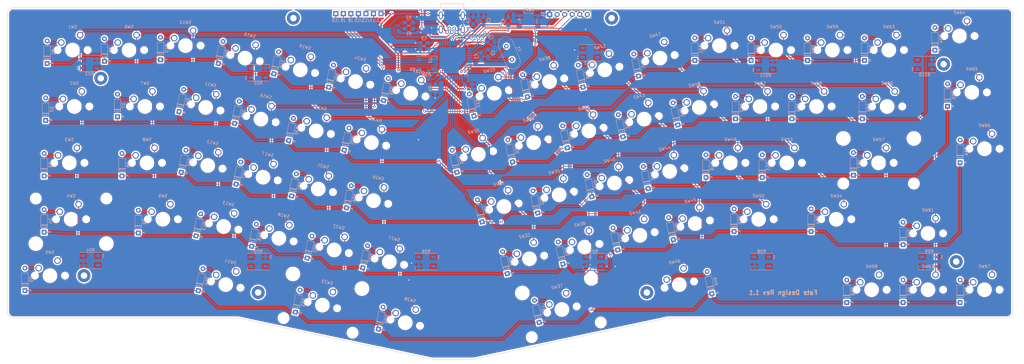
<source format=kicad_pcb>
(kicad_pcb (version 20171130) (host pcbnew "(5.1.5)-2")
  (title_block (rev 1.1))
  (layers (0 F.Cu signal) (31 B.Cu signal) (34 B.Paste user) (35 F.Paste user) (36 B.SilkS user) (37 F.SilkS user) (38 B.Mask user) (39 F.Mask user) (44 Edge.Cuts user))
  (net 0 "")
  (net 1 GND)
  (net 2 XTAL1)
  (net 3 XTAL2)
  (net 4 VCC)
  (net 5 "Net-(C4-Pad1)")
  (net 6 "Net-(D1-Pad2)")
  (net 7 /row0)
  (net 8 /row1)
  (net 9 "Net-(D2-Pad2)")
  (net 10 "Net-(D3-Pad2)")
  (net 11 /row2)
  (net 12 /row3)
  (net 13 "Net-(D4-Pad2)")
  (net 14 "Net-(D5-Pad2)")
  (net 15 /row4)
  (net 16 "Net-(D6-Pad2)")
  (net 17 "Net-(D7-Pad2)")
  (net 18 "Net-(D8-Pad2)")
  (net 19 "Net-(D9-Pad2)")
  (net 20 "Net-(D10-Pad2)")
  (net 21 "Net-(D11-Pad2)")
  (net 22 "Net-(D12-Pad2)")
  (net 23 "Net-(D13-Pad2)")
  (net 24 "Net-(D14-Pad2)")
  (net 25 "Net-(D15-Pad2)")
  (net 26 "Net-(D16-Pad2)")
  (net 27 "Net-(D17-Pad2)")
  (net 28 "Net-(D18-Pad2)")
  (net 29 "Net-(D19-Pad2)")
  (net 30 "Net-(D20-Pad2)")
  (net 31 "Net-(D21-Pad2)")
  (net 32 "Net-(D22-Pad2)")
  (net 33 "Net-(D23-Pad2)")
  (net 34 "Net-(D24-Pad2)")
  (net 35 "Net-(D25-Pad2)")
  (net 36 "Net-(D26-Pad2)")
  (net 37 "Net-(D27-Pad2)")
  (net 38 "Net-(D28-Pad2)")
  (net 39 "Net-(D29-Pad2)")
  (net 40 "Net-(D30-Pad2)")
  (net 41 "Net-(D31-Pad2)")
  (net 42 "Net-(D32-Pad2)")
  (net 43 "Net-(D33-Pad2)")
  (net 44 "Net-(D34-Pad2)")
  (net 45 "Net-(D35-Pad2)")
  (net 46 "Net-(D36-Pad2)")
  (net 47 "Net-(D37-Pad2)")
  (net 48 "Net-(D38-Pad2)")
  (net 49 "Net-(D39-Pad2)")
  (net 50 "Net-(D40-Pad2)")
  (net 51 "Net-(D41-Pad2)")
  (net 52 "Net-(D42-Pad2)")
  (net 53 "Net-(D43-Pad2)")
  (net 54 "Net-(D44-Pad2)")
  (net 55 "Net-(D45-Pad2)")
  (net 56 "Net-(D46-Pad2)")
  (net 57 "Net-(D47-Pad2)")
  (net 58 "Net-(D48-Pad2)")
  (net 59 "Net-(D49-Pad2)")
  (net 60 "Net-(D50-Pad2)")
  (net 61 "Net-(D51-Pad2)")
  (net 62 "Net-(D52-Pad2)")
  (net 63 "Net-(D53-Pad2)")
  (net 64 "Net-(D54-Pad2)")
  (net 65 "Net-(D55-Pad2)")
  (net 66 "Net-(D56-Pad2)")
  (net 67 "Net-(D57-Pad2)")
  (net 68 "Net-(D58-Pad2)")
  (net 69 "Net-(D59-Pad2)")
  (net 70 "Net-(D60-Pad2)")
  (net 71 "Net-(D61-Pad2)")
  (net 72 "Net-(D62-Pad2)")
  (net 73 "Net-(D63-Pad2)")
  (net 74 "Net-(D64-Pad2)")
  (net 75 "Net-(D65-Pad2)")
  (net 76 "Net-(D66-Pad2)")
  (net 77 "Net-(D67-Pad2)")
  (net 78 "Net-(J1-Pad3)")
  (net 79 "Net-(J1-Pad4)")
  (net 80 "Net-(J1-Pad2)")
  (net 81 /MISO)
  (net 82 /SCK)
  (net 83 /MOSI)
  (net 84 /~RES~)
  (net 85 /PF4)
  (net 86 /PF5)
  (net 87 /PF6)
  (net 88 D+)
  (net 89 D-)
  (net 90 "Net-(R4-Pad1)")
  (net 91 /col0)
  (net 92 /col1)
  (net 93 /col2)
  (net 94 /col3)
  (net 95 /col4)
  (net 96 /col5)
  (net 97 /col6)
  (net 98 /col8)
  (net 99 /col9)
  (net 100 /col10)
  (net 101 /col11)
  (net 102 /col12)
  (net 103 /col13)
  (net 104 "Net-(U2-Pad42)")
  (net 105 "Net-(RD1-Pad2)")
  (net 106 RGBIN)
  (net 107 "Net-(RD2-Pad2)")
  (net 108 "Net-(RD3-Pad2)")
  (net 109 "Net-(RD4-Pad2)")
  (net 110 "Net-(RD5-Pad2)")
  (net 111 "Net-(RD6-Pad2)")
  (net 112 "Net-(RD7-Pad2)")
  (net 113 "Net-(RD8-Pad2)")
  (net 114 "Net-(RD10-Pad4)")
  (net 115 "Net-(RD10-Pad2)")
  (net 116 "Net-(RD11-Pad2)")
  (net 117 "Net-(RD12-Pad2)")
  (module arisu-rgb-pcb:Mini-USB-B_OMRON_XM7D-0512 (layer B.Cu) (at 175.26 31.75 180)
    (fp_text reference J1 (at -4.49 6.75) (layer B.SilkS) (effects (font (size 0.640292 0.640292) (thickness 0.015)) (justify mirror)))
    (fp_text value USB_B_Mini)
    (pad 6 thru_hole oval (at -3.7 4.75 180) (size 1.308 2.616) (drill oval 0.8 1.9) (layers *.Cu *.Mask) (net 1 GND))
    (pad 6 thru_hole oval (at -3.7 0 180) (size 1.308 2.616) (drill oval 0.8 1.9) (layers *.Cu *.Mask) (net 1 GND))
    (pad 6 thru_hole oval (at 3.7 0 180) (size 1.308 2.616) (drill oval 0.8 1.9) (layers *.Cu *.Mask) (net 1 GND))
    (pad 6 thru_hole oval (at 3.7 4.75 180) (size 1.308 2.616) (drill oval 0.8 1.9) (layers *.Cu *.Mask) (net 1 GND))
    (pad 4 thru_hole circle (at -0.8 0.3 180) (size 1.208 1.208) (drill 0.7) (layers *.Cu *.Mask) (net 79 "Net-(J1-Pad4)"))
    (pad 2 thru_hole circle (at 0.8 0.3 180) (size 1.208 1.208) (drill 0.7) (layers *.Cu *.Mask) (net 80 "Net-(J1-Pad2)"))
    (pad 5 thru_hole circle (at -1.6 -0.9 180) (size 1.208 1.208) (drill 0.7) (layers *.Cu *.Mask) (net 1 GND))
    (pad 3 thru_hole circle (at 0 -0.9 180) (size 1.208 1.208) (drill 0.7) (layers *.Cu *.Mask) (net 78 "Net-(J1-Pad3)"))
    (pad 1 thru_hole circle (at 1.6 -0.9 180) (size 1.208 1.208) (drill 0.7) (layers *.Cu *.Mask) (net 4 VCC))
  )
  (module Fate_Parts:SW_Cherry_MX_1.50u_PCB (layer F.Cu) (at 87.008873 105.668295 348)
    (fp_text reference SW14 (at 14.2875 1.651 348) (layer B.SilkS) (effects (justify mirror)))
    (fp_text value SW_Push)
    (pad "" np_thru_hole circle (at 19.3675 9.525 348) (size 1.7 1.7) (drill 1.7) (layers *.Cu *.Mask))
    (pad "" np_thru_hole circle (at 9.2075 9.525 348) (size 1.7 1.7) (drill 1.7) (layers *.Cu *.Mask))
    (pad "" np_thru_hole circle (at 14.2875 9.525 348) (size 4 4) (drill 4) (layers *.Cu *.Mask))
    (pad 2 thru_hole circle (at 10.4775 6.985 348) (size 2.2 2.2) (drill 1.5) (layers *.Cu *.Mask) (net 24 "Net-(D14-Pad2)"))
    (pad 1 thru_hole circle (at 16.8275 4.445 348) (size 2.2 2.2) (drill 1.5) (layers *.Cu *.Mask) (net 93 /col2))
  )
  (module Package_QFP:TQFP-44_10x10mm_P0.8mm (layer B.Cu) (at 175.514 42.164 270)
    (fp_text reference U2 (at 0 7.45 90) (layer B.SilkS) (effects (justify mirror)))
    (fp_text value ATmega32U4-AU)
    (pad 44 smd rect (at -4 5.7 180) (size 1.5 0.55) (layers B.Cu B.Paste B.Mask) (net 4 VCC))
    (pad 43 smd rect (at -3.2 5.7 180) (size 1.5 0.55) (layers B.Cu B.Paste B.Mask) (net 1 GND))
    (pad 42 smd rect (at -2.4 5.7 180) (size 1.5 0.55) (layers B.Cu B.Paste B.Mask) (net 104 "Net-(U2-Pad42)"))
    (pad 41 smd rect (at -1.6 5.7 180) (size 1.5 0.55) (layers B.Cu B.Paste B.Mask) (net 91 /col0))
    (pad 40 smd rect (at -0.8 5.7 180) (size 1.5 0.55) (layers B.Cu B.Paste B.Mask) (net 92 /col1))
    (pad 39 smd rect (at 0 5.7 180) (size 1.5 0.55) (layers B.Cu B.Paste B.Mask) (net 85 /PF4))
    (pad 38 smd rect (at 0.8 5.7 180) (size 1.5 0.55) (layers B.Cu B.Paste B.Mask) (net 86 /PF5))
    (pad 37 smd rect (at 1.6 5.7 180) (size 1.5 0.55) (layers B.Cu B.Paste B.Mask) (net 87 /PF6))
    (pad 36 smd rect (at 2.4 5.7 180) (size 1.5 0.55) (layers B.Cu B.Paste B.Mask) (net 94 /col3))
    (pad 35 smd rect (at 3.2 5.7 180) (size 1.5 0.55) (layers B.Cu B.Paste B.Mask) (net 1 GND))
    (pad 34 smd rect (at 4 5.7 180) (size 1.5 0.55) (layers B.Cu B.Paste B.Mask) (net 4 VCC))
    (pad 33 smd rect (at 5.7 4 270) (size 1.5 0.55) (layers B.Cu B.Paste B.Mask) (net 90 "Net-(R4-Pad1)"))
    (pad 32 smd rect (at 5.7 3.2 270) (size 1.5 0.55) (layers B.Cu B.Paste B.Mask) (net 106 RGBIN))
    (pad 31 smd rect (at 5.7 2.4 270) (size 1.5 0.55) (layers B.Cu B.Paste B.Mask) (net 95 /col4))
    (pad 30 smd rect (at 5.7 1.6 270) (size 1.5 0.55) (layers B.Cu B.Paste B.Mask) (net 96 /col5))
    (pad 29 smd rect (at 5.7 0.8 270) (size 1.5 0.55) (layers B.Cu B.Paste B.Mask) (net 100 /col10))
    (pad 28 smd rect (at 5.7 0 270) (size 1.5 0.55) (layers B.Cu B.Paste B.Mask) (net 101 /col11))
    (pad 27 smd rect (at 5.7 -0.8 270) (size 1.5 0.55) (layers B.Cu B.Paste B.Mask) (net 102 /col12))
    (pad 26 smd rect (at 5.7 -1.6 270) (size 1.5 0.55) (layers B.Cu B.Paste B.Mask) (net 103 /col13))
    (pad 25 smd rect (at 5.7 -2.4 270) (size 1.5 0.55) (layers B.Cu B.Paste B.Mask) (net 97 /col6))
    (pad 24 smd rect (at 5.7 -3.2 270) (size 1.5 0.55) (layers B.Cu B.Paste B.Mask) (net 4 VCC))
    (pad 23 smd rect (at 5.7 -4 270) (size 1.5 0.55) (layers B.Cu B.Paste B.Mask) (net 1 GND))
    (pad 22 smd rect (at 4 -5.7 180) (size 1.5 0.55) (layers B.Cu B.Paste B.Mask) (net 15 /row4))
    (pad 21 smd rect (at 3.2 -5.7 180) (size 1.5 0.55) (layers B.Cu B.Paste B.Mask) (net 12 /row3))
    (pad 20 smd rect (at 2.4 -5.7 180) (size 1.5 0.55) (layers B.Cu B.Paste B.Mask) (net 11 /row2))
    (pad 19 smd rect (at 1.6 -5.7 180) (size 1.5 0.55) (layers B.Cu B.Paste B.Mask) (net 8 /row1))
    (pad 18 smd rect (at 0.8 -5.7 180) (size 1.5 0.55) (layers B.Cu B.Paste B.Mask) (net 7 /row0))
    (pad 17 smd rect (at 0 -5.7 180) (size 1.5 0.55) (layers B.Cu B.Paste B.Mask) (net 2 XTAL1))
    (pad 16 smd rect (at -0.8 -5.7 180) (size 1.5 0.55) (layers B.Cu B.Paste B.Mask) (net 3 XTAL2))
    (pad 15 smd rect (at -1.6 -5.7 180) (size 1.5 0.55) (layers B.Cu B.Paste B.Mask) (net 1 GND))
    (pad 14 smd rect (at -2.4 -5.7 180) (size 1.5 0.55) (layers B.Cu B.Paste B.Mask) (net 4 VCC))
    (pad 13 smd rect (at -3.2 -5.7 180) (size 1.5 0.55) (layers B.Cu B.Paste B.Mask) (net 84 /~RES~))
    (pad 12 smd rect (at -4 -5.7 180) (size 1.5 0.55) (layers B.Cu B.Paste B.Mask) (net 99 /col9))
    (pad 11 smd rect (at -5.7 -4 270) (size 1.5 0.55) (layers B.Cu B.Paste B.Mask) (net 81 /MISO))
    (pad 10 smd rect (at -5.7 -3.2 270) (size 1.5 0.55) (layers B.Cu B.Paste B.Mask) (net 83 /MOSI))
    (pad 9 smd rect (at -5.7 -2.4 270) (size 1.5 0.55) (layers B.Cu B.Paste B.Mask) (net 82 /SCK))
    (pad 8 smd rect (at -5.7 -1.6 270) (size 1.5 0.55) (layers B.Cu B.Paste B.Mask) (net 98 /col8))
    (pad 7 smd rect (at -5.7 -0.8 270) (size 1.5 0.55) (layers B.Cu B.Paste B.Mask) (net 4 VCC))
    (pad 6 smd rect (at -5.7 0 270) (size 1.5 0.55) (layers B.Cu B.Paste B.Mask) (net 5 "Net-(C4-Pad1)"))
    (pad 5 smd rect (at -5.7 0.8 270) (size 1.5 0.55) (layers B.Cu B.Paste B.Mask) (net 1 GND))
    (pad 4 smd rect (at -5.7 1.6 270) (size 1.5 0.55) (layers B.Cu B.Paste B.Mask) (net 88 D+))
    (pad 3 smd rect (at -5.7 2.4 270) (size 1.5 0.55) (layers B.Cu B.Paste B.Mask) (net 89 D-))
    (pad 2 smd rect (at -5.7 3.2 270) (size 1.5 0.55) (layers B.Cu B.Paste B.Mask) (net 4 VCC))
    (pad 1 smd rect (at -5.7 4 270) (size 1.5 0.55) (layers B.Cu B.Paste B.Mask) (net 93 /col2))
  )
  (module Button_Switch_SMD:SW_SPST_TL3342 (layer B.Cu) (at 201.168 28.956 180)
    (fp_text reference SWR1 (at 0 3.75) (layer B.SilkS) (effects (justify mirror)))
    (fp_text value SW_Push)
    (pad 2 smd rect (at 3.15 -1.9 180) (size 1.7 1) (layers B.Cu B.Paste B.Mask) (net 84 /~RES~))
    (pad 2 smd rect (at -3.15 -1.9 180) (size 1.7 1) (layers B.Cu B.Paste B.Mask) (net 84 /~RES~))
    (pad 1 smd rect (at 3.15 1.9 180) (size 1.7 1) (layers B.Cu B.Paste B.Mask) (net 1 GND))
    (pad 1 smd rect (at -3.15 1.9 180) (size 1.7 1) (layers B.Cu B.Paste B.Mask) (net 1 GND))
  )
  (module Connector_PinHeader_2.54mm:PinHeader_1x01_P2.54mm_Vertical (layer B.Cu) (at 143.764 26.416)
    (fp_text reference J15 (at 0 2.33) (layer B.SilkS) (effects (justify mirror)))
    (fp_text value GND)
    (pad 1 thru_hole rect (at 0 0) (size 1.7 1.7) (drill 1) (layers *.Cu *.Mask) (net 1 GND))
  )
  (module Connector_PinHeader_2.54mm:PinHeader_1x01_P2.54mm_Vertical (layer B.Cu) (at 148.844 26.416)
    (fp_text reference J14 (at 0 2.33) (layer B.SilkS) (effects (justify mirror)))
    (fp_text value D-)
    (pad 1 thru_hole rect (at 0 0) (size 1.7 1.7) (drill 1) (layers *.Cu *.Mask) (net 80 "Net-(J1-Pad2)"))
  )
  (module Connector_PinHeader_2.54mm:PinHeader_1x01_P2.54mm_Vertical (layer B.Cu) (at 146.304 26.416)
    (fp_text reference J13 (at 0 2.33) (layer B.SilkS) (effects (justify mirror)))
    (fp_text value D+)
    (pad 1 thru_hole rect (at 0 0) (size 1.7 1.7) (drill 1) (layers *.Cu *.Mask) (net 78 "Net-(J1-Pad3)"))
  )
  (module Connector_PinHeader_2.54mm:PinHeader_1x01_P2.54mm_Vertical (layer B.Cu) (at 151.384 26.416)
    (fp_text reference J12 (at 0 2.33) (layer B.SilkS) (effects (justify mirror)))
    (fp_text value VCC)
    (pad 1 thru_hole rect (at 0 0) (size 1.7 1.7) (drill 1) (layers *.Cu *.Mask) (net 4 VCC))
  )
  (module Connector_PinHeader_2.54mm:PinHeader_1x01_P2.54mm_Vertical (layer B.Cu) (at 136.144 26.416)
    (fp_text reference J10 (at 0 2.33) (layer B.SilkS) (effects (justify mirror)))
    (fp_text value PF6)
    (pad 1 thru_hole rect (at 0 0) (size 1.7 1.7) (drill 1) (layers *.Cu *.Mask) (net 87 /PF6))
  )
  (module Connector_PinHeader_2.54mm:PinHeader_1x01_P2.54mm_Vertical (layer B.Cu) (at 138.684 26.416)
    (fp_text reference J9 (at 0 2.33) (layer B.SilkS) (effects (justify mirror)))
    (fp_text value PF5)
    (pad 1 thru_hole rect (at 0 0) (size 1.7 1.7) (drill 1) (layers *.Cu *.Mask) (net 86 /PF5))
  )
  (module Connector_PinHeader_2.54mm:PinHeader_1x01_P2.54mm_Vertical (layer B.Cu) (at 141.224 26.416)
    (fp_text reference J8 (at 0 2.33) (layer B.SilkS) (effects (justify mirror)))
    (fp_text value PF4)
    (pad 1 thru_hole rect (at 0 0) (size 1.7 1.7) (drill 1) (layers *.Cu *.Mask) (net 85 /PF4))
  )
  (module Diode_THT:D_DO-35_SOD27_P7.62mm_Horizontal (layer B.Cu) (at 346.75 124 90)
    (fp_text reference D67 (at 3.81 2.12 90) (layer B.SilkS) (effects (justify mirror)))
    (fp_text value D)
    (fp_text user K (at 0 1.8 90) (layer B.SilkS) (effects (justify mirror)))
    (pad 2 thru_hole oval (at 7.62 0 90) (size 1.6 1.6) (drill 0.8) (layers *.Cu *.Mask) (net 77 "Net-(D67-Pad2)"))
    (pad 1 thru_hole rect (at 0 0 90) (size 1.6 1.6) (drill 0.8) (layers *.Cu *.Mask) (net 15 /row4))
  )
  (module Diode_THT:D_DO-35_SOD27_P7.62mm_Horizontal (layer B.Cu) (at 346.75 76.75 90)
    (fp_text reference D66 (at 3.81 2.12 90) (layer B.SilkS) (effects (justify mirror)))
    (fp_text value D)
    (fp_text user K (at 0 1.8 90) (layer B.SilkS) (effects (justify mirror)))
    (pad 2 thru_hole oval (at 7.62 0 90) (size 1.6 1.6) (drill 0.8) (layers *.Cu *.Mask) (net 76 "Net-(D66-Pad2)"))
    (pad 1 thru_hole rect (at 0 0 90) (size 1.6 1.6) (drill 0.8) (layers *.Cu *.Mask) (net 12 /row3))
  )
  (module Diode_THT:D_DO-35_SOD27_P7.62mm_Horizontal (layer B.Cu) (at 342.5 57.75 90)
    (fp_text reference D65 (at 3.81 2.12 90) (layer B.SilkS) (effects (justify mirror)))
    (fp_text value D)
    (fp_text user K (at 0 1.8 90) (layer B.SilkS) (effects (justify mirror)))
    (pad 2 thru_hole oval (at 7.62 0 90) (size 1.6 1.6) (drill 0.8) (layers *.Cu *.Mask) (net 75 "Net-(D65-Pad2)"))
    (pad 1 thru_hole rect (at 0 0 90) (size 1.6 1.6) (drill 0.8) (layers *.Cu *.Mask) (net 11 /row2))
  )
  (module Diode_THT:D_DO-35_SOD27_P7.62mm_Horizontal (layer B.Cu) (at 338.25 38.75 90)
    (fp_text reference D64 (at 3.81 2.12 90) (layer B.SilkS) (effects (justify mirror)))
    (fp_text value D)
    (fp_text user K (at 0 1.8 90) (layer B.SilkS) (effects (justify mirror)))
    (pad 2 thru_hole oval (at 7.62 0 90) (size 1.6 1.6) (drill 0.8) (layers *.Cu *.Mask) (net 74 "Net-(D64-Pad2)"))
    (pad 1 thru_hole rect (at 0 0 90) (size 1.6 1.6) (drill 0.8) (layers *.Cu *.Mask) (net 8 /row1))
  )
  (module Diode_THT:D_DO-35_SOD27_P7.62mm_Horizontal (layer B.Cu) (at 314.5 42.25 90)
    (fp_text reference D63 (at 3.81 2.12 90) (layer B.SilkS) (effects (justify mirror)))
    (fp_text value D)
    (fp_text user K (at 0 1.8 90) (layer B.SilkS) (effects (justify mirror)))
    (pad 2 thru_hole oval (at 7.62 0 90) (size 1.6 1.6) (drill 0.8) (layers *.Cu *.Mask) (net 73 "Net-(D63-Pad2)"))
    (pad 1 thru_hole rect (at 0 0 90) (size 1.6 1.6) (drill 0.8) (layers *.Cu *.Mask) (net 7 /row0))
  )
  (module Diode_THT:D_DO-35_SOD27_P7.62mm_Horizontal (layer B.Cu) (at 327.5 124 90)
    (fp_text reference D62 (at 3.81 2.12 90) (layer B.SilkS) (effects (justify mirror)))
    (fp_text value D)
    (fp_text user K (at 0 1.8 90) (layer B.SilkS) (effects (justify mirror)))
    (pad 2 thru_hole oval (at 7.62 0 90) (size 1.6 1.6) (drill 0.8) (layers *.Cu *.Mask) (net 72 "Net-(D62-Pad2)"))
    (pad 1 thru_hole rect (at 0 0 90) (size 1.6 1.6) (drill 0.8) (layers *.Cu *.Mask) (net 15 /row4))
  )
  (module Diode_THT:D_DO-35_SOD27_P7.62mm_Horizontal (layer B.Cu) (at 327.5 104.5 90)
    (fp_text reference D61 (at 3.81 2.12 90) (layer B.SilkS) (effects (justify mirror)))
    (fp_text value D)
    (fp_text user K (at 0 1.8 90) (layer B.SilkS) (effects (justify mirror)))
    (pad 2 thru_hole oval (at 7.62 0 90) (size 1.6 1.6) (drill 0.8) (layers *.Cu *.Mask) (net 71 "Net-(D61-Pad2)"))
    (pad 1 thru_hole rect (at 0 0 90) (size 1.6 1.6) (drill 0.8) (layers *.Cu *.Mask) (net 12 /row3))
  )
  (module Diode_THT:D_DO-35_SOD27_P7.62mm_Horizontal (layer B.Cu) (at 313.75 62 90)
    (fp_text reference D60 (at 3.81 2.12 90) (layer B.SilkS) (effects (justify mirror)))
    (fp_text value D)
    (fp_text user K (at 0 1.8 90) (layer B.SilkS) (effects (justify mirror)))
    (pad 2 thru_hole oval (at 7.62 0 90) (size 1.6 1.6) (drill 0.8) (layers *.Cu *.Mask) (net 70 "Net-(D60-Pad2)"))
    (pad 1 thru_hole rect (at 0 0 90) (size 1.6 1.6) (drill 0.8) (layers *.Cu *.Mask) (net 8 /row1))
  )
  (module Diode_THT:D_DO-35_SOD27_P7.62mm_Horizontal (layer B.Cu) (at 295.25 42.25 90)
    (fp_text reference D59 (at 3.81 2.12 90) (layer B.SilkS) (effects (justify mirror)))
    (fp_text value D)
    (fp_text user K (at 0 1.8 90) (layer B.SilkS) (effects (justify mirror)))
    (pad 2 thru_hole oval (at 7.62 0 90) (size 1.6 1.6) (drill 0.8) (layers *.Cu *.Mask) (net 69 "Net-(D59-Pad2)"))
    (pad 1 thru_hole rect (at 0 0 90) (size 1.6 1.6) (drill 0.8) (layers *.Cu *.Mask) (net 7 /row0))
  )
  (module Diode_THT:D_DO-35_SOD27_P7.62mm_Horizontal (layer B.Cu) (at 308.5 124 90)
    (fp_text reference D58 (at 3.81 2.12 90) (layer B.SilkS) (effects (justify mirror)))
    (fp_text value D)
    (fp_text user K (at 0 1.8 90) (layer B.SilkS) (effects (justify mirror)))
    (pad 2 thru_hole oval (at 7.62 0 90) (size 1.6 1.6) (drill 0.8) (layers *.Cu *.Mask) (net 68 "Net-(D58-Pad2)"))
    (pad 1 thru_hole rect (at 0 0 90) (size 1.6 1.6) (drill 0.8) (layers *.Cu *.Mask) (net 15 /row4))
  )
  (module Diode_THT:D_DO-35_SOD27_P7.62mm_Horizontal (layer B.Cu) (at 310.75 81 90)
    (fp_text reference D57 (at 3.81 2.12 90) (layer B.SilkS) (effects (justify mirror)))
    (fp_text value D)
    (fp_text user K (at 0 1.8 90) (layer B.SilkS) (effects (justify mirror)))
    (pad 2 thru_hole oval (at 7.62 0 90) (size 1.6 1.6) (drill 0.8) (layers *.Cu *.Mask) (net 67 "Net-(D57-Pad2)"))
    (pad 1 thru_hole rect (at 0 0 90) (size 1.6 1.6) (drill 0.8) (layers *.Cu *.Mask) (net 11 /row2))
  )
  (module Diode_THT:D_DO-35_SOD27_P7.62mm_Horizontal (layer B.Cu) (at 290 62 90)
    (fp_text reference D56 (at 3.81 2.12 90) (layer B.SilkS) (effects (justify mirror)))
    (fp_text value D)
    (fp_text user K (at 0 1.8 90) (layer B.SilkS) (effects (justify mirror)))
    (pad 2 thru_hole oval (at 7.62 0 90) (size 1.6 1.6) (drill 0.8) (layers *.Cu *.Mask) (net 66 "Net-(D56-Pad2)"))
    (pad 1 thru_hole rect (at 0 0 90) (size 1.6 1.6) (drill 0.8) (layers *.Cu *.Mask) (net 8 /row1))
  )
  (module Diode_THT:D_DO-35_SOD27_P7.62mm_Horizontal (layer B.Cu) (at 276.25 42.25 90)
    (fp_text reference D55 (at 3.81 2.12 90) (layer B.SilkS) (effects (justify mirror)))
    (fp_text value D)
    (fp_text user K (at 0 1.8 90) (layer B.SilkS) (effects (justify mirror)))
    (pad 2 thru_hole oval (at 7.62 0 90) (size 1.6 1.6) (drill 0.8) (layers *.Cu *.Mask) (net 65 "Net-(D55-Pad2)"))
    (pad 1 thru_hole rect (at 0 0 90) (size 1.6 1.6) (drill 0.8) (layers *.Cu *.Mask) (net 7 /row0))
  )
  (module Diode_THT:D_DO-35_SOD27_P7.62mm_Horizontal (layer B.Cu) (at 296.5 100 90)
    (fp_text reference D54 (at 3.81 2.12 90) (layer B.SilkS) (effects (justify mirror)))
    (fp_text value D)
    (fp_text user K (at 0 1.8 90) (layer B.SilkS) (effects (justify mirror)))
    (pad 2 thru_hole oval (at 7.62 0 90) (size 1.6 1.6) (drill 0.8) (layers *.Cu *.Mask) (net 64 "Net-(D54-Pad2)"))
    (pad 1 thru_hole rect (at 0 0 90) (size 1.6 1.6) (drill 0.8) (layers *.Cu *.Mask) (net 12 /row3))
  )
  (module Diode_THT:D_DO-35_SOD27_P7.62mm_Horizontal (layer B.Cu) (at 280 81.75 90)
    (fp_text reference D53 (at 3.81 2.12 90) (layer B.SilkS) (effects (justify mirror)))
    (fp_text value D)
    (fp_text user K (at 0 1.8 90) (layer B.SilkS) (effects (justify mirror)))
    (pad 2 thru_hole oval (at 7.62 0 90) (size 1.6 1.6) (drill 0.8) (layers *.Cu *.Mask) (net 63 "Net-(D53-Pad2)"))
    (pad 1 thru_hole rect (at 0 0 90) (size 1.6 1.6) (drill 0.8) (layers *.Cu *.Mask) (net 11 /row2))
  )
  (module Diode_THT:D_DO-35_SOD27_P7.62mm_Horizontal (layer B.Cu) (at 271 62 90)
    (fp_text reference D52 (at 3.81 2.12 90) (layer B.SilkS) (effects (justify mirror)))
    (fp_text value D)
    (fp_text user K (at 0 1.8 90) (layer B.SilkS) (effects (justify mirror)))
    (pad 2 thru_hole oval (at 7.62 0 90) (size 1.6 1.6) (drill 0.8) (layers *.Cu *.Mask) (net 62 "Net-(D52-Pad2)"))
    (pad 1 thru_hole rect (at 0 0 90) (size 1.6 1.6) (drill 0.8) (layers *.Cu *.Mask) (net 8 /row1))
  )
  (module Diode_THT:D_DO-35_SOD27_P7.62mm_Horizontal (layer B.Cu) (at 257.25 42.25 90)
    (fp_text reference D51 (at 3.81 2.12 90) (layer B.SilkS) (effects (justify mirror)))
    (fp_text value D)
    (fp_text user K (at 0 1.8 90) (layer B.SilkS) (effects (justify mirror)))
    (pad 2 thru_hole oval (at 7.62 0 90) (size 1.6 1.6) (drill 0.8) (layers *.Cu *.Mask) (net 61 "Net-(D51-Pad2)"))
    (pad 1 thru_hole rect (at 0 0 90) (size 1.6 1.6) (drill 0.8) (layers *.Cu *.Mask) (net 7 /row0))
  )
  (module Diode_THT:D_DO-35_SOD27_P7.62mm_Horizontal (layer B.Cu) (at 270.5 100 90)
    (fp_text reference D50 (at 3.81 2.12 90) (layer B.SilkS) (effects (justify mirror)))
    (fp_text value D)
    (fp_text user K (at 0 1.8 90) (layer B.SilkS) (effects (justify mirror)))
    (pad 2 thru_hole oval (at 7.62 0 90) (size 1.6 1.6) (drill 0.8) (layers *.Cu *.Mask) (net 60 "Net-(D50-Pad2)"))
    (pad 1 thru_hole rect (at 0 0 90) (size 1.6 1.6) (drill 0.8) (layers *.Cu *.Mask) (net 12 /row3))
  )
  (module Diode_THT:D_DO-35_SOD27_P7.62mm_Horizontal (layer B.Cu) (at 261 81.75 90)
    (fp_text reference D49 (at 3.81 2.12 90) (layer B.SilkS) (effects (justify mirror)))
    (fp_text value D)
    (fp_text user K (at 0 1.8 90) (layer B.SilkS) (effects (justify mirror)))
    (pad 2 thru_hole oval (at 7.62 0 90) (size 1.6 1.6) (drill 0.8) (layers *.Cu *.Mask) (net 59 "Net-(D49-Pad2)"))
    (pad 1 thru_hole rect (at 0 0 90) (size 1.6 1.6) (drill 0.8) (layers *.Cu *.Mask) (net 11 /row2))
  )
  (module Diode_THT:D_DO-35_SOD27_P7.62mm_Horizontal (layer B.Cu) (at 251.5 64 102)
    (fp_text reference D48 (at 3.81 2.12 102) (layer B.SilkS) (effects (justify mirror)))
    (fp_text value D)
    (fp_text user K (at 0 1.8 102) (layer B.SilkS) (effects (justify mirror)))
    (pad 2 thru_hole oval (at 7.62 0 102) (size 1.6 1.6) (drill 0.8) (layers *.Cu *.Mask) (net 58 "Net-(D48-Pad2)"))
    (pad 1 thru_hole rect (at 0 0 102) (size 1.6 1.6) (drill 0.8) (layers *.Cu *.Mask) (net 8 /row1))
  )
  (module Diode_THT:D_DO-35_SOD27_P7.62mm_Horizontal (layer B.Cu) (at 238.25 47.5 102)
    (fp_text reference D47 (at 3.81 2.12 102) (layer B.SilkS) (effects (justify mirror)))
    (fp_text value D)
    (fp_text user K (at 0 1.8 102) (layer B.SilkS) (effects (justify mirror)))
    (pad 2 thru_hole oval (at 7.62 0 102) (size 1.6 1.6) (drill 0.8) (layers *.Cu *.Mask) (net 57 "Net-(D47-Pad2)"))
    (pad 1 thru_hole rect (at 0 0 102) (size 1.6 1.6) (drill 0.8) (layers *.Cu *.Mask) (net 7 /row0))
  )
  (module Diode_THT:D_DO-35_SOD27_P7.62mm_Horizontal (layer B.Cu) (at 263 121 102)
    (fp_text reference D46 (at 3.81 2.12 102) (layer B.SilkS) (effects (justify mirror)))
    (fp_text value D)
    (fp_text user K (at 0 1.8 102) (layer B.SilkS) (effects (justify mirror)))
    (pad 2 thru_hole oval (at 7.62 0 102) (size 1.6 1.6) (drill 0.8) (layers *.Cu *.Mask) (net 56 "Net-(D46-Pad2)"))
    (pad 1 thru_hole rect (at 0 0 102) (size 1.6 1.6) (drill 0.8) (layers *.Cu *.Mask) (net 15 /row4))
  )
  (module Diode_THT:D_DO-35_SOD27_P7.62mm_Horizontal (layer B.Cu) (at 250 102.75 102)
    (fp_text reference D45 (at 3.81 2.12 102) (layer B.SilkS) (effects (justify mirror)))
    (fp_text value D)
    (fp_text user K (at 0 1.8 102) (layer B.SilkS) (effects (justify mirror)))
    (pad 2 thru_hole oval (at 7.62 0 102) (size 1.6 1.6) (drill 0.8) (layers *.Cu *.Mask) (net 55 "Net-(D45-Pad2)"))
    (pad 1 thru_hole rect (at 0 0 102) (size 1.6 1.6) (drill 0.8) (layers *.Cu *.Mask) (net 12 /row3))
  )
  (module Diode_THT:D_DO-35_SOD27_P7.62mm_Horizontal (layer B.Cu) (at 241.5 85.5 102)
    (fp_text reference D44 (at 3.81 2.12 102) (layer B.SilkS) (effects (justify mirror)))
    (fp_text value D)
    (fp_text user K (at 0 1.8 102) (layer B.SilkS) (effects (justify mirror)))
    (pad 2 thru_hole oval (at 7.62 0 102) (size 1.6 1.6) (drill 0.8) (layers *.Cu *.Mask) (net 54 "Net-(D44-Pad2)"))
    (pad 1 thru_hole rect (at 0 0 102) (size 1.6 1.6) (drill 0.8) (layers *.Cu *.Mask) (net 11 /row2))
  )
  (module Diode_THT:D_DO-35_SOD27_P7.62mm_Horizontal (layer B.Cu) (at 233 68 102)
    (fp_text reference D43 (at 3.81 2.12 102) (layer B.SilkS) (effects (justify mirror)))
    (fp_text value D)
    (fp_text user K (at 0 1.8 102) (layer B.SilkS) (effects (justify mirror)))
    (pad 2 thru_hole oval (at 7.62 0 102) (size 1.6 1.6) (drill 0.8) (layers *.Cu *.Mask) (net 53 "Net-(D43-Pad2)"))
    (pad 1 thru_hole rect (at 0 0 102) (size 1.6 1.6) (drill 0.8) (layers *.Cu *.Mask) (net 8 /row1))
  )
  (module Diode_THT:D_DO-35_SOD27_P7.62mm_Horizontal (layer B.Cu) (at 219.5 51.25 102)
    (fp_text reference D42 (at 3.81 2.12 102) (layer B.SilkS) (effects (justify mirror)))
    (fp_text value D)
    (fp_text user K (at 0 1.8 102) (layer B.SilkS) (effects (justify mirror)))
    (pad 2 thru_hole oval (at 7.62 0 102) (size 1.6 1.6) (drill 0.8) (layers *.Cu *.Mask) (net 52 "Net-(D42-Pad2)"))
    (pad 1 thru_hole rect (at 0 0 102) (size 1.6 1.6) (drill 0.8) (layers *.Cu *.Mask) (net 7 /row0))
  )
  (module Diode_THT:D_DO-35_SOD27_P7.62mm_Horizontal (layer B.Cu) (at 231.25 106.25 102)
    (fp_text reference D41 (at 3.81 2.12 102) (layer B.SilkS) (effects (justify mirror)))
    (fp_text value D)
    (fp_text user K (at 0 1.8 102) (layer B.SilkS) (effects (justify mirror)))
    (pad 2 thru_hole oval (at 7.62 0 102) (size 1.6 1.6) (drill 0.8) (layers *.Cu *.Mask) (net 51 "Net-(D41-Pad2)"))
    (pad 1 thru_hole rect (at 0 0 102) (size 1.6 1.6) (drill 0.8) (layers *.Cu *.Mask) (net 12 /row3))
  )
  (module Diode_THT:D_DO-35_SOD27_P7.62mm_Horizontal (layer B.Cu) (at 222.5 88.25 102)
    (fp_text reference D40 (at 3.81 2.12 102) (layer B.SilkS) (effects (justify mirror)))
    (fp_text value D)
    (fp_text user K (at 0 1.8 102) (layer B.SilkS) (effects (justify mirror)))
    (pad 2 thru_hole oval (at 7.62 0 102) (size 1.6 1.6) (drill 0.8) (layers *.Cu *.Mask) (net 50 "Net-(D40-Pad2)"))
    (pad 1 thru_hole rect (at 0 0 102) (size 1.6 1.6) (drill 0.8) (layers *.Cu *.Mask) (net 11 /row2))
  )
  (module Diode_THT:D_DO-35_SOD27_P7.62mm_Horizontal (layer B.Cu) (at 214.25 71.75 102)
    (fp_text reference D39 (at 3.81 2.12 102) (layer B.SilkS) (effects (justify mirror)))
    (fp_text value D)
    (fp_text user K (at 0 1.8 102) (layer B.SilkS) (effects (justify mirror)))
    (pad 2 thru_hole oval (at 7.62 0 102) (size 1.6 1.6) (drill 0.8) (layers *.Cu *.Mask) (net 49 "Net-(D39-Pad2)"))
    (pad 1 thru_hole rect (at 0 0 102) (size 1.6 1.6) (drill 0.8) (layers *.Cu *.Mask) (net 8 /row1))
  )
  (module Diode_THT:D_DO-35_SOD27_P7.62mm_Horizontal (layer B.Cu) (at 200.75 54.5 102)
    (fp_text reference D38 (at 3.81 2.12 102) (layer B.SilkS) (effects (justify mirror)))
    (fp_text value D)
    (fp_text user K (at 0 1.8 102) (layer B.SilkS) (effects (justify mirror)))
    (pad 2 thru_hole oval (at 7.62 0 102) (size 1.6 1.6) (drill 0.8) (layers *.Cu *.Mask) (net 48 "Net-(D38-Pad2)"))
    (pad 1 thru_hole rect (at 0 0 102) (size 1.6 1.6) (drill 0.8) (layers *.Cu *.Mask) (net 7 /row0))
  )
  (module Diode_THT:D_DO-35_SOD27_P7.62mm_Horizontal (layer B.Cu) (at 204.75 130.735038 102)
    (fp_text reference D37 (at 3.81 2.12 102) (layer B.SilkS) (effects (justify mirror)))
    (fp_text value D)
    (fp_text user K (at 0 1.8 102) (layer B.SilkS) (effects (justify mirror)))
    (pad 2 thru_hole oval (at 7.62 0 102) (size 1.6 1.6) (drill 0.8) (layers *.Cu *.Mask) (net 47 "Net-(D37-Pad2)"))
    (pad 1 thru_hole rect (at 0 0 102) (size 1.6 1.6) (drill 0.8) (layers *.Cu *.Mask) (net 15 /row4))
  )
  (module Diode_THT:D_DO-35_SOD27_P7.62mm_Horizontal (layer B.Cu) (at 212.75 111 102)
    (fp_text reference D36 (at 3.81 2.12 102) (layer B.SilkS) (effects (justify mirror)))
    (fp_text value D)
    (fp_text user K (at 0 1.8 102) (layer B.SilkS) (effects (justify mirror)))
    (pad 2 thru_hole oval (at 7.62 0 102) (size 1.6 1.6) (drill 0.8) (layers *.Cu *.Mask) (net 46 "Net-(D36-Pad2)"))
    (pad 1 thru_hole rect (at 0 0 102) (size 1.6 1.6) (drill 0.8) (layers *.Cu *.Mask) (net 12 /row3))
  )
  (module Diode_THT:D_DO-35_SOD27_P7.62mm_Horizontal (layer B.Cu) (at 204.25 93.75 102)
    (fp_text reference D35 (at 3.81 2.12 102) (layer B.SilkS) (effects (justify mirror)))
    (fp_text value D)
    (fp_text user K (at 0 1.8 102) (layer B.SilkS) (effects (justify mirror)))
    (pad 2 thru_hole oval (at 7.62 0 102) (size 1.6 1.6) (drill 0.8) (layers *.Cu *.Mask) (net 45 "Net-(D35-Pad2)"))
    (pad 1 thru_hole rect (at 0 0 102) (size 1.6 1.6) (drill 0.8) (layers *.Cu *.Mask) (net 11 /row2))
  )
  (module Diode_THT:D_DO-35_SOD27_P7.62mm_Horizontal (layer B.Cu) (at 195.75 76.5 102)
    (fp_text reference D34 (at 3.81 2.12 102) (layer B.SilkS) (effects (justify mirror)))
    (fp_text value D)
    (fp_text user K (at 0 1.8 102) (layer B.SilkS) (effects (justify mirror)))
    (pad 2 thru_hole oval (at 7.62 0 102) (size 1.6 1.6) (drill 0.8) (layers *.Cu *.Mask) (net 44 "Net-(D34-Pad2)"))
    (pad 1 thru_hole rect (at 0 0 102) (size 1.6 1.6) (drill 0.8) (layers *.Cu *.Mask) (net 8 /row1))
  )
  (module Diode_THT:D_DO-35_SOD27_P7.62mm_Horizontal (layer B.Cu) (at 182.75 61 102)
    (fp_text reference D33 (at 3.81 2.12 102) (layer B.SilkS) (effects (justify mirror)))
    (fp_text value D)
    (fp_text user K (at 0 1.8 102) (layer B.SilkS) (effects (justify mirror)))
    (pad 2 thru_hole oval (at 7.62 0 102) (size 1.6 1.6) (drill 0.8) (layers *.Cu *.Mask) (net 43 "Net-(D33-Pad2)"))
    (pad 1 thru_hole rect (at 0 0 102) (size 1.6 1.6) (drill 0.8) (layers *.Cu *.Mask) (net 7 /row0))
  )
  (module Diode_THT:D_DO-35_SOD27_P7.62mm_Horizontal (layer B.Cu) (at 194 114.25 102)
    (fp_text reference D32 (at 3.81 2.12 102) (layer B.SilkS) (effects (justify mirror)))
    (fp_text value D)
    (fp_text user K (at 0 1.8 102) (layer B.SilkS) (effects (justify mirror)))
    (pad 2 thru_hole oval (at 7.62 0 102) (size 1.6 1.6) (drill 0.8) (layers *.Cu *.Mask) (net 42 "Net-(D32-Pad2)"))
    (pad 1 thru_hole rect (at 0 0 102) (size 1.6 1.6) (drill 0.8) (layers *.Cu *.Mask) (net 12 /row3))
  )
  (module Diode_THT:D_DO-35_SOD27_P7.62mm_Horizontal (layer B.Cu) (at 185.5 96.75 102)
    (fp_text reference D31 (at 3.81 2.12 102) (layer B.SilkS) (effects (justify mirror)))
    (fp_text value D)
    (fp_text user K (at 0 1.8 102) (layer B.SilkS) (effects (justify mirror)))
    (pad 2 thru_hole oval (at 7.62 0 102) (size 1.6 1.6) (drill 0.8) (layers *.Cu *.Mask) (net 41 "Net-(D31-Pad2)"))
    (pad 1 thru_hole rect (at 0 0 102) (size 1.6 1.6) (drill 0.8) (layers *.Cu *.Mask) (net 11 /row2))
  )
  (module Diode_THT:D_DO-35_SOD27_P7.62mm_Horizontal (layer B.Cu) (at 177 80 102)
    (fp_text reference D30 (at 3.81 2.12 102) (layer B.SilkS) (effects (justify mirror)))
    (fp_text value D)
    (fp_text user K (at 0 1.8 102) (layer B.SilkS) (effects (justify mirror)))
    (pad 2 thru_hole oval (at 7.62 0 102) (size 1.6 1.6) (drill 0.8) (layers *.Cu *.Mask) (net 40 "Net-(D30-Pad2)"))
    (pad 1 thru_hole rect (at 0 0 102) (size 1.6 1.6) (drill 0.8) (layers *.Cu *.Mask) (net 8 /row1))
  )
  (module Diode_THT:D_DO-35_SOD27_P7.62mm_Horizontal (layer B.Cu) (at 152.25 55.75 78)
    (fp_text reference D29 (at 3.81 2.12 78) (layer B.SilkS) (effects (justify mirror)))
    (fp_text value D)
    (fp_text user K (at 0 1.8 78) (layer B.SilkS) (effects (justify mirror)))
    (pad 2 thru_hole oval (at 7.62 0 78) (size 1.6 1.6) (drill 0.8) (layers *.Cu *.Mask) (net 39 "Net-(D29-Pad2)"))
    (pad 1 thru_hole rect (at 0 0 78) (size 1.6 1.6) (drill 0.8) (layers *.Cu *.Mask) (net 7 /row0))
  )
  (module Diode_THT:D_DO-35_SOD27_P7.62mm_Horizontal (layer B.Cu) (at 150.5 133 78)
    (fp_text reference D28 (at 3.81 2.12 78) (layer B.SilkS) (effects (justify mirror)))
    (fp_text value D)
    (fp_text user K (at 0 1.8 78) (layer B.SilkS) (effects (justify mirror)))
    (pad 2 thru_hole oval (at 7.62 0 78) (size 1.6 1.6) (drill 0.8) (layers *.Cu *.Mask) (net 38 "Net-(D28-Pad2)"))
    (pad 1 thru_hole rect (at 0 0 78) (size 1.6 1.6) (drill 0.8) (layers *.Cu *.Mask) (net 15 /row4))
  )
  (module Diode_THT:D_DO-35_SOD27_P7.62mm_Horizontal (layer B.Cu) (at 145.25 112.25 78)
    (fp_text reference D27 (at 3.81 2.12 78) (layer B.SilkS) (effects (justify mirror)))
    (fp_text value D)
    (fp_text user K (at 0 1.8 78) (layer B.SilkS) (effects (justify mirror)))
    (pad 2 thru_hole oval (at 7.62 0 78) (size 1.6 1.6) (drill 0.8) (layers *.Cu *.Mask) (net 37 "Net-(D27-Pad2)"))
    (pad 1 thru_hole rect (at 0 0 78) (size 1.6 1.6) (drill 0.8) (layers *.Cu *.Mask) (net 12 /row3))
  )
  (module Diode_THT:D_DO-35_SOD27_P7.62mm_Horizontal (layer B.Cu) (at 139.75 92 78)
    (fp_text reference D26 (at 3.81 2.12 78) (layer B.SilkS) (effects (justify mirror)))
    (fp_text value D)
    (fp_text user K (at 0 1.8 78) (layer B.SilkS) (effects (justify mirror)))
    (pad 2 thru_hole oval (at 7.62 0 78) (size 1.6 1.6) (drill 0.8) (layers *.Cu *.Mask) (net 36 "Net-(D26-Pad2)"))
    (pad 1 thru_hole rect (at 0 0 78) (size 1.6 1.6) (drill 0.8) (layers *.Cu *.Mask) (net 11 /row2))
  )
  (module Diode_THT:D_DO-35_SOD27_P7.62mm_Horizontal (layer B.Cu) (at 139 72.5 78)
    (fp_text reference D25 (at 3.81 2.12 78) (layer B.SilkS) (effects (justify mirror)))
    (fp_text value D)
    (fp_text user K (at 0 1.8 78) (layer B.SilkS) (effects (justify mirror)))
    (pad 2 thru_hole oval (at 7.62 0 78) (size 1.6 1.6) (drill 0.8) (layers *.Cu *.Mask) (net 35 "Net-(D25-Pad2)"))
    (pad 1 thru_hole rect (at 0 0 78) (size 1.6 1.6) (drill 0.8) (layers *.Cu *.Mask) (net 8 /row1))
  )
  (module Diode_THT:D_DO-35_SOD27_P7.62mm_Horizontal (layer B.Cu) (at 133.75 51.25 78)
    (fp_text reference D24 (at 3.81 2.12 78) (layer B.SilkS) (effects (justify mirror)))
    (fp_text value D)
    (fp_text user K (at 0 1.8 78) (layer B.SilkS) (effects (justify mirror)))
    (pad 2 thru_hole oval (at 7.62 0 78) (size 1.6 1.6) (drill 0.8) (layers *.Cu *.Mask) (net 34 "Net-(D24-Pad2)"))
    (pad 1 thru_hole rect (at 0 0 78) (size 1.6 1.6) (drill 0.8) (layers *.Cu *.Mask) (net 7 /row0))
  )
  (module Diode_THT:D_DO-35_SOD27_P7.62mm_Horizontal (layer B.Cu) (at 122.5 127.25 78)
    (fp_text reference D23 (at 3.81 2.12 78) (layer B.SilkS) (effects (justify mirror)))
    (fp_text value D)
    (fp_text user K (at 0 1.8 78) (layer B.SilkS) (effects (justify mirror)))
    (pad 2 thru_hole oval (at 7.62 0 78) (size 1.6 1.6) (drill 0.8) (layers *.Cu *.Mask) (net 33 "Net-(D23-Pad2)"))
    (pad 1 thru_hole rect (at 0 0 78) (size 1.6 1.6) (drill 0.8) (layers *.Cu *.Mask) (net 15 /row4))
  )
  (module Diode_THT:D_DO-35_SOD27_P7.62mm_Horizontal (layer B.Cu) (at 126.5 109 78)
    (fp_text reference D22 (at 3.81 2.12 78) (layer B.SilkS) (effects (justify mirror)))
    (fp_text value D)
    (fp_text user K (at 0 1.8 78) (layer B.SilkS) (effects (justify mirror)))
    (pad 2 thru_hole oval (at 7.62 0 78) (size 1.6 1.6) (drill 0.8) (layers *.Cu *.Mask) (net 32 "Net-(D22-Pad2)"))
    (pad 1 thru_hole rect (at 0 0 78) (size 1.6 1.6) (drill 0.8) (layers *.Cu *.Mask) (net 12 /row3))
  )
  (module Diode_THT:D_DO-35_SOD27_P7.62mm_Horizontal (layer B.Cu) (at 121.25 88 78)
    (fp_text reference D21 (at 3.81 2.12 78) (layer B.SilkS) (effects (justify mirror)))
    (fp_text value D)
    (fp_text user K (at 0 1.8 78) (layer B.SilkS) (effects (justify mirror)))
    (pad 2 thru_hole oval (at 7.62 0 78) (size 1.6 1.6) (drill 0.8) (layers *.Cu *.Mask) (net 31 "Net-(D21-Pad2)"))
    (pad 1 thru_hole rect (at 0 0 78) (size 1.6 1.6) (drill 0.8) (layers *.Cu *.Mask) (net 11 /row2))
  )
  (module Diode_THT:D_DO-35_SOD27_P7.62mm_Horizontal (layer B.Cu) (at 120.25 69.25 78)
    (fp_text reference D20 (at 3.81 2.12 78) (layer B.SilkS) (effects (justify mirror)))
    (fp_text value D)
    (fp_text user K (at 0 1.8 78) (layer B.SilkS) (effects (justify mirror)))
    (pad 2 thru_hole oval (at 7.62 0 78) (size 1.6 1.6) (drill 0.8) (layers *.Cu *.Mask) (net 30 "Net-(D20-Pad2)"))
    (pad 1 thru_hole rect (at 0 0 78) (size 1.6 1.6) (drill 0.8) (layers *.Cu *.Mask) (net 8 /row1))
  )
  (module Diode_THT:D_DO-35_SOD27_P7.62mm_Horizontal (layer B.Cu) (at 115.25 46.75 78)
    (fp_text reference D19 (at 3.81 2.12 78) (layer B.SilkS) (effects (justify mirror)))
    (fp_text value D)
    (fp_text user K (at 0 1.8 78) (layer B.SilkS) (effects (justify mirror)))
    (pad 2 thru_hole oval (at 7.62 0 78) (size 1.6 1.6) (drill 0.8) (layers *.Cu *.Mask) (net 29 "Net-(D19-Pad2)"))
    (pad 1 thru_hole rect (at 0 0 78) (size 1.6 1.6) (drill 0.8) (layers *.Cu *.Mask) (net 7 /row0))
  )
  (module Diode_THT:D_DO-35_SOD27_P7.62mm_Horizontal (layer B.Cu) (at 107.75 105 78)
    (fp_text reference D18 (at 3.81 2.12 78) (layer B.SilkS) (effects (justify mirror)))
    (fp_text value D)
    (fp_text user K (at 0 1.8 78) (layer B.SilkS) (effects (justify mirror)))
    (pad 2 thru_hole oval (at 7.62 0 78) (size 1.6 1.6) (drill 0.8) (layers *.Cu *.Mask) (net 28 "Net-(D18-Pad2)"))
    (pad 1 thru_hole rect (at 0 0 78) (size 1.6 1.6) (drill 0.8) (layers *.Cu *.Mask) (net 12 /row3))
  )
  (module Diode_THT:D_DO-35_SOD27_P7.62mm_Horizontal (layer B.Cu) (at 102.5 84 78)
    (fp_text reference D17 (at 3.81 2.12 78) (layer B.SilkS) (effects (justify mirror)))
    (fp_text value D)
    (fp_text user K (at 0 1.8 78) (layer B.SilkS) (effects (justify mirror)))
    (pad 2 thru_hole oval (at 7.62 0 78) (size 1.6 1.6) (drill 0.8) (layers *.Cu *.Mask) (net 27 "Net-(D17-Pad2)"))
    (pad 1 thru_hole rect (at 0 0 78) (size 1.6 1.6) (drill 0.8) (layers *.Cu *.Mask) (net 11 /row2))
  )
  (module Diode_THT:D_DO-35_SOD27_P7.62mm_Horizontal (layer B.Cu) (at 102 63.5 78)
    (fp_text reference D16 (at 3.81 2.12 78) (layer B.SilkS) (effects (justify mirror)))
    (fp_text value D)
    (fp_text user K (at 0 1.8 78) (layer B.SilkS) (effects (justify mirror)))
    (pad 2 thru_hole oval (at 7.62 0 78) (size 1.6 1.6) (drill 0.8) (layers *.Cu *.Mask) (net 26 "Net-(D16-Pad2)"))
    (pad 1 thru_hole rect (at 0 0 78) (size 1.6 1.6) (drill 0.8) (layers *.Cu *.Mask) (net 8 /row1))
  )
  (module Diode_THT:D_DO-35_SOD27_P7.62mm_Horizontal (layer B.Cu) (at 96.5 43.25 78)
    (fp_text reference D15 (at 3.81 2.12 78) (layer B.SilkS) (effects (justify mirror)))
    (fp_text value D)
    (fp_text user K (at 0 1.8 78) (layer B.SilkS) (effects (justify mirror)))
    (pad 2 thru_hole oval (at 7.62 0 78) (size 1.6 1.6) (drill 0.8) (layers *.Cu *.Mask) (net 25 "Net-(D15-Pad2)"))
    (pad 1 thru_hole rect (at 0 0 78) (size 1.6 1.6) (drill 0.8) (layers *.Cu *.Mask) (net 7 /row0))
  )
  (module Diode_THT:D_DO-35_SOD27_P7.62mm_Horizontal (layer B.Cu) (at 89.75 120 78)
    (fp_text reference D14 (at 3.81 2.12 78) (layer B.SilkS) (effects (justify mirror)))
    (fp_text value D)
    (fp_text user K (at 0 1.8 78) (layer B.SilkS) (effects (justify mirror)))
    (pad 2 thru_hole oval (at 7.62 0 78) (size 1.6 1.6) (drill 0.8) (layers *.Cu *.Mask) (net 24 "Net-(D14-Pad2)"))
    (pad 1 thru_hole rect (at 0 0 78) (size 1.6 1.6) (drill 0.8) (layers *.Cu *.Mask) (net 15 /row4))
  )
  (module Diode_THT:D_DO-35_SOD27_P7.62mm_Horizontal (layer B.Cu) (at 89 101.5 78)
    (fp_text reference D13 (at 3.81 2.12 78) (layer B.SilkS) (effects (justify mirror)))
    (fp_text value D)
    (fp_text user K (at 0 1.8 78) (layer B.SilkS) (effects (justify mirror)))
    (pad 2 thru_hole oval (at 7.62 0 78) (size 1.6 1.6) (drill 0.8) (layers *.Cu *.Mask) (net 23 "Net-(D13-Pad2)"))
    (pad 1 thru_hole rect (at 0 0 78) (size 1.6 1.6) (drill 0.8) (layers *.Cu *.Mask) (net 12 /row3))
  )
  (module Diode_THT:D_DO-35_SOD27_P7.62mm_Horizontal (layer B.Cu) (at 84 80 78)
    (fp_text reference D12 (at 3.81 2.12 78) (layer B.SilkS) (effects (justify mirror)))
    (fp_text value D)
    (fp_text user K (at 0 1.8 78) (layer B.SilkS) (effects (justify mirror)))
    (pad 2 thru_hole oval (at 7.62 0 78) (size 1.6 1.6) (drill 0.8) (layers *.Cu *.Mask) (net 22 "Net-(D12-Pad2)"))
    (pad 1 thru_hole rect (at 0 0 78) (size 1.6 1.6) (drill 0.8) (layers *.Cu *.Mask) (net 11 /row2))
  )
  (module Diode_THT:D_DO-35_SOD27_P7.62mm_Horizontal (layer B.Cu) (at 83.25 59.5 78)
    (fp_text reference D11 (at 3.81 2.12 78) (layer B.SilkS) (effects (justify mirror)))
    (fp_text value D)
    (fp_text user K (at 0 1.8 78) (layer B.SilkS) (effects (justify mirror)))
    (pad 2 thru_hole oval (at 7.62 0 78) (size 1.6 1.6) (drill 0.8) (layers *.Cu *.Mask) (net 21 "Net-(D11-Pad2)"))
    (pad 1 thru_hole rect (at 0 0 78) (size 1.6 1.6) (drill 0.8) (layers *.Cu *.Mask) (net 8 /row1))
  )
  (module Diode_THT:D_DO-35_SOD27_P7.62mm_Horizontal (layer B.Cu) (at 77 42 90)
    (fp_text reference D10 (at 3.81 2.12 90) (layer B.SilkS) (effects (justify mirror)))
    (fp_text value D)
    (fp_text user K (at 0 1.8 90) (layer B.SilkS) (effects (justify mirror)))
    (pad 2 thru_hole oval (at 7.62 0 90) (size 1.6 1.6) (drill 0.8) (layers *.Cu *.Mask) (net 20 "Net-(D10-Pad2)"))
    (pad 1 thru_hole rect (at 0 0 90) (size 1.6 1.6) (drill 0.8) (layers *.Cu *.Mask) (net 7 /row0))
  )
  (module Diode_THT:D_DO-35_SOD27_P7.62mm_Horizontal (layer B.Cu) (at 69.5 100.5 90)
    (fp_text reference D9 (at 3.81 2.12 90) (layer B.SilkS) (effects (justify mirror)))
    (fp_text value D)
    (fp_text user K (at 0 1.8 90) (layer B.SilkS) (effects (justify mirror)))
    (pad 2 thru_hole oval (at 7.62 0 90) (size 1.6 1.6) (drill 0.8) (layers *.Cu *.Mask) (net 19 "Net-(D9-Pad2)"))
    (pad 1 thru_hole rect (at 0 0 90) (size 1.6 1.6) (drill 0.8) (layers *.Cu *.Mask) (net 12 /row3))
  )
  (module Diode_THT:D_DO-35_SOD27_P7.62mm_Horizontal (layer B.Cu) (at 64 81.25 90)
    (fp_text reference D8 (at 3.81 2.12 90) (layer B.SilkS) (effects (justify mirror)))
    (fp_text value D)
    (fp_text user K (at 0 1.8 90) (layer B.SilkS) (effects (justify mirror)))
    (pad 2 thru_hole oval (at 7.62 0 90) (size 1.6 1.6) (drill 0.8) (layers *.Cu *.Mask) (net 18 "Net-(D8-Pad2)"))
    (pad 1 thru_hole rect (at 0 0 90) (size 1.6 1.6) (drill 0.8) (layers *.Cu *.Mask) (net 11 /row2))
  )
  (module Diode_THT:D_DO-35_SOD27_P7.62mm_Horizontal (layer B.Cu) (at 62.5 61.25 90)
    (fp_text reference D7 (at 3.81 2.12 90) (layer B.SilkS) (effects (justify mirror)))
    (fp_text value D)
    (fp_text user K (at 0 1.8 90) (layer B.SilkS) (effects (justify mirror)))
    (pad 2 thru_hole oval (at 7.62 0 90) (size 1.6 1.6) (drill 0.8) (layers *.Cu *.Mask) (net 17 "Net-(D7-Pad2)"))
    (pad 1 thru_hole rect (at 0 0 90) (size 1.6 1.6) (drill 0.8) (layers *.Cu *.Mask) (net 8 /row1))
  )
  (module Diode_THT:D_DO-35_SOD27_P7.62mm_Horizontal (layer B.Cu) (at 58.1 42.5 90)
    (fp_text reference D6 (at 3.81 2.12 90) (layer B.SilkS) (effects (justify mirror)))
    (fp_text value D)
    (fp_text user K (at 0 1.8 90) (layer B.SilkS) (effects (justify mirror)))
    (pad 2 thru_hole oval (at 7.62 0 90) (size 1.6 1.6) (drill 0.8) (layers *.Cu *.Mask) (net 16 "Net-(D6-Pad2)"))
    (pad 1 thru_hole rect (at 0 0 90) (size 1.6 1.6) (drill 0.8) (layers *.Cu *.Mask) (net 7 /row0))
  )
  (module Diode_THT:D_DO-35_SOD27_P7.62mm_Horizontal (layer B.Cu) (at 31.25 120 90)
    (fp_text reference D5 (at 3.81 2.12 90) (layer B.SilkS) (effects (justify mirror)))
    (fp_text value D)
    (fp_text user K (at 0 1.8 90) (layer B.SilkS) (effects (justify mirror)))
    (pad 2 thru_hole oval (at 7.62 0 90) (size 1.6 1.6) (drill 0.8) (layers *.Cu *.Mask) (net 14 "Net-(D5-Pad2)"))
    (pad 1 thru_hole rect (at 0 0 90) (size 1.6 1.6) (drill 0.8) (layers *.Cu *.Mask) (net 15 /row4))
  )
  (module Diode_THT:D_DO-35_SOD27_P7.62mm_Horizontal (layer B.Cu) (at 37.75 100.25 90)
    (fp_text reference D4 (at 3.81 2.12 90) (layer B.SilkS) (effects (justify mirror)))
    (fp_text value D)
    (fp_text user K (at 0 1.8 90) (layer B.SilkS) (effects (justify mirror)))
    (pad 2 thru_hole oval (at 7.62 0 90) (size 1.6 1.6) (drill 0.8) (layers *.Cu *.Mask) (net 13 "Net-(D4-Pad2)"))
    (pad 1 thru_hole rect (at 0 0 90) (size 1.6 1.6) (drill 0.8) (layers *.Cu *.Mask) (net 12 /row3))
  )
  (module Diode_THT:D_DO-35_SOD27_P7.62mm_Horizontal (layer B.Cu) (at 37.75 81.25 90)
    (fp_text reference D3 (at 3.81 2.12 90) (layer B.SilkS) (effects (justify mirror)))
    (fp_text value D)
    (fp_text user K (at 0 1.8 90) (layer B.SilkS) (effects (justify mirror)))
    (pad 2 thru_hole oval (at 7.62 0 90) (size 1.6 1.6) (drill 0.8) (layers *.Cu *.Mask) (net 10 "Net-(D3-Pad2)"))
    (pad 1 thru_hole rect (at 0 0 90) (size 1.6 1.6) (drill 0.8) (layers *.Cu *.Mask) (net 11 /row2))
  )
  (module Diode_THT:D_DO-35_SOD27_P7.62mm_Horizontal (layer B.Cu) (at 38.25 62.5 90)
    (fp_text reference D2 (at 3.81 2.12 90) (layer B.SilkS) (effects (justify mirror)))
    (fp_text value D)
    (fp_text user K (at 0 1.8 90) (layer B.SilkS) (effects (justify mirror)))
    (pad 2 thru_hole oval (at 7.62 0 90) (size 1.6 1.6) (drill 0.8) (layers *.Cu *.Mask) (net 9 "Net-(D2-Pad2)"))
    (pad 1 thru_hole rect (at 0 0 90) (size 1.6 1.6) (drill 0.8) (layers *.Cu *.Mask) (net 8 /row1))
  )
  (module Diode_THT:D_DO-35_SOD27_P7.62mm_Horizontal (layer B.Cu) (at 38.75 43.25 90)
    (fp_text reference D1 (at 3.81 2.12 90) (layer B.SilkS) (effects (justify mirror)))
    (fp_text value D)
    (fp_text user K (at 0 1.8 90) (layer B.SilkS) (effects (justify mirror)))
    (pad 2 thru_hole oval (at 7.62 0 90) (size 1.6 1.6) (drill 0.8) (layers *.Cu *.Mask) (net 6 "Net-(D1-Pad2)"))
    (pad 1 thru_hole rect (at 0 0 90) (size 1.6 1.6) (drill 0.8) (layers *.Cu *.Mask) (net 7 /row0))
  )
  (module Mounting_Holes:MountingHole_2.2mm_M2_Pad (layer F.Cu) (at 241.060266 120.60872)
    (fp_text reference H6)
    (fp_text value MountingHole)
    (pad 1 thru_hole circle (at 0 0) (size 4.4 4.4) (drill 2.2) (layers *.Cu *.Mask))
  )
  (module Mounting_Holes:MountingHole_2.2mm_M2_Pad (layer F.Cu) (at 345.449949 110.157503)
    (fp_text reference H8)
    (fp_text value MountingHole)
    (pad 1 thru_hole circle (at 0 0) (size 4.4 4.4) (drill 2.2) (layers *.Cu *.Mask))
  )
  (module Capacitors_SMD:C_0805_HandSoldering (layer B.Cu) (at 185.166 40.894 270)
    (fp_text reference C1 (at 0 1.75 270) (layer B.SilkS) (effects (justify mirror)))
    (fp_text value 22pF)
    (pad 1 smd rect (at -1.25 0 270) (size 1.5 1.25) (layers B.Cu B.Paste B.Mask) (net 1 GND))
    (pad 2 smd rect (at 1.25 0 270) (size 1.5 1.25) (layers B.Cu B.Paste B.Mask) (net 2 XTAL1))
  )
  (module Capacitors_SMD:C_0805_HandSoldering (layer B.Cu) (at 187.452 39.751 90)
    (fp_text reference C2 (at 0 1.75 90) (layer B.SilkS) (effects (justify mirror)))
    (fp_text value 22pF)
    (pad 1 smd rect (at -1.25 0 90) (size 1.5 1.25) (layers B.Cu B.Paste B.Mask) (net 3 XTAL2))
    (pad 2 smd rect (at 1.25 0 90) (size 1.5 1.25) (layers B.Cu B.Paste B.Mask) (net 1 GND))
  )
  (module Capacitors_SMD:C_0805_HandSoldering (layer B.Cu) (at 186 28.75 90)
    (fp_text reference C3 (at 0 1.75 90) (layer B.SilkS) (effects (justify mirror)))
    (fp_text value 10uF)
    (pad 1 smd rect (at -1.25 0 90) (size 1.5 1.25) (layers B.Cu B.Paste B.Mask) (net 4 VCC))
    (pad 2 smd rect (at 1.25 0 90) (size 1.5 1.25) (layers B.Cu B.Paste B.Mask) (net 1 GND))
  )
  (module Capacitors_SMD:C_0805_HandSoldering (layer B.Cu) (at 182.5 28.75 90)
    (fp_text reference C4 (at 0 -1.75 90) (layer B.SilkS) (effects (justify mirror)))
    (fp_text value "1uF (±10%)")
    (pad 1 smd rect (at -1.25 0 90) (size 1.5 1.25) (layers B.Cu B.Paste B.Mask) (net 5 "Net-(C4-Pad1)"))
    (pad 2 smd rect (at 1.25 0 90) (size 1.5 1.25) (layers B.Cu B.Paste B.Mask) (net 1 GND))
  )
  (module Capacitors_SMD:C_0805_HandSoldering (layer B.Cu) (at 165.882 36.322 180)
    (fp_text reference C5 (at 0 1.75 180) (layer B.SilkS) (effects (justify mirror)))
    (fp_text value 1uF)
    (pad 1 smd rect (at -1.25 0 180) (size 1.5 1.25) (layers B.Cu B.Paste B.Mask) (net 4 VCC))
    (pad 2 smd rect (at 1.25 0 180) (size 1.5 1.25) (layers B.Cu B.Paste B.Mask) (net 1 GND))
  )
  (module Capacitors_SMD:C_0805_HandSoldering (layer B.Cu) (at 165.882 38.354 180)
    (fp_text reference C6 (at 0 -1.75 180) (layer B.SilkS) (effects (justify mirror)))
    (fp_text value 0.1uF)
    (pad 1 smd rect (at -1.25 0 180) (size 1.5 1.25) (layers B.Cu B.Paste B.Mask) (net 4 VCC))
    (pad 2 smd rect (at 1.25 0 180) (size 1.5 1.25) (layers B.Cu B.Paste B.Mask) (net 1 GND))
  )
  (module Capacitors_SMD:C_0805_HandSoldering (layer B.Cu) (at 180.848 50.292)
    (fp_text reference C7 (at 0 1.75) (layer B.SilkS) (effects (justify mirror)))
    (fp_text value 0.1uF)
    (pad 1 smd rect (at -1.25 0) (size 1.5 1.25) (layers B.Cu B.Paste B.Mask) (net 4 VCC))
    (pad 2 smd rect (at 1.25 0) (size 1.5 1.25) (layers B.Cu B.Paste B.Mask) (net 1 GND))
  )
  (module Capacitors_SMD:C_0805_HandSoldering (layer B.Cu) (at 167.386 47.244 90)
    (fp_text reference C8 (at 0.5 -1.75 90) (layer B.SilkS) (effects (justify mirror)))
    (fp_text value 0.1uF)
    (pad 1 smd rect (at -1.25 0 90) (size 1.5 1.25) (layers B.Cu B.Paste B.Mask) (net 4 VCC))
    (pad 2 smd rect (at 1.25 0 90) (size 1.5 1.25) (layers B.Cu B.Paste B.Mask) (net 1 GND))
  )
  (module Capacitors_SMD:C_0805_HandSoldering (layer B.Cu) (at 188.448 36.068)
    (fp_text reference C9 (at 0 -1.75) (layer B.SilkS) (effects (justify mirror)))
    (fp_text value 0.1uF)
    (pad 1 smd rect (at -1.25 0) (size 1.5 1.25) (layers B.Cu B.Paste B.Mask) (net 4 VCC))
    (pad 2 smd rect (at 1.25 0) (size 1.5 1.25) (layers B.Cu B.Paste B.Mask) (net 1 GND))
  )
  (module Resistors_SMD:R_0805_HandSoldering (layer B.Cu) (at 160.782 31.496)
    (fp_text reference R1 (at 0 1.75) (layer B.SilkS) (effects (justify mirror)))
    (fp_text value 22)
    (pad 2 smd rect (at 1.35 0) (size 1.5 1.3) (layers B.Cu B.Paste B.Mask) (net 78 "Net-(J1-Pad3)"))
    (pad 1 smd rect (at -1.35 0) (size 1.5 1.3) (layers B.Cu B.Paste B.Mask) (net 88 D+))
  )
  (module Resistors_SMD:R_0805_HandSoldering (layer B.Cu) (at 160.782 29.464)
    (fp_text reference R2 (at 0 -1.75) (layer B.SilkS) (effects (justify mirror)))
    (fp_text value 22)
    (pad 1 smd rect (at -1.35 0) (size 1.5 1.3) (layers B.Cu B.Paste B.Mask) (net 89 D-))
    (pad 2 smd rect (at 1.35 0) (size 1.5 1.3) (layers B.Cu B.Paste B.Mask) (net 80 "Net-(J1-Pad2)"))
  )
  (module Resistors_SMD:R_0805_HandSoldering (layer B.Cu) (at 194.31 28.956 270)
    (fp_text reference R3 (at 0 1.7 270) (layer B.SilkS) (effects (justify mirror)))
    (fp_text value 10K)
    (pad 1 smd rect (at -1.35 0 270) (size 1.5 1.3) (layers B.Cu B.Paste B.Mask) (net 4 VCC))
    (pad 2 smd rect (at 1.35 0 270) (size 1.5 1.3) (layers B.Cu B.Paste B.Mask) (net 84 /~RES~))
  )
  (module Resistors_SMD:R_0805_HandSoldering (layer B.Cu) (at 169.672 51.736 270)
    (fp_text reference R4 (at 0 1.7 270) (layer B.SilkS) (effects (justify mirror)))
    (fp_text value 10K)
    (pad 1 smd rect (at -1.35 0 270) (size 1.5 1.3) (layers B.Cu B.Paste B.Mask) (net 90 "Net-(R4-Pad1)"))
    (pad 2 smd rect (at 1.35 0 270) (size 1.5 1.3) (layers B.Cu B.Paste B.Mask) (net 1 GND))
  )
  (module Fate_Parts:SW_Cherry_MX_1.00u_PCB (layer F.Cu) (at 37.815 29.195)
    (fp_text reference SW1 (at 9.525 1.651) (layer B.SilkS) (effects (justify mirror)))
    (fp_text value SW_Push)
    (pad 1 thru_hole circle (at 12.065 4.445) (size 2.2 2.2) (drill 1.5) (layers *.Cu *.Mask) (net 91 /col0))
    (pad 2 thru_hole circle (at 5.715 6.985) (size 2.2 2.2) (drill 1.5) (layers *.Cu *.Mask) (net 6 "Net-(D1-Pad2)"))
    (pad "" np_thru_hole circle (at 9.525 9.525) (size 4 4) (drill 4) (layers *.Cu *.Mask))
    (pad "" np_thru_hole circle (at 4.445 9.525) (size 1.7 1.7) (drill 1.7) (layers *.Cu *.Mask))
    (pad "" np_thru_hole circle (at 14.605 9.525) (size 1.7 1.7) (drill 1.7) (layers *.Cu *.Mask))
  )
  (module Fate_Parts:SW_Cherry_MX_1.50u_PCB (layer F.Cu) (at 33.6525 48.245)
    (fp_text reference SW2 (at 14.2875 1.651) (layer B.SilkS) (effects (justify mirror)))
    (fp_text value SW_Push)
    (pad "" np_thru_hole circle (at 19.3675 9.525) (size 1.7 1.7) (drill 1.7) (layers *.Cu *.Mask))
    (pad "" np_thru_hole circle (at 9.2075 9.525) (size 1.7 1.7) (drill 1.7) (layers *.Cu *.Mask))
    (pad "" np_thru_hole circle (at 14.2875 9.525) (size 4 4) (drill 4) (layers *.Cu *.Mask))
    (pad 2 thru_hole circle (at 10.4775 6.985) (size 2.2 2.2) (drill 1.5) (layers *.Cu *.Mask) (net 9 "Net-(D2-Pad2)"))
    (pad 1 thru_hole circle (at 16.8275 4.445) (size 2.2 2.2) (drill 1.5) (layers *.Cu *.Mask) (net 91 /col0))
  )
  (module Fate_Parts:SW_Cherry_MX_1.75u_PCB (layer F.Cu) (at 29.5875 67.295)
    (fp_text reference SW3 (at 16.66875 1.651) (layer B.SilkS) (effects (justify mirror)))
    (fp_text value SW_Push)
    (pad "" np_thru_hole circle (at 21.74875 9.525) (size 1.7 1.7) (drill 1.7) (layers *.Cu *.Mask))
    (pad "" np_thru_hole circle (at 11.58875 9.525) (size 1.7 1.7) (drill 1.7) (layers *.Cu *.Mask))
    (pad "" np_thru_hole circle (at 16.66875 9.525) (size 4 4) (drill 4) (layers *.Cu *.Mask))
    (pad 2 thru_hole circle (at 12.85875 6.985) (size 2.2 2.2) (drill 1.5) (layers *.Cu *.Mask) (net 10 "Net-(D3-Pad2)"))
    (pad 1 thru_hole circle (at 19.20875 4.445) (size 2.2 2.2) (drill 1.5) (layers *.Cu *.Mask) (net 91 /col0))
  )
  (module Fate_Parts:SW_Cherry_MX_2.25u_PCB (layer F.Cu) (at 25.4125 86.345)
    (fp_text reference SW4 (at 21.43125 1.651) (layer B.SilkS) (effects (justify mirror)))
    (fp_text value SW_Push)
    (pad "" np_thru_hole circle (at 33.33125 2.525) (size 3.05 3.05) (drill 3.05) (layers *.Cu *.Mask))
    (pad "" np_thru_hole circle (at 9.53125 2.525) (size 3.05 3.05) (drill 3.05) (layers *.Cu *.Mask))
    (pad "" np_thru_hole circle (at 9.53125 17.765) (size 4 4) (drill 4) (layers *.Cu *.Mask))
    (pad "" np_thru_hole circle (at 33.33125 17.765) (size 4 4) (drill 4) (layers *.Cu *.Mask))
    (pad "" np_thru_hole circle (at 26.51125 9.525) (size 1.7 1.7) (drill 1.7) (layers *.Cu *.Mask))
    (pad "" np_thru_hole circle (at 16.35125 9.525) (size 1.7 1.7) (drill 1.7) (layers *.Cu *.Mask))
    (pad "" np_thru_hole circle (at 21.43125 9.525) (size 4 4) (drill 4) (layers *.Cu *.Mask))
    (pad 2 thru_hole circle (at 17.62125 6.985) (size 2.2 2.2) (drill 1.5) (layers *.Cu *.Mask) (net 13 "Net-(D4-Pad2)"))
    (pad 1 thru_hole circle (at 23.97125 4.445) (size 2.2 2.2) (drill 1.5) (layers *.Cu *.Mask) (net 91 /col0))
  )
  (module Fate_Parts:SW_Cherry_MX_1.50u_PCB (layer F.Cu) (at 25.4225 105.395)
    (fp_text reference SW5 (at 14.2875 1.651) (layer B.SilkS) (effects (justify mirror)))
    (fp_text value SW_Push)
    (pad "" np_thru_hole circle (at 19.3675 9.525) (size 1.7 1.7) (drill 1.7) (layers *.Cu *.Mask))
    (pad "" np_thru_hole circle (at 9.2075 9.525) (size 1.7 1.7) (drill 1.7) (layers *.Cu *.Mask))
    (pad "" np_thru_hole circle (at 14.2875 9.525) (size 4 4) (drill 4) (layers *.Cu *.Mask))
    (pad 2 thru_hole circle (at 10.4775 6.985) (size 2.2 2.2) (drill 1.5) (layers *.Cu *.Mask) (net 14 "Net-(D5-Pad2)"))
    (pad 1 thru_hole circle (at 16.8275 4.445) (size 2.2 2.2) (drill 1.5) (layers *.Cu *.Mask) (net 91 /col0))
  )
  (module Fate_Parts:SW_Cherry_MX_1.00u_PCB (layer F.Cu) (at 56.865 29.195)
    (fp_text reference SW6 (at 9.525 1.651) (layer B.SilkS) (effects (justify mirror)))
    (fp_text value SW_Push)
    (pad 1 thru_hole circle (at 12.065 4.445) (size 2.2 2.2) (drill 1.5) (layers *.Cu *.Mask) (net 92 /col1))
    (pad 2 thru_hole circle (at 5.715 6.985) (size 2.2 2.2) (drill 1.5) (layers *.Cu *.Mask) (net 16 "Net-(D6-Pad2)"))
    (pad "" np_thru_hole circle (at 9.525 9.525) (size 4 4) (drill 4) (layers *.Cu *.Mask))
    (pad "" np_thru_hole circle (at 4.445 9.525) (size 1.7 1.7) (drill 1.7) (layers *.Cu *.Mask))
    (pad "" np_thru_hole circle (at 14.605 9.525) (size 1.7 1.7) (drill 1.7) (layers *.Cu *.Mask))
  )
  (module Fate_Parts:SW_Cherry_MX_1.00u_PCB (layer F.Cu) (at 62.225 48.245)
    (fp_text reference SW7 (at 9.525 1.651) (layer B.SilkS) (effects (justify mirror)))
    (fp_text value SW_Push)
    (pad 1 thru_hole circle (at 12.065 4.445) (size 2.2 2.2) (drill 1.5) (layers *.Cu *.Mask) (net 92 /col1))
    (pad 2 thru_hole circle (at 5.715 6.985) (size 2.2 2.2) (drill 1.5) (layers *.Cu *.Mask) (net 17 "Net-(D7-Pad2)"))
    (pad "" np_thru_hole circle (at 9.525 9.525) (size 4 4) (drill 4) (layers *.Cu *.Mask))
    (pad "" np_thru_hole circle (at 4.445 9.525) (size 1.7 1.7) (drill 1.7) (layers *.Cu *.Mask))
    (pad "" np_thru_hole circle (at 14.605 9.525) (size 1.7 1.7) (drill 1.7) (layers *.Cu *.Mask))
  )
  (module Fate_Parts:SW_Cherry_MX_1.00u_PCB (layer F.Cu) (at 62.925 67.295)
    (fp_text reference SW8 (at 9.525 1.651) (layer B.SilkS) (effects (justify mirror)))
    (fp_text value SW_Push)
    (pad 1 thru_hole circle (at 12.065 4.445) (size 2.2 2.2) (drill 1.5) (layers *.Cu *.Mask) (net 92 /col1))
    (pad 2 thru_hole circle (at 5.715 6.985) (size 2.2 2.2) (drill 1.5) (layers *.Cu *.Mask) (net 18 "Net-(D8-Pad2)"))
    (pad "" np_thru_hole circle (at 9.525 9.525) (size 4 4) (drill 4) (layers *.Cu *.Mask))
    (pad "" np_thru_hole circle (at 4.445 9.525) (size 1.7 1.7) (drill 1.7) (layers *.Cu *.Mask))
    (pad "" np_thru_hole circle (at 14.605 9.525) (size 1.7 1.7) (drill 1.7) (layers *.Cu *.Mask))
  )
  (module Fate_Parts:SW_Cherry_MX_1.00u_PCB (layer F.Cu) (at 68.275 86.345)
    (fp_text reference SW9 (at 9.525 1.651) (layer B.SilkS) (effects (justify mirror)))
    (fp_text value SW_Push)
    (pad 1 thru_hole circle (at 12.065 4.445) (size 2.2 2.2) (drill 1.5) (layers *.Cu *.Mask) (net 92 /col1))
    (pad 2 thru_hole circle (at 5.715 6.985) (size 2.2 2.2) (drill 1.5) (layers *.Cu *.Mask) (net 19 "Net-(D9-Pad2)"))
    (pad "" np_thru_hole circle (at 9.525 9.525) (size 4 4) (drill 4) (layers *.Cu *.Mask))
    (pad "" np_thru_hole circle (at 4.445 9.525) (size 1.7 1.7) (drill 1.7) (layers *.Cu *.Mask))
    (pad "" np_thru_hole circle (at 14.605 9.525) (size 1.7 1.7) (drill 1.7) (layers *.Cu *.Mask))
  )
  (module Fate_Parts:SW_Cherry_MX_1.00u_PCB (layer F.Cu) (at 75.915 27.694615)
    (fp_text reference SW10 (at 9.525 1.651) (layer B.SilkS) (effects (justify mirror)))
    (fp_text value SW_Push)
    (pad 1 thru_hole circle (at 12.065 4.445) (size 2.2 2.2) (drill 1.5) (layers *.Cu *.Mask) (net 93 /col2))
    (pad 2 thru_hole circle (at 5.715 6.985) (size 2.2 2.2) (drill 1.5) (layers *.Cu *.Mask) (net 20 "Net-(D10-Pad2)"))
    (pad "" np_thru_hole circle (at 9.525 9.525) (size 4 4) (drill 4) (layers *.Cu *.Mask))
    (pad "" np_thru_hole circle (at 4.445 9.525) (size 1.7 1.7) (drill 1.7) (layers *.Cu *.Mask))
    (pad "" np_thru_hole circle (at 14.605 9.525) (size 1.7 1.7) (drill 1.7) (layers *.Cu *.Mask))
  )
  (module Fate_Parts:SW_Cherry_MX_1.00u_PCB (layer F.Cu) (at 84.915851 46.796624 348)
    (fp_text reference SW11 (at 9.525 1.651 348) (layer B.SilkS) (effects (justify mirror)))
    (fp_text value SW_Push)
    (pad 1 thru_hole circle (at 12.065 4.445 348) (size 2.2 2.2) (drill 1.5) (layers *.Cu *.Mask) (net 93 /col2))
    (pad 2 thru_hole circle (at 5.715 6.985 348) (size 2.2 2.2) (drill 1.5) (layers *.Cu *.Mask) (net 21 "Net-(D11-Pad2)"))
    (pad "" np_thru_hole circle (at 9.525 9.525 348) (size 4 4) (drill 4) (layers *.Cu *.Mask))
    (pad "" np_thru_hole circle (at 4.445 9.525 348) (size 1.7 1.7) (drill 1.7) (layers *.Cu *.Mask))
    (pad "" np_thru_hole circle (at 14.605 9.525 348) (size 1.7 1.7) (drill 1.7) (layers *.Cu *.Mask))
  )
  (module Fate_Parts:SW_Cherry_MX_1.00u_PCB (layer F.Cu) (at 85.613518 66.420517 348)
    (fp_text reference SW12 (at 9.525 1.651 348) (layer B.SilkS) (effects (justify mirror)))
    (fp_text value SW_Push)
    (pad 1 thru_hole circle (at 12.065 4.445 348) (size 2.2 2.2) (drill 1.5) (layers *.Cu *.Mask) (net 93 /col2))
    (pad 2 thru_hole circle (at 5.715 6.985 348) (size 2.2 2.2) (drill 1.5) (layers *.Cu *.Mask) (net 22 "Net-(D12-Pad2)"))
    (pad "" np_thru_hole circle (at 9.525 9.525 348) (size 4 4) (drill 4) (layers *.Cu *.Mask))
    (pad "" np_thru_hole circle (at 4.445 9.525 348) (size 1.7 1.7) (drill 1.7) (layers *.Cu *.Mask))
    (pad "" np_thru_hole circle (at 14.605 9.525 348) (size 1.7 1.7) (drill 1.7) (layers *.Cu *.Mask))
  )
  (module Fate_Parts:SW_Cherry_MX_1.00u_PCB (layer F.Cu) (at 90.9696 87.034586 348)
    (fp_text reference SW13 (at 9.525 1.651 348) (layer B.SilkS) (effects (justify mirror)))
    (fp_text value SW_Push)
    (pad 1 thru_hole circle (at 12.065 4.445 348) (size 2.2 2.2) (drill 1.5) (layers *.Cu *.Mask) (net 93 /col2))
    (pad 2 thru_hole circle (at 5.715 6.985 348) (size 2.2 2.2) (drill 1.5) (layers *.Cu *.Mask) (net 23 "Net-(D13-Pad2)"))
    (pad "" np_thru_hole circle (at 9.525 9.525 348) (size 4 4) (drill 4) (layers *.Cu *.Mask))
    (pad "" np_thru_hole circle (at 4.445 9.525 348) (size 1.7 1.7) (drill 1.7) (layers *.Cu *.Mask))
    (pad "" np_thru_hole circle (at 14.605 9.525 348) (size 1.7 1.7) (drill 1.7) (layers *.Cu *.Mask))
  )
  (module Fate_Parts:SW_Cherry_MX_1.00u_PCB (layer F.Cu) (at 98.193509 30.143281 348)
    (fp_text reference SW15 (at 9.525 1.651 348) (layer B.SilkS) (effects (justify mirror)))
    (fp_text value SW_Push)
    (pad 1 thru_hole circle (at 12.065 4.445 348) (size 2.2 2.2) (drill 1.5) (layers *.Cu *.Mask) (net 94 /col3))
    (pad 2 thru_hole circle (at 5.715 6.985 348) (size 2.2 2.2) (drill 1.5) (layers *.Cu *.Mask) (net 25 "Net-(D15-Pad2)"))
    (pad "" np_thru_hole circle (at 9.525 9.525 348) (size 4 4) (drill 4) (layers *.Cu *.Mask))
    (pad "" np_thru_hole circle (at 4.445 9.525 348) (size 1.7 1.7) (drill 1.7) (layers *.Cu *.Mask))
    (pad "" np_thru_hole circle (at 14.605 9.525 348) (size 1.7 1.7) (drill 1.7) (layers *.Cu *.Mask))
  )
  (module Fate_Parts:SW_Cherry_MX_1.00u_PCB (layer F.Cu) (at 103.549561 50.75735 348)
    (fp_text reference SW16 (at 9.525 1.651 348) (layer B.SilkS) (effects (justify mirror)))
    (fp_text value SW_Push)
    (pad 1 thru_hole circle (at 12.065 4.445 348) (size 2.2 2.2) (drill 1.5) (layers *.Cu *.Mask) (net 94 /col3))
    (pad 2 thru_hole circle (at 5.715 6.985 348) (size 2.2 2.2) (drill 1.5) (layers *.Cu *.Mask) (net 26 "Net-(D16-Pad2)"))
    (pad "" np_thru_hole circle (at 9.525 9.525 348) (size 4 4) (drill 4) (layers *.Cu *.Mask))
    (pad "" np_thru_hole circle (at 4.445 9.525 348) (size 1.7 1.7) (drill 1.7) (layers *.Cu *.Mask))
    (pad "" np_thru_hole circle (at 14.605 9.525 348) (size 1.7 1.7) (drill 1.7) (layers *.Cu *.Mask))
  )
  (module Fate_Parts:SW_Cherry_MX_1.00u_PCB (layer F.Cu) (at 104.247228 70.381244 348)
    (fp_text reference SW17 (at 9.525 1.651 348) (layer B.SilkS) (effects (justify mirror)))
    (fp_text value SW_Push)
    (pad 1 thru_hole circle (at 12.065 4.445 348) (size 2.2 2.2) (drill 1.5) (layers *.Cu *.Mask) (net 94 /col3))
    (pad 2 thru_hole circle (at 5.715 6.985 348) (size 2.2 2.2) (drill 1.5) (layers *.Cu *.Mask) (net 27 "Net-(D17-Pad2)"))
    (pad "" np_thru_hole circle (at 9.525 9.525 348) (size 4 4) (drill 4) (layers *.Cu *.Mask))
    (pad "" np_thru_hole circle (at 4.445 9.525 348) (size 1.7 1.7) (drill 1.7) (layers *.Cu *.Mask))
    (pad "" np_thru_hole circle (at 14.605 9.525 348) (size 1.7 1.7) (drill 1.7) (layers *.Cu *.Mask))
  )
  (module Fate_Parts:SW_Cherry_MX_1.00u_PCB (layer F.Cu) (at 109.60331 90.995312 348)
    (fp_text reference SW18 (at 9.525 1.651 348) (layer B.SilkS) (effects (justify mirror)))
    (fp_text value SW_Push)
    (pad 1 thru_hole circle (at 12.065 4.445 348) (size 2.2 2.2) (drill 1.5) (layers *.Cu *.Mask) (net 94 /col3))
    (pad 2 thru_hole circle (at 5.715 6.985 348) (size 2.2 2.2) (drill 1.5) (layers *.Cu *.Mask) (net 28 "Net-(D18-Pad2)"))
    (pad "" np_thru_hole circle (at 9.525 9.525 348) (size 4 4) (drill 4) (layers *.Cu *.Mask))
    (pad "" np_thru_hole circle (at 4.445 9.525 348) (size 1.7 1.7) (drill 1.7) (layers *.Cu *.Mask))
    (pad "" np_thru_hole circle (at 14.605 9.525 348) (size 1.7 1.7) (drill 1.7) (layers *.Cu *.Mask))
  )
  (module Fate_Parts:SW_Cherry_MX_1.00u_PCB (layer F.Cu) (at 116.82722 34.103999 348)
    (fp_text reference SW19 (at 9.525 1.651 348) (layer B.SilkS) (effects (justify mirror)))
    (fp_text value SW_Push)
    (pad 1 thru_hole circle (at 12.065 4.445 348) (size 2.2 2.2) (drill 1.5) (layers *.Cu *.Mask) (net 95 /col4))
    (pad 2 thru_hole circle (at 5.715 6.985 348) (size 2.2 2.2) (drill 1.5) (layers *.Cu *.Mask) (net 29 "Net-(D19-Pad2)"))
    (pad "" np_thru_hole circle (at 9.525 9.525 348) (size 4 4) (drill 4) (layers *.Cu *.Mask))
    (pad "" np_thru_hole circle (at 4.445 9.525 348) (size 1.7 1.7) (drill 1.7) (layers *.Cu *.Mask))
    (pad "" np_thru_hole circle (at 14.605 9.525 348) (size 1.7 1.7) (drill 1.7) (layers *.Cu *.Mask))
  )
  (module Fate_Parts:SW_Cherry_MX_1.00u_PCB (layer F.Cu) (at 122.183271 54.718077 348)
    (fp_text reference SW20 (at 9.525 1.651 348) (layer B.SilkS) (effects (justify mirror)))
    (fp_text value SW_Push)
    (pad 1 thru_hole circle (at 12.065 4.445 348) (size 2.2 2.2) (drill 1.5) (layers *.Cu *.Mask) (net 95 /col4))
    (pad 2 thru_hole circle (at 5.715 6.985 348) (size 2.2 2.2) (drill 1.5) (layers *.Cu *.Mask) (net 30 "Net-(D20-Pad2)"))
    (pad "" np_thru_hole circle (at 9.525 9.525 348) (size 4 4) (drill 4) (layers *.Cu *.Mask))
    (pad "" np_thru_hole circle (at 4.445 9.525 348) (size 1.7 1.7) (drill 1.7) (layers *.Cu *.Mask))
    (pad "" np_thru_hole circle (at 14.605 9.525 348) (size 1.7 1.7) (drill 1.7) (layers *.Cu *.Mask))
  )
  (module Fate_Parts:SW_Cherry_MX_1.00u_PCB (layer F.Cu) (at 122.880938 74.341971 348)
    (fp_text reference SW21 (at 9.525 1.651 348) (layer B.SilkS) (effects (justify mirror)))
    (fp_text value SW_Push)
    (pad 1 thru_hole circle (at 12.065 4.445 348) (size 2.2 2.2) (drill 1.5) (layers *.Cu *.Mask) (net 95 /col4))
    (pad 2 thru_hole circle (at 5.715 6.985 348) (size 2.2 2.2) (drill 1.5) (layers *.Cu *.Mask) (net 31 "Net-(D21-Pad2)"))
    (pad "" np_thru_hole circle (at 9.525 9.525 348) (size 4 4) (drill 4) (layers *.Cu *.Mask))
    (pad "" np_thru_hole circle (at 4.445 9.525 348) (size 1.7 1.7) (drill 1.7) (layers *.Cu *.Mask))
    (pad "" np_thru_hole circle (at 14.605 9.525 348) (size 1.7 1.7) (drill 1.7) (layers *.Cu *.Mask))
  )
  (module Fate_Parts:SW_Cherry_MX_1.00u_PCB (layer F.Cu) (at 128.237019 94.956039 348)
    (fp_text reference SW22 (at 9.525 1.651 348) (layer B.SilkS) (effects (justify mirror)))
    (fp_text value SW_Push)
    (pad 1 thru_hole circle (at 12.065 4.445 348) (size 2.2 2.2) (drill 1.5) (layers *.Cu *.Mask) (net 95 /col4))
    (pad 2 thru_hole circle (at 5.715 6.985 348) (size 2.2 2.2) (drill 1.5) (layers *.Cu *.Mask) (net 32 "Net-(D22-Pad2)"))
    (pad "" np_thru_hole circle (at 9.525 9.525 348) (size 4 4) (drill 4) (layers *.Cu *.Mask))
    (pad "" np_thru_hole circle (at 4.445 9.525 348) (size 1.7 1.7) (drill 1.7) (layers *.Cu *.Mask))
    (pad "" np_thru_hole circle (at 14.605 9.525 348) (size 1.7 1.7) (drill 1.7) (layers *.Cu *.Mask))
  )
  (module Fate_Parts:SW_Cherry_MX_2.00u_PCB_ReversedStabilizers (layer F.Cu) (at 114.959436 111.609368 348)
    (fp_text reference SW23 (at 19.05 1.651 348) (layer B.SilkS) (effects (justify mirror)))
    (fp_text value SW_Push)
    (pad "" np_thru_hole circle (at 30.95 16.525 348) (size 3.05 3.05) (drill 3.05) (layers *.Cu *.Mask))
    (pad "" np_thru_hole circle (at 7.15 16.525 348) (size 3.05 3.05) (drill 3.05) (layers *.Cu *.Mask))
    (pad "" np_thru_hole circle (at 7.15 1.285 348) (size 4 4) (drill 4) (layers *.Cu *.Mask))
    (pad "" np_thru_hole circle (at 30.95 1.284999 348) (size 4 4) (drill 4) (layers *.Cu *.Mask))
    (pad "" np_thru_hole circle (at 24.13 9.525 348) (size 1.7 1.7) (drill 1.7) (layers *.Cu *.Mask))
    (pad "" np_thru_hole circle (at 13.97 9.525 348) (size 1.7 1.7) (drill 1.7) (layers *.Cu *.Mask))
    (pad "" np_thru_hole circle (at 19.05 9.525 348) (size 4 4) (drill 4) (layers *.Cu *.Mask))
    (pad 2 thru_hole circle (at 15.24 6.985 348) (size 2.2 2.2) (drill 1.5) (layers *.Cu *.Mask) (net 33 "Net-(D23-Pad2)"))
    (pad 1 thru_hole circle (at 21.59 4.445 348) (size 2.2 2.2) (drill 1.5) (layers *.Cu *.Mask) (net 95 /col4))
  )
  (module Fate_Parts:SW_Cherry_MX_1.00u_PCB (layer F.Cu) (at 135.460932 38.064717 348)
    (fp_text reference SW24 (at 9.525 1.651 348) (layer B.SilkS) (effects (justify mirror)))
    (fp_text value SW_Push)
    (pad 1 thru_hole circle (at 12.065 4.445 348) (size 2.2 2.2) (drill 1.5) (layers *.Cu *.Mask) (net 96 /col5))
    (pad 2 thru_hole circle (at 5.715 6.985 348) (size 2.2 2.2) (drill 1.5) (layers *.Cu *.Mask) (net 34 "Net-(D24-Pad2)"))
    (pad "" np_thru_hole circle (at 9.525 9.525 348) (size 4 4) (drill 4) (layers *.Cu *.Mask))
    (pad "" np_thru_hole circle (at 4.445 9.525 348) (size 1.7 1.7) (drill 1.7) (layers *.Cu *.Mask))
    (pad "" np_thru_hole circle (at 14.605 9.525 348) (size 1.7 1.7) (drill 1.7) (layers *.Cu *.Mask))
  )
  (module Fate_Parts:SW_Cherry_MX_1.00u_PCB (layer F.Cu) (at 140.816981 58.678804 348)
    (fp_text reference SW25 (at 9.525 1.651 348) (layer B.SilkS) (effects (justify mirror)))
    (fp_text value SW_Push)
    (pad 1 thru_hole circle (at 12.065 4.445 348) (size 2.2 2.2) (drill 1.5) (layers *.Cu *.Mask) (net 96 /col5))
    (pad 2 thru_hole circle (at 5.715 6.985 348) (size 2.2 2.2) (drill 1.5) (layers *.Cu *.Mask) (net 35 "Net-(D25-Pad2)"))
    (pad "" np_thru_hole circle (at 9.525 9.525 348) (size 4 4) (drill 4) (layers *.Cu *.Mask))
    (pad "" np_thru_hole circle (at 4.445 9.525 348) (size 1.7 1.7) (drill 1.7) (layers *.Cu *.Mask))
    (pad "" np_thru_hole circle (at 14.605 9.525 348) (size 1.7 1.7) (drill 1.7) (layers *.Cu *.Mask))
  )
  (module Fate_Parts:SW_Cherry_MX_1.00u_PCB (layer F.Cu) (at 141.514648 78.302698 348)
    (fp_text reference SW26 (at 9.525 1.651 348) (layer B.SilkS) (effects (justify mirror)))
    (fp_text value SW_Push)
    (pad 1 thru_hole circle (at 12.065 4.445 348) (size 2.2 2.2) (drill 1.5) (layers *.Cu *.Mask) (net 96 /col5))
    (pad 2 thru_hole circle (at 5.715 6.985 348) (size 2.2 2.2) (drill 1.5) (layers *.Cu *.Mask) (net 36 "Net-(D26-Pad2)"))
    (pad "" np_thru_hole circle (at 9.525 9.525 348) (size 4 4) (drill 4) (layers *.Cu *.Mask))
    (pad "" np_thru_hole circle (at 4.445 9.525 348) (size 1.7 1.7) (drill 1.7) (layers *.Cu *.Mask))
    (pad "" np_thru_hole circle (at 14.605 9.525 348) (size 1.7 1.7) (drill 1.7) (layers *.Cu *.Mask))
  )
  (module Fate_Parts:SW_Cherry_MX_1.00u_PCB (layer F.Cu) (at 146.870729 98.916766 348)
    (fp_text reference SW27 (at 9.525 1.651 348) (layer B.SilkS) (effects (justify mirror)))
    (fp_text value SW_Push)
    (pad 1 thru_hole circle (at 12.065 4.445 348) (size 2.2 2.2) (drill 1.5) (layers *.Cu *.Mask) (net 96 /col5))
    (pad 2 thru_hole circle (at 5.715 6.985 348) (size 2.2 2.2) (drill 1.5) (layers *.Cu *.Mask) (net 37 "Net-(D27-Pad2)"))
    (pad "" np_thru_hole circle (at 9.525 9.525 348) (size 4 4) (drill 4) (layers *.Cu *.Mask))
    (pad "" np_thru_hole circle (at 4.445 9.525 348) (size 1.7 1.7) (drill 1.7) (layers *.Cu *.Mask))
    (pad "" np_thru_hole circle (at 14.605 9.525 348) (size 1.7 1.7) (drill 1.7) (layers *.Cu *.Mask))
  )
  (module Fate_Parts:SW_Cherry_MX_1.00u_PCB (layer F.Cu) (at 152.226866 119.530795 348)
    (fp_text reference SW28 (at 9.525 1.651 348) (layer B.SilkS) (effects (justify mirror)))
    (fp_text value SW_Push)
    (pad 1 thru_hole circle (at 12.065 4.445 348) (size 2.2 2.2) (drill 1.5) (layers *.Cu *.Mask) (net 96 /col5))
    (pad 2 thru_hole circle (at 5.715 6.985 348) (size 2.2 2.2) (drill 1.5) (layers *.Cu *.Mask) (net 38 "Net-(D28-Pad2)"))
    (pad "" np_thru_hole circle (at 9.525 9.525 348) (size 4 4) (drill 4) (layers *.Cu *.Mask))
    (pad "" np_thru_hole circle (at 4.445 9.525 348) (size 1.7 1.7) (drill 1.7) (layers *.Cu *.Mask))
    (pad "" np_thru_hole circle (at 14.605 9.525 348) (size 1.7 1.7) (drill 1.7) (layers *.Cu *.Mask))
  )
  (module Fate_Parts:SW_Cherry_MX_1.00u_PCB (layer F.Cu) (at 154.094644 42.025434 348)
    (fp_text reference SW29 (at 9.525 1.651 348) (layer B.SilkS) (effects (justify mirror)))
    (fp_text value SW_Push)
    (pad 1 thru_hole circle (at 12.065 4.445 348) (size 2.2 2.2) (drill 1.5) (layers *.Cu *.Mask) (net 97 /col6))
    (pad 2 thru_hole circle (at 5.715 6.985 348) (size 2.2 2.2) (drill 1.5) (layers *.Cu *.Mask) (net 39 "Net-(D29-Pad2)"))
    (pad "" np_thru_hole circle (at 9.525 9.525 348) (size 4 4) (drill 4) (layers *.Cu *.Mask))
    (pad "" np_thru_hole circle (at 4.445 9.525 348) (size 1.7 1.7) (drill 1.7) (layers *.Cu *.Mask))
    (pad "" np_thru_hole circle (at 14.605 9.525 348) (size 1.7 1.7) (drill 1.7) (layers *.Cu *.Mask))
  )
  (module Fate_Parts:SW_Cherry_MX_1.00u_PCB (layer F.Cu) (at 172.935423 66.599527 12)
    (fp_text reference SW30 (at 9.525 1.651 12) (layer B.SilkS))
    (fp_text value SW_Push)
    (pad 1 thru_hole circle (at 12.065 4.445 12) (size 2.2 2.2) (drill 1.5) (layers *.Cu *.Mask) (net 97 /col6))
    (pad 2 thru_hole circle (at 5.715 6.985 12) (size 2.2 2.2) (drill 1.5) (layers *.Cu *.Mask) (net 40 "Net-(D30-Pad2)"))
    (pad "" np_thru_hole circle (at 9.525 9.525 12) (size 4 4) (drill 4) (layers *.Cu *.Mask))
    (pad "" np_thru_hole circle (at 4.445 9.525 12) (size 1.7 1.7) (drill 1.7) (layers *.Cu *.Mask))
    (pad "" np_thru_hole circle (at 14.605 9.525 12) (size 1.7 1.7) (drill 1.7) (layers *.Cu *.Mask))
  )
  (module Fate_Parts:SW_Cherry_MX_1.00u_PCB (layer F.Cu) (at 181.554544 84.243079 12)
    (fp_text reference SW31 (at 9.525 1.651 12) (layer B.SilkS))
    (fp_text value SW_Push)
    (pad 1 thru_hole circle (at 12.065 4.445 12) (size 2.2 2.2) (drill 1.5) (layers *.Cu *.Mask) (net 97 /col6))
    (pad 2 thru_hole circle (at 5.715 6.985 12) (size 2.2 2.2) (drill 1.5) (layers *.Cu *.Mask) (net 41 "Net-(D31-Pad2)"))
    (pad "" np_thru_hole circle (at 9.525 9.525 12) (size 4 4) (drill 4) (layers *.Cu *.Mask))
    (pad "" np_thru_hole circle (at 4.445 9.525 12) (size 1.7 1.7) (drill 1.7) (layers *.Cu *.Mask))
    (pad "" np_thru_hole circle (at 14.605 9.525 12) (size 1.7 1.7) (drill 1.7) (layers *.Cu *.Mask))
  )
  (module Fate_Parts:SW_Cherry_MX_1.00u_PCB (layer F.Cu) (at 190.173665 101.886631 12)
    (fp_text reference SW32 (at 9.525 1.651 12) (layer B.SilkS))
    (fp_text value SW_Push)
    (pad 1 thru_hole circle (at 12.065 4.445 12) (size 2.2 2.2) (drill 1.5) (layers *.Cu *.Mask) (net 97 /col6))
    (pad 2 thru_hole circle (at 5.715 6.985 12) (size 2.2 2.2) (drill 1.5) (layers *.Cu *.Mask) (net 42 "Net-(D32-Pad2)"))
    (pad "" np_thru_hole circle (at 9.525 9.525 12) (size 4 4) (drill 4) (layers *.Cu *.Mask))
    (pad "" np_thru_hole circle (at 4.445 9.525 12) (size 1.7 1.7) (drill 1.7) (layers *.Cu *.Mask))
    (pad "" np_thru_hole circle (at 14.605 9.525 12) (size 1.7 1.7) (drill 1.7) (layers *.Cu *.Mask))
  )
  (module Fate_Parts:SW_Cherry_MX_1.00u_PCB (layer F.Cu) (at 178.29165 45.985428 12)
    (fp_text reference SW33 (at 9.525 1.651 12) (layer B.SilkS))
    (fp_text value SW_Push)
    (pad 1 thru_hole circle (at 12.065 4.445 12) (size 2.2 2.2) (drill 1.5) (layers *.Cu *.Mask) (net 82 /SCK))
    (pad 2 thru_hole circle (at 5.715 6.985 12) (size 2.2 2.2) (drill 1.5) (layers *.Cu *.Mask) (net 43 "Net-(D33-Pad2)"))
    (pad "" np_thru_hole circle (at 9.525 9.525 12) (size 4 4) (drill 4) (layers *.Cu *.Mask))
    (pad "" np_thru_hole circle (at 4.445 9.525 12) (size 1.7 1.7) (drill 1.7) (layers *.Cu *.Mask))
    (pad "" np_thru_hole circle (at 14.605 9.525 12) (size 1.7 1.7) (drill 1.7) (layers *.Cu *.Mask))
  )
  (module Fate_Parts:SW_Cherry_MX_1.00u_PCB (layer F.Cu) (at 191.569134 62.638809 12)
    (fp_text reference SW34 (at 9.525 1.651 12) (layer B.SilkS))
    (fp_text value SW_Push)
    (pad 1 thru_hole circle (at 12.065 4.445 12) (size 2.2 2.2) (drill 1.5) (layers *.Cu *.Mask) (net 82 /SCK))
    (pad 2 thru_hole circle (at 5.715 6.985 12) (size 2.2 2.2) (drill 1.5) (layers *.Cu *.Mask) (net 44 "Net-(D34-Pad2)"))
    (pad "" np_thru_hole circle (at 9.525 9.525 12) (size 4 4) (drill 4) (layers *.Cu *.Mask))
    (pad "" np_thru_hole circle (at 4.445 9.525 12) (size 1.7 1.7) (drill 1.7) (layers *.Cu *.Mask))
    (pad "" np_thru_hole circle (at 14.605 9.525 12) (size 1.7 1.7) (drill 1.7) (layers *.Cu *.Mask))
  )
  (module Fate_Parts:SW_Cherry_MX_1.00u_PCB (layer F.Cu) (at 200.188255 80.282361 12)
    (fp_text reference SW35 (at 9.525 1.651 12) (layer B.SilkS))
    (fp_text value SW_Push)
    (pad 1 thru_hole circle (at 12.065 4.445 12) (size 2.2 2.2) (drill 1.5) (layers *.Cu *.Mask) (net 82 /SCK))
    (pad 2 thru_hole circle (at 5.715 6.985 12) (size 2.2 2.2) (drill 1.5) (layers *.Cu *.Mask) (net 45 "Net-(D35-Pad2)"))
    (pad "" np_thru_hole circle (at 9.525 9.525 12) (size 4 4) (drill 4) (layers *.Cu *.Mask))
    (pad "" np_thru_hole circle (at 4.445 9.525 12) (size 1.7 1.7) (drill 1.7) (layers *.Cu *.Mask))
    (pad "" np_thru_hole circle (at 14.605 9.525 12) (size 1.7 1.7) (drill 1.7) (layers *.Cu *.Mask))
  )
  (module Fate_Parts:SW_Cherry_MX_1.00u_PCB (layer F.Cu) (at 208.807377 97.925913 12)
    (fp_text reference SW36 (at 9.525 1.651 12) (layer B.SilkS))
    (fp_text value SW_Push)
    (pad 1 thru_hole circle (at 12.065 4.445 12) (size 2.2 2.2) (drill 1.5) (layers *.Cu *.Mask) (net 82 /SCK))
    (pad 2 thru_hole circle (at 5.715 6.985 12) (size 2.2 2.2) (drill 1.5) (layers *.Cu *.Mask) (net 46 "Net-(D36-Pad2)"))
    (pad "" np_thru_hole circle (at 9.525 9.525 12) (size 4 4) (drill 4) (layers *.Cu *.Mask))
    (pad "" np_thru_hole circle (at 4.445 9.525 12) (size 1.7 1.7) (drill 1.7) (layers *.Cu *.Mask))
    (pad "" np_thru_hole circle (at 14.605 9.525 12) (size 1.7 1.7) (drill 1.7) (layers *.Cu *.Mask))
  )
  (module Fate_Parts:SW_Cherry_MX_2.75u_PCB_ReversedStabilizers (layer F.Cu) (at 184.817553 122.500669 12)
    (fp_text reference SW37 (at 26.19375 1.651 12) (layer B.SilkS))
    (fp_text value SW_Push)
    (pad "" np_thru_hole circle (at 38.09375 16.525 12) (size 3.05 3.05) (drill 3.05) (layers *.Cu *.Mask))
    (pad "" np_thru_hole circle (at 14.29375 16.525 12) (size 3.05 3.05) (drill 3.05) (layers *.Cu *.Mask))
    (pad "" np_thru_hole circle (at 14.29375 1.285 12) (size 4 4) (drill 4) (layers *.Cu *.Mask))
    (pad "" np_thru_hole circle (at 38.09375 1.285 12) (size 4 4) (drill 4) (layers *.Cu *.Mask))
    (pad "" np_thru_hole circle (at 31.27375 9.525 12) (size 1.7 1.7) (drill 1.7) (layers *.Cu *.Mask))
    (pad "" np_thru_hole circle (at 21.11375 9.525 12) (size 1.7 1.7) (drill 1.7) (layers *.Cu *.Mask))
    (pad "" np_thru_hole circle (at 26.19375 9.525 12) (size 4 4) (drill 4) (layers *.Cu *.Mask))
    (pad 2 thru_hole circle (at 22.38375 6.985 12) (size 2.2 2.2) (drill 1.5) (layers *.Cu *.Mask) (net 47 "Net-(D37-Pad2)"))
    (pad 1 thru_hole circle (at 28.73375 4.445 12) (size 2.2 2.2) (drill 1.5) (layers *.Cu *.Mask) (net 82 /SCK))
  )
  (module Fate_Parts:SW_Cherry_MX_1.00u_PCB (layer F.Cu) (at 196.925362 42.02471 12)
    (fp_text reference SW38 (at 9.525 1.651 12) (layer B.SilkS))
    (fp_text value SW_Push)
    (pad 1 thru_hole circle (at 12.065 4.445 12) (size 2.2 2.2) (drill 1.5) (layers *.Cu *.Mask) (net 98 /col8))
    (pad 2 thru_hole circle (at 5.715 6.985 12) (size 2.2 2.2) (drill 1.5) (layers *.Cu *.Mask) (net 48 "Net-(D38-Pad2)"))
    (pad "" np_thru_hole circle (at 9.525 9.525 12) (size 4 4) (drill 4) (layers *.Cu *.Mask))
    (pad "" np_thru_hole circle (at 4.445 9.525 12) (size 1.7 1.7) (drill 1.7) (layers *.Cu *.Mask))
    (pad "" np_thru_hole circle (at 14.605 9.525 12) (size 1.7 1.7) (drill 1.7) (layers *.Cu *.Mask))
  )
  (module Fate_Parts:SW_Cherry_MX_1.00u_PCB (layer F.Cu) (at 210.202846 58.678092 12)
    (fp_text reference SW39 (at 9.525 1.651 12) (layer B.SilkS))
    (fp_text value SW_Push)
    (pad 1 thru_hole circle (at 12.065 4.445 12) (size 2.2 2.2) (drill 1.5) (layers *.Cu *.Mask) (net 98 /col8))
    (pad 2 thru_hole circle (at 5.715 6.985 12) (size 2.2 2.2) (drill 1.5) (layers *.Cu *.Mask) (net 49 "Net-(D39-Pad2)"))
    (pad "" np_thru_hole circle (at 9.525 9.525 12) (size 4 4) (drill 4) (layers *.Cu *.Mask))
    (pad "" np_thru_hole circle (at 4.445 9.525 12) (size 1.7 1.7) (drill 1.7) (layers *.Cu *.Mask))
    (pad "" np_thru_hole circle (at 14.605 9.525 12) (size 1.7 1.7) (drill 1.7) (layers *.Cu *.Mask))
  )
  (module Fate_Parts:SW_Cherry_MX_1.00u_PCB (layer F.Cu) (at 218.821967 76.321644 12)
    (fp_text reference SW40 (at 9.525 1.651 12) (layer B.SilkS))
    (fp_text value SW_Push)
    (pad 1 thru_hole circle (at 12.065 4.445 12) (size 2.2 2.2) (drill 1.5) (layers *.Cu *.Mask) (net 98 /col8))
    (pad 2 thru_hole circle (at 5.715 6.985 12) (size 2.2 2.2) (drill 1.5) (layers *.Cu *.Mask) (net 50 "Net-(D40-Pad2)"))
    (pad "" np_thru_hole circle (at 9.525 9.525 12) (size 4 4) (drill 4) (layers *.Cu *.Mask))
    (pad "" np_thru_hole circle (at 4.445 9.525 12) (size 1.7 1.7) (drill 1.7) (layers *.Cu *.Mask))
    (pad "" np_thru_hole circle (at 14.605 9.525 12) (size 1.7 1.7) (drill 1.7) (layers *.Cu *.Mask))
  )
  (module Fate_Parts:SW_Cherry_MX_1.00u_PCB (layer F.Cu) (at 227.441088 93.965196 12)
    (fp_text reference SW41 (at 9.525 1.651 12) (layer B.SilkS))
    (fp_text value SW_Push)
    (pad 1 thru_hole circle (at 12.065 4.445 12) (size 2.2 2.2) (drill 1.5) (layers *.Cu *.Mask) (net 98 /col8))
    (pad 2 thru_hole circle (at 5.715 6.985 12) (size 2.2 2.2) (drill 1.5) (layers *.Cu *.Mask) (net 51 "Net-(D41-Pad2)"))
    (pad "" np_thru_hole circle (at 9.525 9.525 12) (size 4 4) (drill 4) (layers *.Cu *.Mask))
    (pad "" np_thru_hole circle (at 4.445 9.525 12) (size 1.7 1.7) (drill 1.7) (layers *.Cu *.Mask))
    (pad "" np_thru_hole circle (at 14.605 9.525 12) (size 1.7 1.7) (drill 1.7) (layers *.Cu *.Mask))
  )
  (module Fate_Parts:SW_Cherry_MX_1.00u_PCB (layer F.Cu) (at 215.559074 38.063993 12)
    (fp_text reference SW42 (at 9.525 1.651 12) (layer B.SilkS))
    (fp_text value SW_Push)
    (pad 1 thru_hole circle (at 12.065 4.445 12) (size 2.2 2.2) (drill 1.5) (layers *.Cu *.Mask) (net 99 /col9))
    (pad 2 thru_hole circle (at 5.715 6.985 12) (size 2.2 2.2) (drill 1.5) (layers *.Cu *.Mask) (net 52 "Net-(D42-Pad2)"))
    (pad "" np_thru_hole circle (at 9.525 9.525 12) (size 4 4) (drill 4) (layers *.Cu *.Mask))
    (pad "" np_thru_hole circle (at 4.445 9.525 12) (size 1.7 1.7) (drill 1.7) (layers *.Cu *.Mask))
    (pad "" np_thru_hole circle (at 14.605 9.525 12) (size 1.7 1.7) (drill 1.7) (layers *.Cu *.Mask))
  )
  (module Fate_Parts:SW_Cherry_MX_1.00u_PCB (layer F.Cu) (at 228.836558 54.717374 12)
    (fp_text reference SW43 (at 9.525 1.651 12) (layer B.SilkS))
    (fp_text value SW_Push)
    (pad 1 thru_hole circle (at 12.065 4.445 12) (size 2.2 2.2) (drill 1.5) (layers *.Cu *.Mask) (net 99 /col9))
    (pad 2 thru_hole circle (at 5.715 6.985 12) (size 2.2 2.2) (drill 1.5) (layers *.Cu *.Mask) (net 53 "Net-(D43-Pad2)"))
    (pad "" np_thru_hole circle (at 9.525 9.525 12) (size 4 4) (drill 4) (layers *.Cu *.Mask))
    (pad "" np_thru_hole circle (at 4.445 9.525 12) (size 1.7 1.7) (drill 1.7) (layers *.Cu *.Mask))
    (pad "" np_thru_hole circle (at 14.605 9.525 12) (size 1.7 1.7) (drill 1.7) (layers *.Cu *.Mask))
  )
  (module Fate_Parts:SW_Cherry_MX_1.00u_PCB (layer F.Cu) (at 237.455679 72.360926 12)
    (fp_text reference SW44 (at 9.525 1.651 12) (layer B.SilkS))
    (fp_text value SW_Push)
    (pad 1 thru_hole circle (at 12.065 4.445 12) (size 2.2 2.2) (drill 1.5) (layers *.Cu *.Mask) (net 99 /col9))
    (pad 2 thru_hole circle (at 5.715 6.985 12) (size 2.2 2.2) (drill 1.5) (layers *.Cu *.Mask) (net 54 "Net-(D44-Pad2)"))
    (pad "" np_thru_hole circle (at 9.525 9.525 12) (size 4 4) (drill 4) (layers *.Cu *.Mask))
    (pad "" np_thru_hole circle (at 4.445 9.525 12) (size 1.7 1.7) (drill 1.7) (layers *.Cu *.Mask))
    (pad "" np_thru_hole circle (at 14.605 9.525 12) (size 1.7 1.7) (drill 1.7) (layers *.Cu *.Mask))
  )
  (module Fate_Parts:SW_Cherry_MX_1.00u_PCB (layer F.Cu) (at 246.0748 90.004478 12)
    (fp_text reference SW45 (at 9.525 1.651 12) (layer B.SilkS))
    (fp_text value SW_Push)
    (pad 1 thru_hole circle (at 12.065 4.445 12) (size 2.2 2.2) (drill 1.5) (layers *.Cu *.Mask) (net 99 /col9))
    (pad 2 thru_hole circle (at 5.715 6.985 12) (size 2.2 2.2) (drill 1.5) (layers *.Cu *.Mask) (net 55 "Net-(D45-Pad2)"))
    (pad "" np_thru_hole circle (at 9.525 9.525 12) (size 4 4) (drill 4) (layers *.Cu *.Mask))
    (pad "" np_thru_hole circle (at 4.445 9.525 12) (size 1.7 1.7) (drill 1.7) (layers *.Cu *.Mask))
    (pad "" np_thru_hole circle (at 14.605 9.525 12) (size 1.7 1.7) (drill 1.7) (layers *.Cu *.Mask))
  )
  (module Fate_Parts:SW_Cherry_MX_1.50u_PCB (layer F.Cu) (at 236.060259 111.608708 12)
    (fp_text reference SW46 (at 14.2875 1.651 12) (layer B.SilkS))
    (fp_text value SW_Push)
    (pad "" np_thru_hole circle (at 19.367501 9.525 12) (size 1.7 1.7) (drill 1.7) (layers *.Cu *.Mask))
    (pad "" np_thru_hole circle (at 9.2075 9.525 12) (size 1.7 1.7) (drill 1.7) (layers *.Cu *.Mask))
    (pad "" np_thru_hole circle (at 14.2875 9.525 12) (size 4 4) (drill 4) (layers *.Cu *.Mask))
    (pad 2 thru_hole circle (at 10.4775 6.985 12) (size 2.2 2.2) (drill 1.5) (layers *.Cu *.Mask) (net 56 "Net-(D46-Pad2)"))
    (pad 1 thru_hole circle (at 16.8275 4.445 12) (size 2.2 2.2) (drill 1.5) (layers *.Cu *.Mask) (net 99 /col9))
  )
  (module Fate_Parts:SW_Cherry_MX_1.00u_PCB (layer F.Cu) (at 234.192785 34.103275 12)
    (fp_text reference SW47 (at 9.525 1.651 12) (layer B.SilkS))
    (fp_text value SW_Push)
    (pad 1 thru_hole circle (at 12.065 4.445 12) (size 2.2 2.2) (drill 1.5) (layers *.Cu *.Mask) (net 100 /col10))
    (pad 2 thru_hole circle (at 5.715 6.985 12) (size 2.2 2.2) (drill 1.5) (layers *.Cu *.Mask) (net 57 "Net-(D47-Pad2)"))
    (pad "" np_thru_hole circle (at 9.525 9.525 12) (size 4 4) (drill 4) (layers *.Cu *.Mask))
    (pad "" np_thru_hole circle (at 4.445 9.525 12) (size 1.7 1.7) (drill 1.7) (layers *.Cu *.Mask))
    (pad "" np_thru_hole circle (at 14.605 9.525 12) (size 1.7 1.7) (drill 1.7) (layers *.Cu *.Mask))
  )
  (module Fate_Parts:SW_Cherry_MX_1.00u_PCB (layer F.Cu) (at 247.47027 50.756656 12)
    (fp_text reference SW48 (at 9.525 1.651 12) (layer B.SilkS))
    (fp_text value SW_Push)
    (pad 1 thru_hole circle (at 12.065 4.445 12) (size 2.2 2.2) (drill 1.5) (layers *.Cu *.Mask) (net 100 /col10))
    (pad 2 thru_hole circle (at 5.715 6.985 12) (size 2.2 2.2) (drill 1.5) (layers *.Cu *.Mask) (net 58 "Net-(D48-Pad2)"))
    (pad "" np_thru_hole circle (at 9.525 9.525 12) (size 4 4) (drill 4) (layers *.Cu *.Mask))
    (pad "" np_thru_hole circle (at 4.445 9.525 12) (size 1.7 1.7) (drill 1.7) (layers *.Cu *.Mask))
    (pad "" np_thru_hole circle (at 14.605 9.525 12) (size 1.7 1.7) (drill 1.7) (layers *.Cu *.Mask))
  )
  (module Fate_Parts:SW_Cherry_MX_1.00u_PCB (layer F.Cu) (at 259.725 67.295)
    (fp_text reference SW49 (at 9.525 1.651) (layer B.SilkS))
    (fp_text value SW_Push)
    (pad 1 thru_hole circle (at 12.065 4.445) (size 2.2 2.2) (drill 1.5) (layers *.Cu *.Mask) (net 100 /col10))
    (pad 2 thru_hole circle (at 5.715 6.985) (size 2.2 2.2) (drill 1.5) (layers *.Cu *.Mask) (net 59 "Net-(D49-Pad2)"))
    (pad "" np_thru_hole circle (at 9.525 9.525) (size 4 4) (drill 4) (layers *.Cu *.Mask))
    (pad "" np_thru_hole circle (at 4.445 9.525) (size 1.7 1.7) (drill 1.7) (layers *.Cu *.Mask))
    (pad "" np_thru_hole circle (at 14.605 9.525) (size 1.7 1.7) (drill 1.7) (layers *.Cu *.Mask))
  )
  (module Fate_Parts:SW_Cherry_MX_1.00u_PCB (layer F.Cu) (at 269.250019 86.344998)
    (fp_text reference SW50 (at 9.525 1.651) (layer B.SilkS))
    (fp_text value SW_Push)
    (pad 1 thru_hole circle (at 12.065 4.445) (size 2.2 2.2) (drill 1.5) (layers *.Cu *.Mask) (net 100 /col10))
    (pad 2 thru_hole circle (at 5.715 6.985) (size 2.2 2.2) (drill 1.5) (layers *.Cu *.Mask) (net 60 "Net-(D50-Pad2)"))
    (pad "" np_thru_hole circle (at 9.525 9.525) (size 4 4) (drill 4) (layers *.Cu *.Mask))
    (pad "" np_thru_hole circle (at 4.445 9.525) (size 1.7 1.7) (drill 1.7) (layers *.Cu *.Mask))
    (pad "" np_thru_hole circle (at 14.605 9.525) (size 1.7 1.7) (drill 1.7) (layers *.Cu *.Mask))
  )
  (module Fate_Parts:SW_Cherry_MX_1.00u_PCB (layer F.Cu) (at 256.045 27.694615)
    (fp_text reference SW51 (at 9.525 1.651) (layer B.SilkS))
    (fp_text value SW_Push)
    (pad 1 thru_hole circle (at 12.065 4.445) (size 2.2 2.2) (drill 1.5) (layers *.Cu *.Mask) (net 101 /col11))
    (pad 2 thru_hole circle (at 5.715 6.985) (size 2.2 2.2) (drill 1.5) (layers *.Cu *.Mask) (net 61 "Net-(D51-Pad2)"))
    (pad "" np_thru_hole circle (at 9.525 9.525) (size 4 4) (drill 4) (layers *.Cu *.Mask))
    (pad "" np_thru_hole circle (at 4.445 9.525) (size 1.7 1.7) (drill 1.7) (layers *.Cu *.Mask))
    (pad "" np_thru_hole circle (at 14.605 9.525) (size 1.7 1.7) (drill 1.7) (layers *.Cu *.Mask))
  )
  (module Fate_Parts:SW_Cherry_MX_1.00u_PCB (layer F.Cu) (at 269.735 48.245)
    (fp_text reference SW52 (at 9.525 1.651) (layer B.SilkS))
    (fp_text value SW_Push)
    (pad 1 thru_hole circle (at 12.065 4.445) (size 2.2 2.2) (drill 1.5) (layers *.Cu *.Mask) (net 101 /col11))
    (pad 2 thru_hole circle (at 5.715 6.985) (size 2.2 2.2) (drill 1.5) (layers *.Cu *.Mask) (net 62 "Net-(D52-Pad2)"))
    (pad "" np_thru_hole circle (at 9.525 9.525) (size 4 4) (drill 4) (layers *.Cu *.Mask))
    (pad "" np_thru_hole circle (at 4.445 9.525) (size 1.7 1.7) (drill 1.7) (layers *.Cu *.Mask))
    (pad "" np_thru_hole circle (at 14.605 9.525) (size 1.7 1.7) (drill 1.7) (layers *.Cu *.Mask))
  )
  (module Fate_Parts:SW_Cherry_MX_1.00u_PCB (layer F.Cu) (at 278.775 67.295)
    (fp_text reference SW53 (at 9.525 1.651) (layer B.SilkS))
    (fp_text value SW_Push)
    (pad 1 thru_hole circle (at 12.065 4.445) (size 2.2 2.2) (drill 1.5) (layers *.Cu *.Mask) (net 101 /col11))
    (pad 2 thru_hole circle (at 5.715 6.985) (size 2.2 2.2) (drill 1.5) (layers *.Cu *.Mask) (net 63 "Net-(D53-Pad2)"))
    (pad "" np_thru_hole circle (at 9.525 9.525) (size 4 4) (drill 4) (layers *.Cu *.Mask))
    (pad "" np_thru_hole circle (at 4.445 9.525) (size 1.7 1.7) (drill 1.7) (layers *.Cu *.Mask))
    (pad "" np_thru_hole circle (at 14.605 9.525) (size 1.7 1.7) (drill 1.7) (layers *.Cu *.Mask))
  )
  (module Fate_Parts:SW_Cherry_MX_1.75u_PCB (layer F.Cu) (at 288.300019 86.344998)
    (fp_text reference SW54 (at 16.66875 1.651) (layer B.SilkS))
    (fp_text value SW_Push)
    (pad "" np_thru_hole circle (at 21.74875 9.525) (size 1.7 1.7) (drill 1.7) (layers *.Cu *.Mask))
    (pad "" np_thru_hole circle (at 11.58875 9.525) (size 1.7 1.7) (drill 1.7) (layers *.Cu *.Mask))
    (pad "" np_thru_hole circle (at 16.66875 9.525) (size 4 4) (drill 4) (layers *.Cu *.Mask))
    (pad 2 thru_hole circle (at 12.85875 6.985) (size 2.2 2.2) (drill 1.5) (layers *.Cu *.Mask) (net 64 "Net-(D54-Pad2)"))
    (pad 1 thru_hole circle (at 19.20875 4.445) (size 2.2 2.2) (drill 1.5) (layers *.Cu *.Mask) (net 101 /col11))
  )
  (module Fate_Parts:SW_Cherry_MX_1.00u_PCB (layer F.Cu) (at 275.095 29.195)
    (fp_text reference SW55 (at 9.525 1.651) (layer B.SilkS))
    (fp_text value SW_Push)
    (pad 1 thru_hole circle (at 12.065 4.445) (size 2.2 2.2) (drill 1.5) (layers *.Cu *.Mask) (net 102 /col12))
    (pad 2 thru_hole circle (at 5.715 6.985) (size 2.2 2.2) (drill 1.5) (layers *.Cu *.Mask) (net 65 "Net-(D55-Pad2)"))
    (pad "" np_thru_hole circle (at 9.525 9.525) (size 4 4) (drill 4) (layers *.Cu *.Mask))
    (pad "" np_thru_hole circle (at 4.445 9.525) (size 1.7 1.7) (drill 1.7) (layers *.Cu *.Mask))
    (pad "" np_thru_hole circle (at 14.605 9.525) (size 1.7 1.7) (drill 1.7) (layers *.Cu *.Mask))
  )
  (module Fate_Parts:SW_Cherry_MX_1.00u_PCB (layer F.Cu) (at 288.785 48.245)
    (fp_text reference SW56 (at 9.525 1.651) (layer B.SilkS))
    (fp_text value SW_Push)
    (pad 1 thru_hole circle (at 12.065 4.445) (size 2.2 2.2) (drill 1.5) (layers *.Cu *.Mask) (net 102 /col12))
    (pad 2 thru_hole circle (at 5.715 6.985) (size 2.2 2.2) (drill 1.5) (layers *.Cu *.Mask) (net 66 "Net-(D56-Pad2)"))
    (pad "" np_thru_hole circle (at 9.525 9.525) (size 4 4) (drill 4) (layers *.Cu *.Mask))
    (pad "" np_thru_hole circle (at 4.445 9.525) (size 1.7 1.7) (drill 1.7) (layers *.Cu *.Mask))
    (pad "" np_thru_hole circle (at 14.605 9.525) (size 1.7 1.7) (drill 1.7) (layers *.Cu *.Mask))
  )
  (module Fate_Parts:SW_Cherry_MX_2.25u_PCB_ReversedStabilizers (layer F.Cu) (at 297.825 67.295)
    (fp_text reference SW57 (at 21.43125 1.651) (layer B.SilkS))
    (fp_text value SW_Push)
    (pad "" np_thru_hole circle (at 33.33125 16.525) (size 3.05 3.05) (drill 3.05) (layers *.Cu *.Mask))
    (pad "" np_thru_hole circle (at 9.53125 16.525) (size 3.05 3.05) (drill 3.05) (layers *.Cu *.Mask))
    (pad "" np_thru_hole circle (at 9.53125 1.285) (size 4 4) (drill 4) (layers *.Cu *.Mask))
    (pad "" np_thru_hole circle (at 33.33125 1.285) (size 4 4) (drill 4) (layers *.Cu *.Mask))
    (pad "" np_thru_hole circle (at 26.51125 9.525) (size 1.7 1.7) (drill 1.7) (layers *.Cu *.Mask))
    (pad "" np_thru_hole circle (at 16.35125 9.525) (size 1.7 1.7) (drill 1.7) (layers *.Cu *.Mask))
    (pad "" np_thru_hole circle (at 21.43125 9.525) (size 4 4) (drill 4) (layers *.Cu *.Mask))
    (pad 2 thru_hole circle (at 17.62125 6.985) (size 2.2 2.2) (drill 1.5) (layers *.Cu *.Mask) (net 67 "Net-(D57-Pad2)"))
    (pad 1 thru_hole circle (at 23.97125 4.445) (size 2.2 2.2) (drill 1.5) (layers *.Cu *.Mask) (net 102 /col12))
  )
  (module Fate_Parts:SW_Cherry_MX_1.00u_PCB (layer F.Cu) (at 307.349949 110.157503)
    (fp_text reference SW58 (at 9.525 1.651) (layer B.SilkS))
    (fp_text value SW_Push)
    (pad 1 thru_hole circle (at 12.065 4.445) (size 2.2 2.2) (drill 1.5) (layers *.Cu *.Mask) (net 102 /col12))
    (pad 2 thru_hole circle (at 5.715 6.985) (size 2.2 2.2) (drill 1.5) (layers *.Cu *.Mask) (net 68 "Net-(D58-Pad2)"))
    (pad "" np_thru_hole circle (at 9.525 9.525) (size 4 4) (drill 4) (layers *.Cu *.Mask))
    (pad "" np_thru_hole circle (at 4.445 9.525) (size 1.7 1.7) (drill 1.7) (layers *.Cu *.Mask))
    (pad "" np_thru_hole circle (at 14.605 9.525) (size 1.7 1.7) (drill 1.7) (layers *.Cu *.Mask))
  )
  (module Fate_Parts:SW_Cherry_MX_1.00u_PCB (layer F.Cu) (at 294.145 29.195)
    (fp_text reference SW59 (at 9.525 1.651) (layer B.SilkS))
    (fp_text value SW_Push)
    (pad 1 thru_hole circle (at 12.065 4.445) (size 2.2 2.2) (drill 1.5) (layers *.Cu *.Mask) (net 103 /col13))
    (pad 2 thru_hole circle (at 5.715 6.985) (size 2.2 2.2) (drill 1.5) (layers *.Cu *.Mask) (net 69 "Net-(D59-Pad2)"))
    (pad "" np_thru_hole circle (at 9.525 9.525) (size 4 4) (drill 4) (layers *.Cu *.Mask))
    (pad "" np_thru_hole circle (at 4.445 9.525) (size 1.7 1.7) (drill 1.7) (layers *.Cu *.Mask))
    (pad "" np_thru_hole circle (at 14.605 9.525) (size 1.7 1.7) (drill 1.7) (layers *.Cu *.Mask))
  )
  (module Fate_Parts:SW_Cherry_MX_1.50u_PCB (layer F.Cu) (at 307.8425 48.245)
    (fp_text reference SW60 (at 14.2875 1.651) (layer B.SilkS))
    (fp_text value SW_Push)
    (pad "" np_thru_hole circle (at 19.3675 9.525) (size 1.7 1.7) (drill 1.7) (layers *.Cu *.Mask))
    (pad "" np_thru_hole circle (at 9.2075 9.525) (size 1.7 1.7) (drill 1.7) (layers *.Cu *.Mask))
    (pad "" np_thru_hole circle (at 14.2875 9.525) (size 4 4) (drill 4) (layers *.Cu *.Mask))
    (pad 2 thru_hole circle (at 10.4775 6.985) (size 2.2 2.2) (drill 1.5) (layers *.Cu *.Mask) (net 70 "Net-(D60-Pad2)"))
    (pad 1 thru_hole circle (at 16.8275 4.445) (size 2.2 2.2) (drill 1.5) (layers *.Cu *.Mask) (net 103 /col13))
  )
  (module Fate_Parts:SW_Cherry_MX_1.00u_PCB (layer F.Cu) (at 326.399949 91.107503)
    (fp_text reference SW61 (at 9.525 1.651) (layer B.SilkS))
    (fp_text value SW_Push)
    (pad 1 thru_hole circle (at 12.065 4.445) (size 2.2 2.2) (drill 1.5) (layers *.Cu *.Mask) (net 103 /col13))
    (pad 2 thru_hole circle (at 5.715 6.985) (size 2.2 2.2) (drill 1.5) (layers *.Cu *.Mask) (net 71 "Net-(D61-Pad2)"))
    (pad "" np_thru_hole circle (at 9.525 9.525) (size 4 4) (drill 4) (layers *.Cu *.Mask))
    (pad "" np_thru_hole circle (at 4.445 9.525) (size 1.7 1.7) (drill 1.7) (layers *.Cu *.Mask))
    (pad "" np_thru_hole circle (at 14.605 9.525) (size 1.7 1.7) (drill 1.7) (layers *.Cu *.Mask))
  )
  (module Fate_Parts:SW_Cherry_MX_1.00u_PCB (layer F.Cu) (at 326.399949 110.157503)
    (fp_text reference SW62 (at 9.525 1.651) (layer B.SilkS))
    (fp_text value SW_Push)
    (pad 1 thru_hole circle (at 12.065 4.445) (size 2.2 2.2) (drill 1.5) (layers *.Cu *.Mask) (net 103 /col13))
    (pad 2 thru_hole circle (at 5.715 6.985) (size 2.2 2.2) (drill 1.5) (layers *.Cu *.Mask) (net 72 "Net-(D62-Pad2)"))
    (pad "" np_thru_hole circle (at 9.525 9.525) (size 4 4) (drill 4) (layers *.Cu *.Mask))
    (pad "" np_thru_hole circle (at 4.445 9.525) (size 1.7 1.7) (drill 1.7) (layers *.Cu *.Mask))
    (pad "" np_thru_hole circle (at 14.605 9.525) (size 1.7 1.7) (drill 1.7) (layers *.Cu *.Mask))
  )
  (module Fate_Parts:SW_Cherry_MX_1.00u_PCB (layer F.Cu) (at 313.195 29.195)
    (fp_text reference SW63 (at 9.525 1.651) (layer B.SilkS))
    (fp_text value SW_Push)
    (pad 1 thru_hole circle (at 12.065 4.445) (size 2.2 2.2) (drill 1.5) (layers *.Cu *.Mask) (net 81 /MISO))
    (pad 2 thru_hole circle (at 5.715 6.985) (size 2.2 2.2) (drill 1.5) (layers *.Cu *.Mask) (net 73 "Net-(D63-Pad2)"))
    (pad "" np_thru_hole circle (at 9.525 9.525) (size 4 4) (drill 4) (layers *.Cu *.Mask))
    (pad "" np_thru_hole circle (at 4.445 9.525) (size 1.7 1.7) (drill 1.7) (layers *.Cu *.Mask))
    (pad "" np_thru_hole circle (at 14.605 9.525) (size 1.7 1.7) (drill 1.7) (layers *.Cu *.Mask))
  )
  (module Fate_Parts:SW_Cherry_MX_1.00u_PCB (layer F.Cu) (at 337.007542 24.432509)
    (fp_text reference SW64 (at 9.525 1.651) (layer B.SilkS))
    (fp_text value SW_Push)
    (pad 1 thru_hole circle (at 12.065 4.445) (size 2.2 2.2) (drill 1.5) (layers *.Cu *.Mask) (net 81 /MISO))
    (pad 2 thru_hole circle (at 5.715 6.985) (size 2.2 2.2) (drill 1.5) (layers *.Cu *.Mask) (net 74 "Net-(D64-Pad2)"))
    (pad "" np_thru_hole circle (at 9.525 9.525) (size 4 4) (drill 4) (layers *.Cu *.Mask))
    (pad "" np_thru_hole circle (at 4.445 9.525) (size 1.7 1.7) (drill 1.7) (layers *.Cu *.Mask))
    (pad "" np_thru_hole circle (at 14.605 9.525) (size 1.7 1.7) (drill 1.7) (layers *.Cu *.Mask))
  )
  (module Fate_Parts:SW_Cherry_MX_1.00u_PCB (layer F.Cu) (at 341.18 43.482516)
    (fp_text reference SW65 (at 9.525 1.651) (layer B.SilkS))
    (fp_text value SW_Push)
    (pad 1 thru_hole circle (at 12.065 4.445) (size 2.2 2.2) (drill 1.5) (layers *.Cu *.Mask) (net 81 /MISO))
    (pad 2 thru_hole circle (at 5.715 6.985) (size 2.2 2.2) (drill 1.5) (layers *.Cu *.Mask) (net 75 "Net-(D65-Pad2)"))
    (pad "" np_thru_hole circle (at 9.525 9.525) (size 4 4) (drill 4) (layers *.Cu *.Mask))
    (pad "" np_thru_hole circle (at 4.445 9.525) (size 1.7 1.7) (drill 1.7) (layers *.Cu *.Mask))
    (pad "" np_thru_hole circle (at 14.605 9.525) (size 1.7 1.7) (drill 1.7) (layers *.Cu *.Mask))
  )
  (module Fate_Parts:SW_Cherry_MX_1.00u_PCB (layer F.Cu) (at 345.449949 62.532519)
    (fp_text reference SW66 (at 9.525 1.651) (layer B.SilkS))
    (fp_text value SW_Push)
    (pad 1 thru_hole circle (at 12.065 4.445) (size 2.2 2.2) (drill 1.5) (layers *.Cu *.Mask) (net 81 /MISO))
    (pad 2 thru_hole circle (at 5.715 6.985) (size 2.2 2.2) (drill 1.5) (layers *.Cu *.Mask) (net 76 "Net-(D66-Pad2)"))
    (pad "" np_thru_hole circle (at 9.525 9.525) (size 4 4) (drill 4) (layers *.Cu *.Mask))
    (pad "" np_thru_hole circle (at 4.445 9.525) (size 1.7 1.7) (drill 1.7) (layers *.Cu *.Mask))
    (pad "" np_thru_hole circle (at 14.605 9.525) (size 1.7 1.7) (drill 1.7) (layers *.Cu *.Mask))
  )
  (module Fate_Parts:SW_Cherry_MX_1.00u_PCB (layer F.Cu) (at 345.449949 110.157503)
    (fp_text reference SW67 (at 9.525 1.651) (layer B.SilkS))
    (fp_text value SW_Push)
    (pad 1 thru_hole circle (at 12.065 4.445) (size 2.2 2.2) (drill 1.5) (layers *.Cu *.Mask) (net 81 /MISO))
    (pad 2 thru_hole circle (at 5.715 6.985) (size 2.2 2.2) (drill 1.5) (layers *.Cu *.Mask) (net 77 "Net-(D67-Pad2)"))
    (pad "" np_thru_hole circle (at 9.525 9.525) (size 4 4) (drill 4) (layers *.Cu *.Mask))
    (pad "" np_thru_hole circle (at 4.445 9.525) (size 1.7 1.7) (drill 1.7) (layers *.Cu *.Mask))
    (pad "" np_thru_hole circle (at 14.605 9.525) (size 1.7 1.7) (drill 1.7) (layers *.Cu *.Mask))
  )
  (module Mounting_Holes:MountingHole_2.2mm_M2_Pad (layer F.Cu) (at 56.865 48.245)
    (fp_text reference H1 hide)
    (fp_text value MountingHole)
    (pad 1 thru_hole circle (at 0 0) (size 4.4 4.4) (drill 2.2) (layers *.Cu *.Mask))
  )
  (module Mounting_Holes:MountingHole_2.2mm_M2_Pad (layer F.Cu) (at 51.1975 114.92)
    (fp_text reference H2)
    (fp_text value MountingHole)
    (pad 1 thru_hole circle (at 0 0) (size 4.4 4.4) (drill 2.2) (layers *.Cu *.Mask))
  )
  (module Mounting_Holes:MountingHole_2.2mm_M2_Pad (layer F.Cu) (at 121.82722 27.932509)
    (fp_text reference H3)
    (fp_text value MountingHole)
    (pad 1 thru_hole circle (at 0 0) (size 4.4 4.4) (drill 2.2) (layers *.Cu *.Mask))
  )
  (module Mounting_Holes:MountingHole_2.2mm_M2_Pad (layer F.Cu) (at 109.959436 120.609368)
    (fp_text reference H4)
    (fp_text value MountingHole)
    (pad 1 thru_hole circle (at 0 0) (size 4.4 4.4) (drill 2.2) (layers *.Cu *.Mask))
  )
  (module Mounting_Holes:MountingHole_2.2mm_M2_Pad (layer F.Cu) (at 229.192785 27.932509)
    (fp_text reference H5)
    (fp_text value MountingHole)
    (pad 1 thru_hole circle (at 0 0) (size 4.4 4.4) (drill 2.2) (layers *.Cu *.Mask))
  )
  (module Mounting_Holes:MountingHole_2.2mm_M2_Pad (layer F.Cu) (at 341.18 43.482516)
    (fp_text reference H7)
    (fp_text value MountingHole)
    (pad 1 thru_hole circle (at 0 0) (size 4.4 4.4) (drill 2.2) (layers *.Cu *.Mask))
  )
  (module Connector_PinHeader_2.54mm:PinHeader_1x06_P2.54mm_Vertical (layer F.Cu) (at 208.28 26.67 90)
    (fp_text reference J2 (at 0 -2.33 90) (layer F.SilkS))
    (fp_text value "1x6 2.54mm")
    (pad 1 thru_hole rect (at 0 0 90) (size 1.7 1.7) (drill 1) (layers *.Cu *.Mask) (net 1 GND))
    (pad 2 thru_hole oval (at 0 2.54 90) (size 1.7 1.7) (drill 1) (layers *.Cu *.Mask) (net 84 /~RES~))
    (pad 3 thru_hole oval (at 0 5.08 90) (size 1.7 1.7) (drill 1) (layers *.Cu *.Mask) (net 83 /MOSI))
    (pad 4 thru_hole oval (at 0 7.62 90) (size 1.7 1.7) (drill 1) (layers *.Cu *.Mask) (net 82 /SCK))
    (pad 5 thru_hole oval (at 0 10.16 90) (size 1.7 1.7) (drill 1) (layers *.Cu *.Mask) (net 4 VCC))
    (pad 6 thru_hole oval (at 0 12.7 90) (size 1.7 1.7) (drill 1) (layers *.Cu *.Mask) (net 81 /MISO))
  )
  (module LED_SMD:LED_WS2812B_PLCC4_5.0x5.0mm_P3.2mm (layer B.Cu) (at 166.7 43.6)
    (fp_text reference RD1 (at 0 3.5) (layer B.SilkS) (effects (justify mirror)))
    (fp_text value WS2812B)
    (fp_text user 1 (at -4.15 1.6) (layer B.SilkS) (effects (justify mirror)))
    (pad 3 smd rect (at 2.45 -1.6) (size 1.5 1) (layers B.Cu B.Paste B.Mask) (net 1 GND))
    (pad 4 smd rect (at 2.45 1.6) (size 1.5 1) (layers B.Cu B.Paste B.Mask) (net 106 RGBIN))
    (pad 2 smd rect (at -2.45 -1.6) (size 1.5 1) (layers B.Cu B.Paste B.Mask) (net 105 "Net-(RD1-Pad2)"))
    (pad 1 smd rect (at -2.45 1.6) (size 1.5 1) (layers B.Cu B.Paste B.Mask) (net 4 VCC))
  )
  (module LED_SMD:LED_WS2812B_PLCC4_5.0x5.0mm_P3.2mm (layer B.Cu) (at 110 46.4)
    (fp_text reference RD2 (at 0 3.5) (layer B.SilkS) (effects (justify mirror)))
    (fp_text value WS2812B)
    (fp_text user 1 (at -4.15 1.6) (layer B.SilkS) (effects (justify mirror)))
    (pad 3 smd rect (at 2.45 -1.6) (size 1.5 1) (layers B.Cu B.Paste B.Mask) (net 1 GND))
    (pad 4 smd rect (at 2.45 1.6) (size 1.5 1) (layers B.Cu B.Paste B.Mask) (net 105 "Net-(RD1-Pad2)"))
    (pad 2 smd rect (at -2.45 -1.6) (size 1.5 1) (layers B.Cu B.Paste B.Mask) (net 107 "Net-(RD2-Pad2)"))
    (pad 1 smd rect (at -2.45 1.6) (size 1.5 1) (layers B.Cu B.Paste B.Mask) (net 4 VCC))
  )
  (module LED_SMD:LED_WS2812B_PLCC4_5.0x5.0mm_P3.2mm (layer B.Cu) (at 53.1 43.2)
    (fp_text reference RD3 (at 0 3.5) (layer B.SilkS) (effects (justify mirror)))
    (fp_text value WS2812B)
    (fp_text user 1 (at -4.15 1.6) (layer B.SilkS) (effects (justify mirror)))
    (pad 1 smd rect (at -2.45 1.6) (size 1.5 1) (layers B.Cu B.Paste B.Mask) (net 4 VCC))
    (pad 2 smd rect (at -2.45 -1.6) (size 1.5 1) (layers B.Cu B.Paste B.Mask) (net 108 "Net-(RD3-Pad2)"))
    (pad 4 smd rect (at 2.45 1.6) (size 1.5 1) (layers B.Cu B.Paste B.Mask) (net 107 "Net-(RD2-Pad2)"))
    (pad 3 smd rect (at 2.45 -1.6) (size 1.5 1) (layers B.Cu B.Paste B.Mask) (net 1 GND))
  )
  (module LED_SMD:LED_WS2812B_PLCC4_5.0x5.0mm_P3.2mm (layer B.Cu) (at 53.4 109.8 180)
    (fp_text reference RD4 (at 0 3.5) (layer B.SilkS) (effects (justify mirror)))
    (fp_text value WS2812B)
    (fp_text user 1 (at -4.15 1.6) (layer B.SilkS) (effects (justify mirror)))
    (pad 1 smd rect (at -2.45 1.6 180) (size 1.5 1) (layers B.Cu B.Paste B.Mask) (net 4 VCC))
    (pad 2 smd rect (at -2.45 -1.6 180) (size 1.5 1) (layers B.Cu B.Paste B.Mask) (net 109 "Net-(RD4-Pad2)"))
    (pad 4 smd rect (at 2.45 1.6 180) (size 1.5 1) (layers B.Cu B.Paste B.Mask) (net 108 "Net-(RD3-Pad2)"))
    (pad 3 smd rect (at 2.45 -1.6 180) (size 1.5 1) (layers B.Cu B.Paste B.Mask) (net 1 GND))
  )
  (module LED_SMD:LED_WS2812B_PLCC4_5.0x5.0mm_P3.2mm (layer B.Cu) (at 110 110.2 180)
    (fp_text reference RD5 (at 0 3.5) (layer B.SilkS) (effects (justify mirror)))
    (fp_text value WS2812B)
    (fp_text user 1 (at -4.15 1.6) (layer B.SilkS) (effects (justify mirror)))
    (pad 3 smd rect (at 2.45 -1.6 180) (size 1.5 1) (layers B.Cu B.Paste B.Mask) (net 1 GND))
    (pad 4 smd rect (at 2.45 1.6 180) (size 1.5 1) (layers B.Cu B.Paste B.Mask) (net 109 "Net-(RD4-Pad2)"))
    (pad 2 smd rect (at -2.45 -1.6 180) (size 1.5 1) (layers B.Cu B.Paste B.Mask) (net 110 "Net-(RD5-Pad2)"))
    (pad 1 smd rect (at -2.45 1.6 180) (size 1.5 1) (layers B.Cu B.Paste B.Mask) (net 4 VCC))
  )
  (module LED_SMD:LED_WS2812B_PLCC4_5.0x5.0mm_P3.2mm (layer B.Cu) (at 166.6 110.2 180)
    (fp_text reference RD6 (at 0 3.5) (layer B.SilkS) (effects (justify mirror)))
    (fp_text value WS2812B)
    (fp_text user 1 (at -4.15 1.6) (layer B.SilkS) (effects (justify mirror)))
    (pad 3 smd rect (at 2.45 -1.6 180) (size 1.5 1) (layers B.Cu B.Paste B.Mask) (net 1 GND))
    (pad 4 smd rect (at 2.45 1.6 180) (size 1.5 1) (layers B.Cu B.Paste B.Mask) (net 110 "Net-(RD5-Pad2)"))
    (pad 2 smd rect (at -2.45 -1.6 180) (size 1.5 1) (layers B.Cu B.Paste B.Mask) (net 111 "Net-(RD6-Pad2)"))
    (pad 1 smd rect (at -2.45 1.6 180) (size 1.5 1) (layers B.Cu B.Paste B.Mask) (net 4 VCC))
  )
  (module LED_SMD:LED_WS2812B_PLCC4_5.0x5.0mm_P3.2mm (layer B.Cu) (at 223.2 110.2 180)
    (fp_text reference RD7 (at 0 3.5) (layer B.SilkS) (effects (justify mirror)))
    (fp_text value WS2812B)
    (fp_text user 1 (at -4.15 1.6) (layer B.SilkS) (effects (justify mirror)))
    (pad 1 smd rect (at -2.45 1.6 180) (size 1.5 1) (layers B.Cu B.Paste B.Mask) (net 4 VCC))
    (pad 2 smd rect (at -2.45 -1.6 180) (size 1.5 1) (layers B.Cu B.Paste B.Mask) (net 112 "Net-(RD7-Pad2)"))
    (pad 4 smd rect (at 2.45 1.6 180) (size 1.5 1) (layers B.Cu B.Paste B.Mask) (net 111 "Net-(RD6-Pad2)"))
    (pad 3 smd rect (at 2.45 -1.6 180) (size 1.5 1) (layers B.Cu B.Paste B.Mask) (net 1 GND))
  )
  (module LED_SMD:LED_WS2812B_PLCC4_5.0x5.0mm_P3.2mm (layer B.Cu) (at 279.8 110.2 180)
    (fp_text reference RD8 (at 0 3.5) (layer B.SilkS) (effects (justify mirror)))
    (fp_text value WS2812B)
    (fp_text user 1 (at -4.15 1.6) (layer B.SilkS) (effects (justify mirror)))
    (pad 3 smd rect (at 2.45 -1.6 180) (size 1.5 1) (layers B.Cu B.Paste B.Mask) (net 1 GND))
    (pad 4 smd rect (at 2.45 1.6 180) (size 1.5 1) (layers B.Cu B.Paste B.Mask) (net 112 "Net-(RD7-Pad2)"))
    (pad 2 smd rect (at -2.45 -1.6 180) (size 1.5 1) (layers B.Cu B.Paste B.Mask) (net 113 "Net-(RD8-Pad2)"))
    (pad 1 smd rect (at -2.45 1.6 180) (size 1.5 1) (layers B.Cu B.Paste B.Mask) (net 4 VCC))
  )
  (module LED_SMD:LED_WS2812B_PLCC4_5.0x5.0mm_P3.2mm (layer B.Cu) (at 336.4 110.2 180)
    (fp_text reference RD9 (at 0 3.5) (layer B.SilkS) (effects (justify mirror)))
    (fp_text value WS2812B)
    (fp_text user 1 (at -4.15 1.6) (layer B.SilkS) (effects (justify mirror)))
    (pad 1 smd rect (at -2.45 1.6 180) (size 1.5 1) (layers B.Cu B.Paste B.Mask) (net 4 VCC))
    (pad 2 smd rect (at -2.45 -1.6 180) (size 1.5 1) (layers B.Cu B.Paste B.Mask) (net 114 "Net-(RD10-Pad4)"))
    (pad 4 smd rect (at 2.45 1.6 180) (size 1.5 1) (layers B.Cu B.Paste B.Mask) (net 113 "Net-(RD8-Pad2)"))
    (pad 3 smd rect (at 2.45 -1.6 180) (size 1.5 1) (layers B.Cu B.Paste B.Mask) (net 1 GND))
  )
  (module LED_SMD:LED_WS2812B_PLCC4_5.0x5.0mm_P3.2mm (layer B.Cu) (at 334.8 43.6)
    (fp_text reference RD10 (at 0 3.5) (layer B.SilkS) (effects (justify mirror)))
    (fp_text value WS2812B)
    (fp_text user 1 (at -4.15 1.6) (layer B.SilkS) (effects (justify mirror)))
    (pad 3 smd rect (at 2.45 -1.6) (size 1.5 1) (layers B.Cu B.Paste B.Mask) (net 1 GND))
    (pad 4 smd rect (at 2.45 1.6) (size 1.5 1) (layers B.Cu B.Paste B.Mask) (net 114 "Net-(RD10-Pad4)"))
    (pad 2 smd rect (at -2.45 -1.6) (size 1.5 1) (layers B.Cu B.Paste B.Mask) (net 115 "Net-(RD10-Pad2)"))
    (pad 1 smd rect (at -2.45 1.6) (size 1.5 1) (layers B.Cu B.Paste B.Mask) (net 4 VCC))
  )
  (module LED_SMD:LED_WS2812B_PLCC4_5.0x5.0mm_P3.2mm (layer B.Cu) (at 281.1 43.8)
    (fp_text reference RD11 (at 0 3.5) (layer B.SilkS) (effects (justify mirror)))
    (fp_text value WS2812B)
    (fp_text user 1 (at -4.15 1.6) (layer B.SilkS) (effects (justify mirror)))
    (pad 1 smd rect (at -2.45 1.6) (size 1.5 1) (layers B.Cu B.Paste B.Mask) (net 4 VCC))
    (pad 2 smd rect (at -2.45 -1.6) (size 1.5 1) (layers B.Cu B.Paste B.Mask) (net 116 "Net-(RD11-Pad2)"))
    (pad 4 smd rect (at 2.45 1.6) (size 1.5 1) (layers B.Cu B.Paste B.Mask) (net 115 "Net-(RD10-Pad2)"))
    (pad 3 smd rect (at 2.45 -1.6) (size 1.5 1) (layers B.Cu B.Paste B.Mask) (net 1 GND))
  )
  (module LED_SMD:LED_WS2812B_PLCC4_5.0x5.0mm_P3.2mm (layer B.Cu) (at 221.9 39.6)
    (fp_text reference RD12 (at 0 3.5) (layer B.SilkS) (effects (justify mirror)))
    (fp_text value WS2812B)
    (fp_text user 1 (at -4.15 1.6) (layer B.SilkS) (effects (justify mirror)))
    (pad 3 smd rect (at 2.45 -1.6) (size 1.5 1) (layers B.Cu B.Paste B.Mask) (net 1 GND))
    (pad 4 smd rect (at 2.45 1.6) (size 1.5 1) (layers B.Cu B.Paste B.Mask) (net 116 "Net-(RD11-Pad2)"))
    (pad 2 smd rect (at -2.45 -1.6) (size 1.5 1) (layers B.Cu B.Paste B.Mask) (net 117 "Net-(RD12-Pad2)"))
    (pad 1 smd rect (at -2.45 1.6) (size 1.5 1) (layers B.Cu B.Paste B.Mask) (net 4 VCC))
  )
  (module Crystal:Crystal_HC49-U_Vertical (layer B.Cu) (at 195.58 41.91 112.5)
    (fp_text reference X1 (at 2.44 3.525 292.5) (layer B.SilkS) (effects (justify mirror)))
    (fp_text value 16Mhz)
    (pad 1 thru_hole circle (at 0 0 112.5) (size 1.5 1.5) (drill 0.8) (layers *.Cu *.Mask) (net 2 XTAL1))
    (pad 2 thru_hole circle (at 4.88 0 112.5) (size 1.5 1.5) (drill 0.8) (layers *.Cu *.Mask) (net 3 XTAL2))
  )
  (gr_text "Fate Design Rev 1.1" (at 287.02 120.65) (layer B.SilkS) (effects (font (size 1.5 1.5) (thickness 0.3)) (justify mirror)))
  (gr_arc (start 362.499949 127.207503) (end 364.499949 127.207503) (angle 90) (layer Edge.Cuts) (width 0.15))
  (gr_arc (start 362.499949 26.432509) (end 364.499949 26.432509) (angle -90) (layer Edge.Cuts) (width 0.15))
  (gr_arc (start 27.4125 26.432509) (end 25.4125 26.432509) (angle 90) (layer Edge.Cuts) (width 0.15))
  (gr_arc (start 27.4125 127.207503) (end 25.4125 127.207503) (angle -90) (layer Edge.Cuts) (width 0.15))
  (gr_line (start 182.63 143.125232) (end 248.11 129.207503) (layer Edge.Cuts) (width 0.15))
  (gr_line (start 168.6 143.125232) (end 182.63 143.125232) (layer Edge.Cuts) (width 0.15))
  (gr_line (start 103.1267 129.207503) (end 168.6 143.125232) (layer Edge.Cuts) (width 0.15))
  (gr_line (start 248.11 129.207503) (end 362.499949 129.207503) (layer Edge.Cuts) (width 0.15))
  (gr_line (start 27.4125 129.207503) (end 103.1267 129.207503) (layer Edge.Cuts) (width 0.15))
  (gr_line (start 27.4125 24.432509) (end 362.499949 24.432509) (layer Edge.Cuts) (width 0.15))
  (gr_line (start 364.499949 26.432509) (end 364.499949 127.207503) (layer Edge.Cuts) (width 0.15))
  (gr_line (start 25.4125 26.432509) (end 25.4125 127.207503) (layer Edge.Cuts) (width 0.15))
  (segment (start 168.016 45.364) (end 169.814 45.364) (width 0.375) (layer B.Cu) (net 1))
  (segment (start 167.386 45.994) (end 168.016 45.364) (width 0.375) (layer B.Cu) (net 1))
  (segment (start 182.098 49.798) (end 182.098 50.292) (width 0.375) (layer B.Cu) (net 1))
  (segment (start 198.018 27.056) (end 204.318 27.056) (width 0.375) (layer B.Cu) (net 1))
  (via (at 197.866 28.448) (size 0.8) (drill 0.4) (layers F.Cu B.Cu) (net 1))
  (segment (start 198.018 27.056) (end 198.018 28.296) (width 0.375) (layer B.Cu) (net 1))
  (segment (start 198.018 28.296) (end 197.866 28.448) (width 0.375) (layer B.Cu) (net 1))
  (via (at 169.672 54.864) (size 0.8) (drill 0.4) (layers F.Cu B.Cu) (net 1))
  (segment (start 169.672 53.086) (end 169.672 54.864) (width 0.375) (layer B.Cu) (net 1))
  (via (at 163.068 36.322) (size 0.8) (drill 0.4) (layers F.Cu B.Cu) (net 1))
  (segment (start 164.632 36.322) (end 163.068 36.322) (width 0.375) (layer B.Cu) (net 1))
  (via (at 163.068 38.354) (size 0.8) (drill 0.4) (layers F.Cu B.Cu) (net 1))
  (segment (start 164.632 38.354) (end 163.068 38.354) (width 0.375) (layer B.Cu) (net 1))
  (segment (start 169.814 38.964) (end 171.552 38.964) (width 0.375) (layer B.Cu) (net 1))
  (segment (start 171.552 38.964) (end 171.704 39.116) (width 0.375) (layer B.Cu) (net 1))
  (segment (start 189.698 36.068) (end 189.738 36.068) (width 0.375) (layer B.Cu) (net 1))
  (segment (start 171.704 44.599) (end 171.704 44.196) (width 0.375) (layer B.Cu) (net 1))
  (segment (start 169.814 45.364) (end 170.939 45.364) (width 0.375) (layer B.Cu) (net 1))
  (segment (start 170.939 45.364) (end 171.704 44.599) (width 0.375) (layer B.Cu) (net 1))
  (segment (start 181.214 40.564) (end 182.804 40.564) (width 0.375) (layer B.Cu) (net 1))
  (segment (start 186.309 38.501) (end 185.166 39.644) (width 0.375) (layer B.Cu) (net 1))
  (segment (start 187.452 38.501) (end 186.309 38.501) (width 0.375) (layer B.Cu) (net 1))
  (segment (start 183.724 39.644) (end 185.166 39.644) (width 0.375) (layer B.Cu) (net 1))
  (segment (start 182.804 40.564) (end 183.724 39.644) (width 0.375) (layer B.Cu) (net 1))
  (segment (start 176.809855 32.700145) (end 176.86 32.65) (width 0.375) (layer B.Cu) (net 1))
  (segment (start 174.714 37.589) (end 175.225 38.1) (width 0.375) (layer B.Cu) (net 1))
  (segment (start 174.714 36.464) (end 174.714 37.589) (width 0.375) (layer B.Cu) (net 1))
  (segment (start 181.214 40.564) (end 179.146 40.564) (width 0.375) (layer B.Cu) (net 1))
  (via (at 164 69) (size 0.8) (drill 0.4) (layers F.Cu B.Cu) (net 1))
  (via (at 163.5 27.5) (size 0.8) (drill 0.4) (layers F.Cu B.Cu) (net 1))
  (segment (start 176.86 32.65) (end 177.5 32.01) (width 0.375) (layer B.Cu) (net 1))
  (segment (start 177.5 32.01) (end 177.5 31.5) (width 0.375) (layer B.Cu) (net 1))
  (segment (start 174.714 35.714) (end 174.75 35.678) (width 0.375) (layer B.Cu) (net 1))
  (segment (start 174.714 36.464) (end 174.714 35.714) (width 0.375) (layer B.Cu) (net 1))
  (segment (start 174.714 36.464) (end 174.714 35.036) (width 0.375) (layer B.Cu) (net 1))
  (via (at 164.75 32.75) (size 0.8) (drill 0.4) (layers F.Cu B.Cu) (net 1))
  (via (at 168.5 31.25) (size 0.8) (drill 0.4) (layers F.Cu B.Cu) (net 1))
  (segment (start 174.714 34.398498) (end 174.714 35.036) (width 0.375) (layer B.Cu) (net 1))
  (segment (start 175.135999 33.976499) (end 174.714 34.398498) (width 0.375) (layer B.Cu) (net 1))
  (segment (start 175.533501 33.976499) (end 175.135999 33.976499) (width 0.375) (layer B.Cu) (net 1))
  (segment (start 176.86 32.65) (end 175.533501 33.976499) (width 0.375) (layer B.Cu) (net 1))
  (segment (start 164.632 39.354) (end 165.028 39.75) (width 0.375) (layer B.Cu) (net 1))
  (segment (start 164.632 38.354) (end 164.632 39.354) (width 0.375) (layer B.Cu) (net 1))
  (segment (start 168.689 38.964) (end 169.814 38.964) (width 0.375) (layer B.Cu) (net 1))
  (segment (start 167.903 39.75) (end 168.689 38.964) (width 0.375) (layer B.Cu) (net 1))
  (segment (start 185.146 42.164) (end 185.166 42.144) (width 0.25) (layer B.Cu) (net 2))
  (segment (start 181.214 42.164) (end 185.146 42.164) (width 0.25) (layer B.Cu) (net 2))
  (segment (start 185.166 42.144) (end 193.157365 42.144) (width 0.25) (layer B.Cu) (net 2))
  (segment (start 193.391365 41.91) (end 195.58 41.91) (width 0.25) (layer B.Cu) (net 2))
  (segment (start 193.157365 42.144) (end 193.391365 41.91) (width 0.25) (layer B.Cu) (net 2))
  (segment (start 183.985998 41.364) (end 184.455998 40.894) (width 0.25) (layer B.Cu) (net 3))
  (segment (start 181.214 41.364) (end 183.985998 41.364) (width 0.25) (layer B.Cu) (net 3))
  (segment (start 186.47 40.894) (end 184.455998 40.894) (width 0.25) (layer B.Cu) (net 3))
  (segment (start 186.577 41.001) (end 186.47 40.894) (width 0.25) (layer B.Cu) (net 3))
  (segment (start 187.452 41.001) (end 186.577 41.001) (width 0.25) (layer B.Cu) (net 3))
  (segment (start 187.452 41.001) (end 187.452 40.876) (width 0.25) (layer B.Cu) (net 3))
  (segment (start 190.112973 41.001) (end 193.712505 37.401468) (width 0.25) (layer B.Cu) (net 3))
  (segment (start 187.452 41.001) (end 190.112973 41.001) (width 0.25) (layer B.Cu) (net 3))
  (segment (start 167.322 38.164) (end 169.814 38.164) (width 0.375) (layer B.Cu) (net 4))
  (segment (start 167.132 38.354) (end 167.322 38.164) (width 0.375) (layer B.Cu) (net 4))
  (segment (start 168.257 36.322) (end 169.527 35.052) (width 0.375) (layer B.Cu) (net 4))
  (segment (start 167.132 36.322) (end 168.257 36.322) (width 0.375) (layer B.Cu) (net 4))
  (segment (start 172.314 35.339) (end 172.314 36.464) (width 0.375) (layer B.Cu) (net 4))
  (segment (start 172.027 35.052) (end 172.314 35.339) (width 0.375) (layer B.Cu) (net 4))
  (segment (start 169.527 35.052) (end 172.027 35.052) (width 0.375) (layer B.Cu) (net 4))
  (segment (start 176.314 35.56787) (end 176.314 36.464) (width 0.375) (layer B.Cu) (net 4))
  (segment (start 167.007 36.322) (end 167.132 36.322) (width 0.375) (layer B.Cu) (net 4))
  (segment (start 165.994499 37.334501) (end 167.007 36.322) (width 0.375) (layer B.Cu) (net 4))
  (segment (start 167.007 38.354) (end 167.132 38.354) (width 0.375) (layer B.Cu) (net 4))
  (segment (start 165.994499 37.341499) (end 167.007 38.354) (width 0.375) (layer B.Cu) (net 4))
  (segment (start 165.994499 37.334501) (end 165.994499 37.341499) (width 0.375) (layer B.Cu) (net 4))
  (segment (start 178.714 49.408) (end 178.714 47.864) (width 0.375) (layer B.Cu) (net 4))
  (segment (start 179.598 50.292) (end 178.714 49.408) (width 0.375) (layer B.Cu) (net 4))
  (segment (start 169.716 46.164) (end 167.386 48.494) (width 0.375) (layer B.Cu) (net 4))
  (segment (start 169.814 46.164) (end 169.716 46.164) (width 0.375) (layer B.Cu) (net 4))
  (via (at 154.432 37.338) (size 0.8) (drill 0.4) (layers F.Cu B.Cu) (net 4))
  (segment (start 154.435499 37.334501) (end 154.432 37.338) (width 0.375) (layer B.Cu) (net 4))
  (segment (start 165.994499 37.334501) (end 154.435499 37.334501) (width 0.375) (layer B.Cu) (net 4))
  (segment (start 151.384 34.29) (end 154.432 37.338) (width 0.375) (layer F.Cu) (net 4))
  (via (at 154.94 26.416) (size 0.8) (drill 0.4) (layers F.Cu B.Cu) (net 4))
  (segment (start 151.384 29.972) (end 154.94 26.416) (width 0.375) (layer F.Cu) (net 4))
  (segment (start 151.384 34.29) (end 151.384 29.972) (width 0.375) (layer F.Cu) (net 4))
  (segment (start 154.94 26.416) (end 151.384 26.416) (width 0.375) (layer B.Cu) (net 4))
  (segment (start 194.31 27.706) (end 194.31 27.606) (width 0.375) (layer B.Cu) (net 4))
  (segment (start 154.432 37.338) (end 157.226 40.132) (width 0.375) (layer F.Cu) (net 4))
  (segment (start 191.77 30.235979) (end 194.31 27.706) (width 0.375) (layer B.Cu) (net 4))
  (segment (start 218.186 25.191) (end 218.186 26.416) (width 0.375) (layer B.Cu) (net 4))
  (segment (start 218.173499 25.178499) (end 218.186 25.191) (width 0.375) (layer B.Cu) (net 4))
  (segment (start 195.612501 25.178499) (end 218.173499 25.178499) (width 0.375) (layer B.Cu) (net 4))
  (segment (start 194.31 26.481) (end 195.612501 25.178499) (width 0.375) (layer B.Cu) (net 4))
  (segment (start 194.31 27.606) (end 194.31 26.481) (width 0.375) (layer B.Cu) (net 4))
  (via (at 157.226 45.466) (size 0.8) (drill 0.4) (layers F.Cu B.Cu) (net 4))
  (segment (start 157.226 40.132) (end 157.226 45.466) (width 0.375) (layer F.Cu) (net 4))
  (segment (start 167.386 48.369) (end 167.386 48.494) (width 0.375) (layer B.Cu) (net 4))
  (segment (start 164.483 45.466) (end 167.386 48.369) (width 0.375) (layer B.Cu) (net 4))
  (segment (start 157.226 45.466) (end 164.483 45.466) (width 0.375) (layer B.Cu) (net 4))
  (segment (start 191.77 30.235979) (end 185.260519 30.235979) (width 0.375) (layer F.Cu) (net 4))
  (via (at 191.77 30.235979) (size 0.8) (drill 0.4) (layers F.Cu B.Cu) (net 4))
  (via (at 185.674 36.068) (size 0.8) (drill 0.4) (layers F.Cu B.Cu) (net 4))
  (segment (start 185.674 36.068) (end 187.198 36.068) (width 0.375) (layer B.Cu) (net 4))
  (segment (start 182.339 39.764) (end 184.511 37.592) (width 0.375) (layer B.Cu) (net 4))
  (segment (start 181.214 39.764) (end 182.339 39.764) (width 0.375) (layer B.Cu) (net 4))
  (segment (start 185.549 37.592) (end 184.511 37.592) (width 0.375) (layer B.Cu) (net 4))
  (segment (start 187.073 36.068) (end 185.549 37.592) (width 0.375) (layer B.Cu) (net 4))
  (segment (start 187.198 36.068) (end 187.073 36.068) (width 0.375) (layer B.Cu) (net 4))
  (segment (start 167.386 48.494) (end 169.184 48.494) (width 0.375) (layer B.Cu) (net 4))
  (via (at 171.704 45.974) (size 0.8) (drill 0.4) (layers F.Cu B.Cu) (net 4))
  (segment (start 169.184 48.494) (end 171.704 45.974) (width 0.375) (layer B.Cu) (net 4))
  (segment (start 171.704 45.974) (end 173.586498 44.091502) (width 0.375) (layer F.Cu) (net 4))
  (segment (start 185.674 36.068) (end 179.428498 36.068) (width 0.375) (layer F.Cu) (net 4))
  (segment (start 179.428498 36.068) (end 185.260519 30.235979) (width 0.375) (layer F.Cu) (net 4))
  (via (at 179.578 51.816) (size 0.8) (drill 0.4) (layers F.Cu B.Cu) (net 4))
  (segment (start 179.598 50.292) (end 179.598 51.796) (width 0.375) (layer B.Cu) (net 4))
  (segment (start 179.598 51.796) (end 179.578 51.816) (width 0.375) (layer B.Cu) (net 4))
  (segment (start 177.546 51.816) (end 171.704 45.974) (width 0.375) (layer F.Cu) (net 4))
  (segment (start 179.578 51.816) (end 177.546 51.816) (width 0.375) (layer F.Cu) (net 4))
  (segment (start 173.586498 41.91) (end 173.586498 44.091502) (width 0.375) (layer F.Cu) (net 4))
  (segment (start 173.586498 41.91) (end 179.428498 36.068) (width 0.375) (layer F.Cu) (net 4))
  (segment (start 172.60151 30.664593) (end 168.352917 26.416) (width 0.375) (layer F.Cu) (net 4))
  (segment (start 168.352917 26.416) (end 167.189685 26.416) (width 0.375) (layer F.Cu) (net 4))
  (segment (start 172.60151 31.59151) (end 172.60151 30.664593) (width 0.375) (layer F.Cu) (net 4))
  (segment (start 173.66 32.65) (end 172.60151 31.59151) (width 0.375) (layer F.Cu) (net 4))
  (segment (start 176.314 35.56787) (end 176.314 35.436) (width 0.375) (layer B.Cu) (net 4))
  (segment (start 186.235979 30.235979) (end 186 30) (width 0.375) (layer B.Cu) (net 4))
  (segment (start 191.77 30.235979) (end 186.235979 30.235979) (width 0.375) (layer B.Cu) (net 4))
  (segment (start 186 30) (end 185 30) (width 0.375) (layer B.Cu) (net 4))
  (segment (start 185 30) (end 183 32) (width 0.375) (layer B.Cu) (net 4))
  (segment (start 183 32) (end 182.75 32.25) (width 0.375) (layer B.Cu) (net 4))
  (segment (start 182.75 32.25) (end 181.75 32.25) (width 0.375) (layer B.Cu) (net 4))
  (segment (start 181.75 32.25) (end 181.75 32.25) (width 0.375) (layer B.Cu) (net 4))
  (via (at 181.75 32.25) (size 0.8) (drill 0.4) (layers F.Cu B.Cu) (net 4))
  (segment (start 181.75 32.25) (end 179.5 34.5) (width 0.375) (layer F.Cu) (net 4))
  (segment (start 179.5 34.5) (end 177 34.5) (width 0.375) (layer F.Cu) (net 4))
  (segment (start 177 34.5) (end 177 34.5) (width 0.375) (layer F.Cu) (net 4))
  (via (at 177 34.5) (size 0.8) (drill 0.4) (layers F.Cu B.Cu) (net 4))
  (segment (start 176.314 35.186) (end 177 34.5) (width 0.375) (layer B.Cu) (net 4))
  (segment (start 176.314 35.56787) (end 176.314 35.186) (width 0.375) (layer B.Cu) (net 4))
  (segment (start 167.189685 26.416) (end 167.189685 26.416) (width 0.375) (layer F.Cu) (net 4))
  (via (at 167.189685 26.416) (size 0.8) (drill 0.4) (layers F.Cu B.Cu) (net 4))
  (segment (start 154.94 26.416) (end 167.189685 26.416) (width 0.375) (layer B.Cu) (net 4))
  (segment (start 219.289999 27.519999) (end 219.289999 30.589999) (width 0.375) (layer B.Cu) (net 4))
  (segment (start 218.44 26.67) (end 219.289999 27.519999) (width 0.375) (layer B.Cu) (net 4))
  (segment (start 219.289999 30.589999) (end 220.4 31.7) (width 0.375) (layer B.Cu) (net 4))
  (segment (start 220.4 31.7) (end 250.3 31.7) (width 0.375) (layer B.Cu) (net 4))
  (segment (start 250.3 31.7) (end 253.5 28.5) (width 0.375) (layer B.Cu) (net 4))
  (segment (start 253.5 28.5) (end 334 28.5) (width 0.375) (layer B.Cu) (net 4))
  (segment (start 220.4 31.7) (end 220.4 31.7) (width 0.375) (layer B.Cu) (net 4))
  (via (at 220.4 31.7) (size 0.8) (drill 0.4) (layers F.Cu B.Cu) (net 4))
  (segment (start 220.4 31.7) (end 216.7 35.4) (width 0.375) (layer F.Cu) (net 4))
  (segment (start 216.7 35.4) (end 216.7 38.7) (width 0.375) (layer F.Cu) (net 4))
  (segment (start 216.7 38.7) (end 216.7 38.7) (width 0.375) (layer F.Cu) (net 4))
  (via (at 216.7 38.7) (size 0.8) (drill 0.4) (layers F.Cu B.Cu) (net 4))
  (segment (start 219.2 41.2) (end 216.7 38.7) (width 0.375) (layer B.Cu) (net 4))
  (segment (start 219.45 41.2) (end 219.2 41.2) (width 0.375) (layer B.Cu) (net 4))
  (segment (start 332.35 44.325) (end 334.3 42.375) (width 0.375) (layer B.Cu) (net 4))
  (segment (start 332.35 45.2) (end 332.35 44.325) (width 0.375) (layer B.Cu) (net 4))
  (segment (start 334.3 28.8) (end 334 28.5) (width 0.375) (layer B.Cu) (net 4))
  (segment (start 334.3 42.375) (end 334.3 28.8) (width 0.375) (layer B.Cu) (net 4))
  (segment (start 175.514 36.464) (end 175.514 35.554684) (width 0.375) (layer B.Cu) (net 5))
  (segment (start 180.749265 31.999265) (end 180.75 31.998529) (width 0.25) (layer F.Cu) (net 5))
  (segment (start 180.749265 31.999265) (end 180.749265 31.250735) (width 0.25) (layer F.Cu) (net 5))
  (segment (start 180.749265 31.250735) (end 180.749265 31.250735) (width 0.25) (layer F.Cu) (net 5))
  (via (at 180.749265 31.250735) (size 0.8) (drill 0.4) (layers F.Cu B.Cu) (net 5))
  (segment (start 181.249265 31.250735) (end 182.5 30) (width 0.25) (layer B.Cu) (net 5))
  (segment (start 180.749265 31.250735) (end 181.249265 31.250735) (width 0.25) (layer B.Cu) (net 5))
  (segment (start 178.975001 33.774999) (end 179 33.75) (width 0.25) (layer F.Cu) (net 5))
  (segment (start 179 33.75) (end 180.749265 31.999265) (width 0.25) (layer F.Cu) (net 5))
  (segment (start 175.514 35.554684) (end 175.514 34.764) (width 0.25) (layer B.Cu) (net 5))
  (segment (start 175.514 34.764) (end 175.514 34.764) (width 0.25) (layer B.Cu) (net 5))
  (via (at 175.514 34.764) (size 0.8) (drill 0.4) (layers F.Cu B.Cu) (net 5))
  (segment (start 176.503001 33.774999) (end 178.975001 33.774999) (width 0.25) (layer F.Cu) (net 5))
  (segment (start 175.514 34.764) (end 176.503001 33.774999) (width 0.25) (layer F.Cu) (net 5))
  (segment (start 44.115 36.765) (end 43.53 36.18) (width 0.375) (layer B.Cu) (net 6))
  (segment (start 39.3 36.18) (end 38.75 35.63) (width 0.25) (layer B.Cu) (net 6))
  (segment (start 43.53 36.18) (end 39.3 36.18) (width 0.25) (layer B.Cu) (net 6))
  (via (at 198.75 55.338654) (size 0.8) (drill 0.4) (layers F.Cu B.Cu) (net 7))
  (segment (start 198.338654 55.338654) (end 198.75 55.338654) (width 0.25) (layer F.Cu) (net 7))
  (segment (start 197.550039 54.550039) (end 198.338654 55.338654) (width 0.25) (layer F.Cu) (net 7))
  (segment (start 197.550039 50.973276) (end 197.550039 54.550039) (width 0.25) (layer F.Cu) (net 7))
  (segment (start 195.45001 44.740598) (end 195.45001 48.873247) (width 0.25) (layer F.Cu) (net 7))
  (segment (start 194.270412 43.561) (end 195.45001 44.740598) (width 0.25) (layer F.Cu) (net 7))
  (segment (start 197.550039 50.973276) (end 195.45001 48.873247) (width 0.25) (layer F.Cu) (net 7))
  (via (at 178.435 46.101) (size 0.8) (drill 0.4) (layers F.Cu B.Cu) (net 7))
  (segment (start 178.435 44.743) (end 178.435 46.101) (width 0.25) (layer B.Cu) (net 7))
  (segment (start 181.214 42.964) (end 180.214 42.964) (width 0.25) (layer B.Cu) (net 7))
  (segment (start 180.214 42.964) (end 178.435 44.743) (width 0.25) (layer B.Cu) (net 7))
  (segment (start 180.975 43.561) (end 178.435 46.101) (width 0.25) (layer F.Cu) (net 7))
  (segment (start 194.270412 43.561) (end 180.975 43.561) (width 0.25) (layer F.Cu) (net 7))
  (via (at 166.116 59.424397) (size 0.8) (drill 0.4) (layers F.Cu B.Cu) (net 7))
  (segment (start 157.15159 57.959378) (end 164.650981 57.959378) (width 0.25) (layer B.Cu) (net 7))
  (segment (start 164.650981 57.959378) (end 166.116 59.424397) (width 0.25) (layer B.Cu) (net 7))
  (via (at 178.639 59.436) (size 0.8) (drill 0.4) (layers F.Cu B.Cu) (net 7))
  (segment (start 166.116 59.424397) (end 178.627397 59.424397) (width 0.25) (layer F.Cu) (net 7))
  (segment (start 178.627397 59.424397) (end 178.639 59.436) (width 0.25) (layer F.Cu) (net 7))
  (segment (start 74.5 42) (end 77 42) (width 0.25) (layer B.Cu) (net 7))
  (segment (start 96.5 42.432128) (end 96.5 43.25) (width 0.25) (layer B.Cu) (net 7))
  (segment (start 96.067872 42) (end 96.5 42.432128) (width 0.25) (layer B.Cu) (net 7))
  (segment (start 77 42) (end 96.067872 42) (width 0.25) (layer B.Cu) (net 7))
  (segment (start 114.432128 46.75) (end 115.25 46.75) (width 0.25) (layer B.Cu) (net 7))
  (segment (start 100.817872 46.75) (end 114.432128 46.75) (width 0.25) (layer B.Cu) (net 7))
  (segment (start 97.317872 43.25) (end 100.817872 46.75) (width 0.25) (layer B.Cu) (net 7))
  (segment (start 96.5 43.25) (end 97.317872 43.25) (width 0.25) (layer B.Cu) (net 7))
  (segment (start 121.096223 51.25) (end 133.75 51.25) (width 0.25) (layer B.Cu) (net 7))
  (segment (start 115.25 46.75) (end 116.596223 46.75) (width 0.25) (layer B.Cu) (net 7))
  (segment (start 116.596223 46.75) (end 121.096223 51.25) (width 0.25) (layer B.Cu) (net 7))
  (segment (start 151.432128 55.75) (end 152.25 55.75) (width 0.25) (layer B.Cu) (net 7))
  (segment (start 134.567872 51.25) (end 139.067872 55.75) (width 0.25) (layer B.Cu) (net 7))
  (segment (start 139.067872 55.75) (end 151.432128 55.75) (width 0.25) (layer B.Cu) (net 7))
  (segment (start 133.75 51.25) (end 134.567872 51.25) (width 0.25) (layer B.Cu) (net 7))
  (segment (start 154.942212 55.75) (end 152.25 55.75) (width 0.25) (layer B.Cu) (net 7))
  (segment (start 157.15159 57.959378) (end 154.942212 55.75) (width 0.25) (layer B.Cu) (net 7))
  (segment (start 182.75 60.182128) (end 182.75 61) (width 0.25) (layer B.Cu) (net 7))
  (segment (start 182.003872 59.436) (end 182.75 60.182128) (width 0.25) (layer B.Cu) (net 7))
  (segment (start 178.639 59.436) (end 182.003872 59.436) (width 0.25) (layer B.Cu) (net 7))
  (segment (start 188.927308 61) (end 182.75 61) (width 0.25) (layer B.Cu) (net 7))
  (segment (start 194.588654 55.338654) (end 188.927308 61) (width 0.25) (layer B.Cu) (net 7))
  (segment (start 198.75 55.338654) (end 194.588654 55.338654) (width 0.25) (layer B.Cu) (net 7))
  (segment (start 200.75 55.317872) (end 200.75 54.5) (width 0.25) (layer B.Cu) (net 7))
  (segment (start 200.729218 55.338654) (end 200.75 55.317872) (width 0.25) (layer B.Cu) (net 7))
  (segment (start 198.75 55.338654) (end 200.729218 55.338654) (width 0.25) (layer B.Cu) (net 7))
  (segment (start 207 54.5) (end 207.25 54.25) (width 0.25) (layer B.Cu) (net 7))
  (segment (start 200.75 54.5) (end 207 54.5) (width 0.25) (layer B.Cu) (net 7))
  (segment (start 210.157133 51.377937) (end 207.25 54.25) (width 0.25) (layer B.Cu) (net 7))
  (segment (start 218.554191 51.377937) (end 210.157133 51.377937) (width 0.25) (layer B.Cu) (net 7))
  (segment (start 218.682128 51.25) (end 218.554191 51.377937) (width 0.25) (layer B.Cu) (net 7))
  (segment (start 219.5 51.25) (end 218.682128 51.25) (width 0.25) (layer B.Cu) (net 7))
  (segment (start 219.5 51.25) (end 225 51.25) (width 0.25) (layer B.Cu) (net 7))
  (segment (start 233.682128 51.25) (end 225 51.25) (width 0.25) (layer B.Cu) (net 7))
  (segment (start 237.432128 47.5) (end 233.682128 51.25) (width 0.25) (layer B.Cu) (net 7))
  (segment (start 238.25 47.5) (end 237.432128 47.5) (width 0.25) (layer B.Cu) (net 7))
  (segment (start 239.067872 47.5) (end 241.067872 45.5) (width 0.25) (layer B.Cu) (net 7))
  (segment (start 238.25 47.5) (end 239.067872 47.5) (width 0.25) (layer B.Cu) (net 7))
  (segment (start 252.95 45.5) (end 241.067872 45.5) (width 0.25) (layer B.Cu) (net 7))
  (segment (start 256.2 42.25) (end 252.95 45.5) (width 0.25) (layer B.Cu) (net 7))
  (segment (start 257.25 42.25) (end 256.2 42.25) (width 0.25) (layer B.Cu) (net 7))
  (segment (start 258.3 42.25) (end 276.25 42.25) (width 0.25) (layer B.Cu) (net 7))
  (segment (start 257.25 42.25) (end 258.3 42.25) (width 0.25) (layer B.Cu) (net 7))
  (segment (start 295.25 42.25) (end 294.2 42.25) (width 0.25) (layer B.Cu) (net 7))
  (segment (start 296.3 42.25) (end 314.5 42.25) (width 0.25) (layer B.Cu) (net 7))
  (segment (start 295.25 42.25) (end 296.3 42.25) (width 0.25) (layer B.Cu) (net 7))
  (segment (start 276.25 41.2) (end 276.75 40.7) (width 0.25) (layer B.Cu) (net 7))
  (segment (start 276.25 42.25) (end 276.25 41.2) (width 0.25) (layer B.Cu) (net 7))
  (segment (start 276.75 40.7) (end 282.2 40.7) (width 0.25) (layer B.Cu) (net 7))
  (segment (start 282.2 40.7) (end 282.7 41.2) (width 0.25) (layer B.Cu) (net 7))
  (segment (start 293.15 41.2) (end 294.2 42.25) (width 0.25) (layer B.Cu) (net 7))
  (segment (start 282.7 41.2) (end 293.15 41.2) (width 0.25) (layer B.Cu) (net 7))
  (segment (start 74 42.5) (end 58.1 42.5) (width 0.25) (layer B.Cu) (net 7))
  (segment (start 74.5 42) (end 74 42.5) (width 0.25) (layer B.Cu) (net 7))
  (segment (start 58.1 42.5) (end 58.1 41.45) (width 0.25) (layer B.Cu) (net 7))
  (segment (start 57.05 40.4) (end 58.1 41.45) (width 0.25) (layer B.Cu) (net 7))
  (segment (start 49.5 40.4) (end 57.05 40.4) (width 0.25) (layer B.Cu) (net 7))
  (segment (start 38.75 43.25) (end 46.65 43.25) (width 0.25) (layer B.Cu) (net 7))
  (segment (start 46.65 43.25) (end 49.5 40.4) (width 0.25) (layer B.Cu) (net 7))
  (segment (start 197.100029 51.159676) (end 197.100029 54.737958) (width 0.25) (layer F.Cu) (net 8))
  (segment (start 195 49.059647) (end 197.100029 51.159676) (width 0.25) (layer F.Cu) (net 8))
  (segment (start 203.91062 61.548549) (end 205.798549 61.548549) (width 0.25) (layer F.Cu) (net 8))
  (segment (start 197.100029 54.737958) (end 203.91062 61.548549) (width 0.25) (layer F.Cu) (net 8))
  (segment (start 210.36037 66.11037) (end 210.36037 70.637508) (width 0.25) (layer F.Cu) (net 8))
  (segment (start 205.798549 61.548549) (end 210.36037 66.11037) (width 0.25) (layer F.Cu) (net 8))
  (via (at 212.25 71.992036) (size 0.8) (drill 0.4) (layers F.Cu B.Cu) (net 8))
  (segment (start 211.714898 71.992036) (end 212.25 71.992036) (width 0.25) (layer F.Cu) (net 8))
  (segment (start 210.36037 70.637508) (end 211.714898 71.992036) (width 0.25) (layer F.Cu) (net 8))
  (via (at 179.705 46.101) (size 0.8) (drill 0.4) (layers F.Cu B.Cu) (net 8))
  (segment (start 179.705 44.273) (end 179.705 46.101) (width 0.25) (layer B.Cu) (net 8))
  (segment (start 181.214 43.764) (end 180.214 43.764) (width 0.25) (layer B.Cu) (net 8))
  (segment (start 180.214 43.764) (end 179.705 44.273) (width 0.25) (layer B.Cu) (net 8))
  (segment (start 195 44.926998) (end 195 49.059647) (width 0.25) (layer F.Cu) (net 8))
  (segment (start 194.098001 44.024999) (end 195 44.926998) (width 0.25) (layer F.Cu) (net 8))
  (segment (start 181.781001 44.024999) (end 194.098001 44.024999) (width 0.25) (layer F.Cu) (net 8))
  (segment (start 179.705 46.101) (end 181.781001 44.024999) (width 0.25) (layer F.Cu) (net 8))
  (segment (start 39.995 63.195) (end 44.715 63.195) (width 0.25) (layer B.Cu) (net 8))
  (segment (start 39.3 62.5) (end 39.995 63.195) (width 0.25) (layer B.Cu) (net 8))
  (segment (start 38.25 62.5) (end 39.3 62.5) (width 0.25) (layer B.Cu) (net 8))
  (segment (start 62.5 63.14) (end 62.5 61.25) (width 0.25) (layer B.Cu) (net 8))
  (segment (start 62.555 63.195) (end 62.5 63.14) (width 0.25) (layer B.Cu) (net 8))
  (segment (start 44.715 63.195) (end 62.555 63.195) (width 0.25) (layer B.Cu) (net 8))
  (segment (start 83.25 61.75) (end 83.25 59.5) (width 0.25) (layer B.Cu) (net 8))
  (segment (start 84.695 63.195) (end 83.25 61.75) (width 0.25) (layer B.Cu) (net 8))
  (segment (start 84.695 63.195) (end 87.508365 63.195) (width 0.25) (layer B.Cu) (net 8))
  (segment (start 62.555 63.195) (end 84.695 63.195) (width 0.25) (layer B.Cu) (net 8))
  (segment (start 87.813365 63.5) (end 87.508365 63.195) (width 0.25) (layer B.Cu) (net 8))
  (segment (start 102 63.5) (end 87.813365 63.5) (width 0.25) (layer B.Cu) (net 8))
  (segment (start 109.165213 69.25) (end 120.25 69.25) (width 0.25) (layer B.Cu) (net 8))
  (segment (start 102 63.5) (end 103.415213 63.5) (width 0.25) (layer B.Cu) (net 8))
  (segment (start 103.415213 63.5) (end 109.165213 69.25) (width 0.25) (layer B.Cu) (net 8))
  (segment (start 120.25 70.067872) (end 120.25 69.25) (width 0.25) (layer B.Cu) (net 8))
  (segment (start 122.682128 72.5) (end 120.25 70.067872) (width 0.25) (layer B.Cu) (net 8))
  (segment (start 139 72.5) (end 122.682128 72.5) (width 0.25) (layer B.Cu) (net 8))
  (segment (start 195.75 77.317872) (end 195.75 76.5) (width 0.25) (layer B.Cu) (net 8))
  (segment (start 193.067872 80) (end 195.75 77.317872) (width 0.25) (layer B.Cu) (net 8))
  (segment (start 177 80) (end 193.067872 80) (width 0.25) (layer B.Cu) (net 8))
  (segment (start 177 80) (end 175.5 80) (width 0.25) (layer F.Cu) (net 8))
  (segment (start 175.5 80) (end 174.75 80) (width 0.25) (layer F.Cu) (net 8))
  (segment (start 174.75 80) (end 171 76.25) (width 0.25) (layer F.Cu) (net 8))
  (segment (start 171 76.25) (end 171 76.25) (width 0.25) (layer F.Cu) (net 8))
  (via (at 171 76.25) (size 0.8) (drill 0.4) (layers F.Cu B.Cu) (net 8))
  (segment (start 139 73.317872) (end 139 72.5) (width 0.25) (layer B.Cu) (net 8))
  (segment (start 141.932128 76.25) (end 139 73.317872) (width 0.25) (layer B.Cu) (net 8))
  (segment (start 171 76.25) (end 141.932128 76.25) (width 0.25) (layer B.Cu) (net 8))
  (segment (start 207.742036 76.5) (end 195.75 76.5) (width 0.25) (layer B.Cu) (net 8))
  (segment (start 212.25 71.992036) (end 207.742036 76.5) (width 0.25) (layer B.Cu) (net 8))
  (segment (start 214.007964 71.992036) (end 214.25 71.75) (width 0.25) (layer B.Cu) (net 8))
  (segment (start 212.25 71.992036) (end 214.007964 71.992036) (width 0.25) (layer B.Cu) (net 8))
  (segment (start 223.434618 68.031318) (end 219.715936 71.75) (width 0.25) (layer B.Cu) (net 8))
  (segment (start 219.715936 71.75) (end 214.25 71.75) (width 0.25) (layer B.Cu) (net 8))
  (segment (start 232.15081 68.031318) (end 223.434618 68.031318) (width 0.25) (layer B.Cu) (net 8))
  (segment (start 232.182128 68) (end 232.15081 68.031318) (width 0.25) (layer B.Cu) (net 8))
  (segment (start 233 68) (end 232.182128 68) (width 0.25) (layer B.Cu) (net 8))
  (segment (start 238.107612 68.031318) (end 242.13893 64) (width 0.25) (layer B.Cu) (net 8))
  (segment (start 233 68) (end 233.817872 68) (width 0.25) (layer B.Cu) (net 8))
  (segment (start 242.13893 64) (end 251.5 64) (width 0.25) (layer B.Cu) (net 8))
  (segment (start 233.84919 68.031318) (end 238.107612 68.031318) (width 0.25) (layer B.Cu) (net 8))
  (segment (start 233.817872 68) (end 233.84919 68.031318) (width 0.25) (layer B.Cu) (net 8))
  (segment (start 251.5 64) (end 256.811924 64) (width 0.25) (layer B.Cu) (net 8))
  (segment (start 258.811924 62) (end 271 62) (width 0.25) (layer B.Cu) (net 8))
  (segment (start 256.811924 64) (end 258.811924 62) (width 0.25) (layer B.Cu) (net 8))
  (segment (start 271 62) (end 290 62) (width 0.25) (layer B.Cu) (net 8))
  (segment (start 290 62) (end 313.75 62) (width 0.25) (layer B.Cu) (net 8))
  (segment (start 313.75 62) (end 332.75 62) (width 0.25) (layer B.Cu) (net 8))
  (segment (start 332.75 62) (end 335.25 59.5) (width 0.25) (layer B.Cu) (net 8))
  (segment (start 337.2 38.75) (end 338.25 38.75) (width 0.25) (layer B.Cu) (net 8))
  (segment (start 335.25 40.7) (end 337.2 38.75) (width 0.25) (layer B.Cu) (net 8))
  (segment (start 335.25 59.5) (end 335.25 40.7) (width 0.25) (layer B.Cu) (net 8))
  (segment (start 44.715 55.815) (end 44.13 55.23) (width 0.375) (layer B.Cu) (net 9))
  (segment (start 38.6 55.23) (end 38.25 54.88) (width 0.25) (layer B.Cu) (net 9))
  (segment (start 44.13 55.23) (end 38.6 55.23) (width 0.25) (layer B.Cu) (net 9))
  (segment (start 43.03125 74.865) (end 42.44625 74.28) (width 0.375) (layer B.Cu) (net 10))
  (segment (start 38.4 74.28) (end 37.75 73.63) (width 0.25) (layer B.Cu) (net 10))
  (segment (start 42.44625 74.28) (end 38.4 74.28) (width 0.25) (layer B.Cu) (net 10))
  (via (at 193.75 44.75) (size 0.8) (drill 0.4) (layers F.Cu B.Cu) (net 11))
  (segment (start 181.214 44.564) (end 193.564 44.564) (width 0.25) (layer B.Cu) (net 11))
  (segment (start 193.564 44.564) (end 193.75 44.75) (width 0.25) (layer B.Cu) (net 11))
  (segment (start 37.75 81.25) (end 64 81.25) (width 0.25) (layer B.Cu) (net 11))
  (segment (start 84 80.817872) (end 84 80) (width 0.25) (layer B.Cu) (net 11))
  (segment (start 83.567872 81.25) (end 84 80.817872) (width 0.25) (layer B.Cu) (net 11))
  (segment (start 64 81.25) (end 83.567872 81.25) (width 0.25) (layer B.Cu) (net 11))
  (segment (start 88.817872 84) (end 101.682128 84) (width 0.25) (layer B.Cu) (net 11))
  (segment (start 84.817872 80) (end 88.817872 84) (width 0.25) (layer B.Cu) (net 11))
  (segment (start 101.682128 84) (end 102.5 84) (width 0.25) (layer B.Cu) (net 11))
  (segment (start 84 80) (end 84.817872 80) (width 0.25) (layer B.Cu) (net 11))
  (segment (start 120.432128 88) (end 121.25 88) (width 0.25) (layer B.Cu) (net 11))
  (segment (start 107.317872 88) (end 120.432128 88) (width 0.25) (layer B.Cu) (net 11))
  (segment (start 103.317872 84) (end 107.317872 88) (width 0.25) (layer B.Cu) (net 11))
  (segment (start 102.5 84) (end 103.317872 84) (width 0.25) (layer B.Cu) (net 11))
  (segment (start 121.25 88) (end 125 88) (width 0.25) (layer B.Cu) (net 11))
  (segment (start 129 92) (end 139.75 92) (width 0.25) (layer B.Cu) (net 11))
  (segment (start 125 88) (end 129 92) (width 0.25) (layer B.Cu) (net 11))
  (segment (start 139.75 92) (end 142.75 92) (width 0.25) (layer B.Cu) (net 11))
  (segment (start 147.5 96.75) (end 185.5 96.75) (width 0.25) (layer B.Cu) (net 11))
  (segment (start 142.75 92) (end 147.5 96.75) (width 0.25) (layer B.Cu) (net 11))
  (segment (start 185.5 96.75) (end 192 96.75) (width 0.25) (layer F.Cu) (net 11))
  (segment (start 192 96.75) (end 192 96.75) (width 0.25) (layer F.Cu) (net 11))
  (via (at 192 96.75) (size 0.8) (drill 0.4) (layers F.Cu B.Cu) (net 11))
  (segment (start 195 93.75) (end 204.25 93.75) (width 0.25) (layer B.Cu) (net 11))
  (segment (start 192 96.75) (end 195 93.75) (width 0.25) (layer B.Cu) (net 11))
  (segment (start 221.682128 88.25) (end 218.432128 91.5) (width 0.25) (layer B.Cu) (net 11))
  (segment (start 222.5 88.25) (end 221.682128 88.25) (width 0.25) (layer B.Cu) (net 11))
  (segment (start 211.5 91.5) (end 209.25 93.75) (width 0.25) (layer B.Cu) (net 11))
  (segment (start 218.432128 91.5) (end 211.5 91.5) (width 0.25) (layer B.Cu) (net 11))
  (segment (start 204.25 93.75) (end 209.25 93.75) (width 0.25) (layer B.Cu) (net 11))
  (segment (start 222.5 88.25) (end 232 88.25) (width 0.25) (layer B.Cu) (net 11))
  (segment (start 232 88.25) (end 233.5 86.75) (width 0.25) (layer B.Cu) (net 11))
  (segment (start 239.432128 86.75) (end 233.5 86.75) (width 0.25) (layer B.Cu) (net 11))
  (segment (start 240.682128 85.5) (end 239.432128 86.75) (width 0.25) (layer B.Cu) (net 11))
  (segment (start 241.5 85.5) (end 240.682128 85.5) (width 0.25) (layer B.Cu) (net 11))
  (segment (start 262.05 81.75) (end 280 81.75) (width 0.25) (layer B.Cu) (net 11))
  (segment (start 261 81.75) (end 262.05 81.75) (width 0.25) (layer B.Cu) (net 11))
  (segment (start 242.317872 85.5) (end 243.317872 84.5) (width 0.25) (layer B.Cu) (net 11))
  (segment (start 241.5 85.5) (end 242.317872 85.5) (width 0.25) (layer B.Cu) (net 11))
  (segment (start 259.3 84.5) (end 261 82.8) (width 0.25) (layer B.Cu) (net 11))
  (segment (start 261 82.8) (end 261 81.75) (width 0.25) (layer B.Cu) (net 11))
  (segment (start 243.317872 84.5) (end 259.3 84.5) (width 0.25) (layer B.Cu) (net 11))
  (segment (start 222.5 86.22718) (end 222.5 88.25) (width 0.25) (layer F.Cu) (net 11))
  (segment (start 196.650019 51.346076) (end 196.650019 54.924358) (width 0.25) (layer F.Cu) (net 11))
  (segment (start 209.91036 70.823908) (end 215.502403 76.415951) (width 0.25) (layer F.Cu) (net 11))
  (segment (start 194.475001 49.171058) (end 196.650019 51.346076) (width 0.25) (layer F.Cu) (net 11))
  (segment (start 193.75 44.75) (end 194.475001 45.475001) (width 0.25) (layer F.Cu) (net 11))
  (segment (start 194.475001 45.475001) (end 194.475001 49.171058) (width 0.25) (layer F.Cu) (net 11))
  (segment (start 196.650019 54.924358) (end 203.72422 61.998559) (width 0.25) (layer F.Cu) (net 11))
  (segment (start 203.72422 61.998559) (end 205.498559 61.998559) (width 0.25) (layer F.Cu) (net 11))
  (segment (start 215.502403 79.229583) (end 222.5 86.22718) (width 0.25) (layer F.Cu) (net 11))
  (segment (start 205.498559 61.998559) (end 209.91036 66.41036) (width 0.25) (layer F.Cu) (net 11))
  (segment (start 215.502403 76.415951) (end 215.502403 79.229583) (width 0.25) (layer F.Cu) (net 11))
  (segment (start 209.91036 66.41036) (end 209.91036 70.823908) (width 0.25) (layer F.Cu) (net 11))
  (segment (start 281.05 81.75) (end 281.8 81) (width 0.25) (layer B.Cu) (net 11))
  (segment (start 280 81.75) (end 281.05 81.75) (width 0.25) (layer B.Cu) (net 11))
  (segment (start 281.8 81) (end 310.75 81) (width 0.25) (layer B.Cu) (net 11))
  (segment (start 310.75 81) (end 332 81) (width 0.25) (layer B.Cu) (net 11))
  (segment (start 342.5 70.5) (end 342.5 57.75) (width 0.25) (layer B.Cu) (net 11))
  (segment (start 332 81) (end 342.5 70.5) (width 0.25) (layer B.Cu) (net 11))
  (via (at 193.75 46.5) (size 0.8) (drill 0.4) (layers F.Cu B.Cu) (net 12))
  (segment (start 181.214 45.364) (end 192.614 45.364) (width 0.25) (layer B.Cu) (net 12))
  (segment (start 192.614 45.364) (end 193.75 46.5) (width 0.25) (layer B.Cu) (net 12))
  (segment (start 42.57375 100.25) (end 37.75 100.25) (width 0.25) (layer B.Cu) (net 12))
  (segment (start 43 100.5) (end 42.75 100.25) (width 0.25) (layer B.Cu) (net 12))
  (segment (start 69.5 100.5) (end 43 100.5) (width 0.25) (layer B.Cu) (net 12))
  (segment (start 42.75 100.25) (end 42.57375 100.25) (width 0.25) (layer B.Cu) (net 12))
  (segment (start 70.5 101.5) (end 69.5 100.5) (width 0.25) (layer B.Cu) (net 12))
  (segment (start 89 101.5) (end 70.5 101.5) (width 0.25) (layer B.Cu) (net 12))
  (segment (start 103.432128 101.5) (end 89 101.5) (width 0.25) (layer B.Cu) (net 12))
  (segment (start 107.75 105) (end 106.932128 105) (width 0.25) (layer B.Cu) (net 12))
  (segment (start 106.932128 105) (end 103.432128 101.5) (width 0.25) (layer B.Cu) (net 12))
  (segment (start 125.682128 109) (end 124.432128 107.75) (width 0.25) (layer B.Cu) (net 12))
  (segment (start 126.5 109) (end 125.682128 109) (width 0.25) (layer B.Cu) (net 12))
  (segment (start 124.432128 107.75) (end 116.25 107.75) (width 0.25) (layer B.Cu) (net 12))
  (segment (start 113.5 105) (end 107.75 105) (width 0.25) (layer B.Cu) (net 12))
  (segment (start 116.25 107.75) (end 113.5 105) (width 0.25) (layer B.Cu) (net 12))
  (segment (start 126.5 109) (end 131 109) (width 0.25) (layer B.Cu) (net 12))
  (segment (start 134.25 112.25) (end 145.25 112.25) (width 0.25) (layer B.Cu) (net 12))
  (segment (start 131 109) (end 134.25 112.25) (width 0.25) (layer B.Cu) (net 12))
  (segment (start 145.25 113.067872) (end 146.432128 114.25) (width 0.25) (layer B.Cu) (net 12))
  (segment (start 145.25 112.25) (end 145.25 113.067872) (width 0.25) (layer B.Cu) (net 12))
  (segment (start 146.432128 114.25) (end 194 114.25) (width 0.25) (layer B.Cu) (net 12))
  (segment (start 194.817872 114.25) (end 195.317872 113.75) (width 0.25) (layer B.Cu) (net 12))
  (segment (start 194 114.25) (end 194.817872 114.25) (width 0.25) (layer B.Cu) (net 12))
  (segment (start 212.75 111.817872) (end 212.75 111) (width 0.25) (layer B.Cu) (net 12))
  (segment (start 210.817872 113.75) (end 212.75 111.817872) (width 0.25) (layer B.Cu) (net 12))
  (segment (start 195.317872 113.75) (end 210.817872 113.75) (width 0.25) (layer B.Cu) (net 12))
  (segment (start 230.432128 106.25) (end 228.716064 107.966064) (width 0.25) (layer B.Cu) (net 12))
  (segment (start 231.25 106.25) (end 230.432128 106.25) (width 0.25) (layer B.Cu) (net 12))
  (segment (start 250 103.567872) (end 250 102.75) (width 0.25) (layer B.Cu) (net 12))
  (segment (start 247.317872 106.25) (end 250 103.567872) (width 0.25) (layer B.Cu) (net 12))
  (segment (start 231.25 106.25) (end 247.317872 106.25) (width 0.25) (layer B.Cu) (net 12))
  (via (at 228.716064 107.966064) (size 0.8) (drill 0.4) (layers F.Cu B.Cu) (net 12))
  (segment (start 250.817872 102.75) (end 251.817872 101.75) (width 0.25) (layer B.Cu) (net 12))
  (segment (start 250 102.75) (end 250.817872 102.75) (width 0.25) (layer B.Cu) (net 12))
  (segment (start 251.817872 101.75) (end 263 101.75) (width 0.25) (layer B.Cu) (net 12))
  (segment (start 264.75 100) (end 270.5 100) (width 0.25) (layer B.Cu) (net 12))
  (segment (start 263 101.75) (end 264.75 100) (width 0.25) (layer B.Cu) (net 12))
  (segment (start 296.5 100) (end 270.5 100) (width 0.25) (layer B.Cu) (net 12))
  (segment (start 296.5 100) (end 301 100) (width 0.25) (layer B.Cu) (net 12))
  (segment (start 305.5 104.5) (end 327.5 104.5) (width 0.25) (layer B.Cu) (net 12))
  (segment (start 301 100) (end 305.5 104.5) (width 0.25) (layer B.Cu) (net 12))
  (segment (start 328.55 104.5) (end 342.5 104.5) (width 0.25) (layer B.Cu) (net 12))
  (segment (start 327.5 104.5) (end 328.55 104.5) (width 0.25) (layer B.Cu) (net 12))
  (segment (start 346.75 77.8) (end 346.75 100.25) (width 0.25) (layer B.Cu) (net 12))
  (segment (start 346.75 76.75) (end 346.75 77.8) (width 0.25) (layer B.Cu) (net 12))
  (segment (start 342.5 104.5) (end 346.75 100.25) (width 0.25) (layer B.Cu) (net 12))
  (segment (start 228.316065 107.566065) (end 228.716064 107.966064) (width 0.25) (layer F.Cu) (net 12))
  (segment (start 223.91204 92.77563) (end 223.912041 99.837959) (width 0.25) (layer F.Cu) (net 12))
  (segment (start 196.200009 55.110758) (end 203.53782 62.448569) (width 0.25) (layer F.Cu) (net 12))
  (segment (start 209.46035 71.010308) (end 215.052393 76.602351) (width 0.25) (layer F.Cu) (net 12))
  (segment (start 203.53782 62.448569) (end 205.198569 62.448569) (width 0.25) (layer F.Cu) (net 12))
  (segment (start 193.75 46.5) (end 193.75 49.082467) (width 0.25) (layer F.Cu) (net 12))
  (segment (start 228.316065 104.241983) (end 228.316065 107.566065) (width 0.25) (layer F.Cu) (net 12))
  (segment (start 196.200009 51.532476) (end 196.200009 55.110758) (width 0.25) (layer F.Cu) (net 12))
  (segment (start 223.912041 99.837959) (end 228.316065 104.241983) (width 0.25) (layer F.Cu) (net 12))
  (segment (start 215.052393 79.415983) (end 219.20001 83.5636) (width 0.25) (layer F.Cu) (net 12))
  (segment (start 193.75 49.082467) (end 196.200009 51.532476) (width 0.25) (layer F.Cu) (net 12))
  (segment (start 209.46035 66.71035) (end 209.46035 71.010308) (width 0.25) (layer F.Cu) (net 12))
  (segment (start 219.20001 88.0636) (end 223.91204 92.77563) (width 0.25) (layer F.Cu) (net 12))
  (segment (start 215.052393 76.602351) (end 215.052393 79.415983) (width 0.25) (layer F.Cu) (net 12))
  (segment (start 205.198569 62.448569) (end 209.46035 66.71035) (width 0.25) (layer F.Cu) (net 12))
  (segment (start 219.20001 83.5636) (end 219.20001 88.0636) (width 0.25) (layer F.Cu) (net 12))
  (segment (start 216.767872 113.2) (end 227.5 113.2) (width 0.25) (layer B.Cu) (net 12))
  (segment (start 228.716064 111.983936) (end 228.716064 107.966064) (width 0.25) (layer B.Cu) (net 12))
  (segment (start 227.5 113.2) (end 228.716064 111.983936) (width 0.25) (layer B.Cu) (net 12))
  (segment (start 214.567872 111) (end 212.75 111) (width 0.25) (layer B.Cu) (net 12))
  (segment (start 216.767872 113.2) (end 214.567872 111) (width 0.25) (layer B.Cu) (net 12))
  (segment (start 43.61875 93.915) (end 43.03375 93.33) (width 0.375) (layer B.Cu) (net 13))
  (segment (start 38.45 93.33) (end 37.75 92.63) (width 0.25) (layer B.Cu) (net 13))
  (segment (start 43.03375 93.33) (end 38.45 93.33) (width 0.25) (layer B.Cu) (net 13))
  (segment (start 36.485 112.965) (end 35.9 112.38) (width 0.375) (layer B.Cu) (net 14))
  (segment (start 34.344366 112.38) (end 31.25 112.38) (width 0.25) (layer B.Cu) (net 14))
  (segment (start 35.9 112.38) (end 34.344366 112.38) (width 0.25) (layer B.Cu) (net 14))
  (via (at 192.5 46.5) (size 0.8) (drill 0.4) (layers F.Cu B.Cu) (net 15))
  (segment (start 181.214 46.164) (end 192.164 46.164) (width 0.25) (layer B.Cu) (net 15))
  (segment (start 192.164 46.164) (end 192.5 46.5) (width 0.25) (layer B.Cu) (net 15))
  (via (at 222.25 126.490348) (size 0.8) (drill 0.4) (layers F.Cu B.Cu) (net 15))
  (segment (start 222.25 126.490348) (end 221.996 126.490348) (width 0.25) (layer B.Cu) (net 15))
  (segment (start 308.5 124) (end 327.5 124) (width 0.25) (layer B.Cu) (net 15))
  (segment (start 328.55 124) (end 346.75 124) (width 0.25) (layer B.Cu) (net 15))
  (segment (start 327.5 124) (end 328.55 124) (width 0.25) (layer B.Cu) (net 15))
  (segment (start 32.3 120) (end 89.75 120) (width 0.25) (layer B.Cu) (net 15))
  (segment (start 31.25 120) (end 32.3 120) (width 0.25) (layer B.Cu) (net 15))
  (segment (start 90.567872 120) (end 96.317872 125.75) (width 0.25) (layer B.Cu) (net 15))
  (segment (start 89.75 120) (end 90.567872 120) (width 0.25) (layer B.Cu) (net 15))
  (segment (start 96.317872 125.75) (end 119 125.75) (width 0.25) (layer B.Cu) (net 15))
  (segment (start 120.5 127.25) (end 122.5 127.25) (width 0.25) (layer B.Cu) (net 15))
  (segment (start 119 125.75) (end 120.5 127.25) (width 0.25) (layer B.Cu) (net 15))
  (segment (start 123.317872 127.25) (end 126.567872 130.5) (width 0.25) (layer B.Cu) (net 15))
  (segment (start 122.5 127.25) (end 123.317872 127.25) (width 0.25) (layer B.Cu) (net 15))
  (segment (start 150.5 132.182128) (end 150.5 133) (width 0.25) (layer B.Cu) (net 15))
  (segment (start 148.817872 130.5) (end 150.5 132.182128) (width 0.25) (layer B.Cu) (net 15))
  (segment (start 126.567872 130.5) (end 148.817872 130.5) (width 0.25) (layer B.Cu) (net 15))
  (segment (start 151.317872 133) (end 154.567872 136.25) (width 0.25) (layer B.Cu) (net 15))
  (segment (start 150.5 133) (end 151.317872 133) (width 0.25) (layer B.Cu) (net 15))
  (segment (start 154.567872 136.25) (end 192.5 136.25) (width 0.25) (layer B.Cu) (net 15))
  (segment (start 198.014962 130.735038) (end 204.75 130.735038) (width 0.25) (layer B.Cu) (net 15))
  (segment (start 192.5 136.25) (end 198.014962 130.735038) (width 0.25) (layer B.Cu) (net 15))
  (segment (start 224.671031 124.069317) (end 222.25 126.490348) (width 0.25) (layer F.Cu) (net 15))
  (segment (start 224.671031 114.721452) (end 224.671031 124.069317) (width 0.25) (layer F.Cu) (net 15))
  (segment (start 223.462031 113.512452) (end 224.671031 114.721452) (width 0.25) (layer F.Cu) (net 15))
  (segment (start 223.462031 92.962031) (end 223.462031 113.512452) (width 0.25) (layer F.Cu) (net 15))
  (segment (start 218.75 83.75) (end 218.75 88.25) (width 0.25) (layer F.Cu) (net 15))
  (segment (start 195.75 51.718877) (end 195.75 55.297159) (width 0.25) (layer F.Cu) (net 15))
  (segment (start 192.5 46.5) (end 193.29999 47.29999) (width 0.25) (layer F.Cu) (net 15))
  (segment (start 218.75 88.25) (end 223.462031 92.962031) (width 0.25) (layer F.Cu) (net 15))
  (segment (start 195.75 55.297159) (end 203.35142 62.898579) (width 0.25) (layer F.Cu) (net 15))
  (segment (start 193.29999 49.268867) (end 195.75 51.718877) (width 0.25) (layer F.Cu) (net 15))
  (segment (start 193.29999 47.29999) (end 193.29999 49.268867) (width 0.25) (layer F.Cu) (net 15))
  (segment (start 203.35142 62.898579) (end 204.824012 62.898579) (width 0.25) (layer F.Cu) (net 15))
  (segment (start 209.01034 67.084907) (end 209.01034 71.196708) (width 0.25) (layer F.Cu) (net 15))
  (segment (start 209.01034 71.196708) (end 214.602383 76.788751) (width 0.25) (layer F.Cu) (net 15))
  (segment (start 214.602383 79.602383) (end 218.75 83.75) (width 0.25) (layer F.Cu) (net 15))
  (segment (start 204.824012 62.898579) (end 209.01034 67.084907) (width 0.25) (layer F.Cu) (net 15))
  (segment (start 214.602383 76.788751) (end 214.602383 79.602383) (width 0.25) (layer F.Cu) (net 15))
  (segment (start 205.582834 130.75) (end 217.75 130.75) (width 0.25) (layer B.Cu) (net 15))
  (segment (start 204.75 130.735038) (end 205.567872 130.735038) (width 0.25) (layer B.Cu) (net 15))
  (segment (start 205.567872 130.735038) (end 205.582834 130.75) (width 0.25) (layer B.Cu) (net 15))
  (segment (start 217.75 130.75) (end 221.996 126.490348) (width 0.25) (layer B.Cu) (net 15))
  (segment (start 235.5 126.5) (end 222.25 126.490348) (width 0.25) (layer B.Cu) (net 15))
  (segment (start 256.682128 126.5) (end 235.5 126.5) (width 0.25) (layer B.Cu) (net 15))
  (segment (start 262.182128 121) (end 256.682128 126.5) (width 0.25) (layer B.Cu) (net 15))
  (segment (start 263 121) (end 262.182128 121) (width 0.25) (layer B.Cu) (net 15))
  (segment (start 263 121.817872) (end 263 121) (width 0.25) (layer B.Cu) (net 15))
  (segment (start 265.182128 124) (end 263 121.817872) (width 0.25) (layer B.Cu) (net 15))
  (segment (start 308.5 124) (end 265.182128 124) (width 0.25) (layer B.Cu) (net 15))
  (segment (start 63.165 36.765) (end 62.58 36.18) (width 0.375) (layer B.Cu) (net 16))
  (segment (start 59.4 36.18) (end 62.58 36.18) (width 0.25) (layer B.Cu) (net 16))
  (segment (start 58.1 34.88) (end 59.4 36.18) (width 0.25) (layer B.Cu) (net 16))
  (segment (start 68.525 55.815) (end 67.94 55.23) (width 0.375) (layer B.Cu) (net 17))
  (segment (start 64.1 55.23) (end 62.5 53.63) (width 0.25) (layer B.Cu) (net 17))
  (segment (start 67.94 55.23) (end 64.1 55.23) (width 0.25) (layer B.Cu) (net 17))
  (segment (start 69.225 74.865) (end 68.64 74.28) (width 0.375) (layer B.Cu) (net 18))
  (segment (start 64.65 74.28) (end 64 73.63) (width 0.25) (layer B.Cu) (net 18))
  (segment (start 68.64 74.28) (end 64.65 74.28) (width 0.25) (layer B.Cu) (net 18))
  (segment (start 74.575 93.915) (end 73.99 93.33) (width 0.375) (layer B.Cu) (net 19))
  (segment (start 69.95 93.33) (end 69.5 92.88) (width 0.25) (layer B.Cu) (net 19))
  (segment (start 73.99 93.33) (end 69.95 93.33) (width 0.25) (layer B.Cu) (net 19))
  (segment (start 82.215 35.264615) (end 81.63 34.679615) (width 0.375) (layer B.Cu) (net 20))
  (segment (start 77.299615 34.679615) (end 77 34.38) (width 0.25) (layer B.Cu) (net 20))
  (segment (start 81.63 34.679615) (end 77.299615 34.679615) (width 0.25) (layer B.Cu) (net 20))
  (segment (start 86.283016 52.046515) (end 84.834287 52.046515) (width 0.25) (layer B.Cu) (net 21))
  (segment (start 89.053701 54.8172) (end 86.283016 52.046515) (width 0.25) (layer B.Cu) (net 21))
  (segment (start 87.85679 72.546515) (end 85.584287 72.546515) (width 0.25) (layer B.Cu) (net 22))
  (segment (start 89.751368 74.441093) (end 87.85679 72.546515) (width 0.25) (layer B.Cu) (net 22))
  (segment (start 91.592934 95.055162) (end 90.584287 94.046515) (width 0.25) (layer B.Cu) (net 23))
  (segment (start 95.10745 95.055162) (end 91.592934 95.055162) (width 0.25) (layer B.Cu) (net 23))
  (segment (start 93.672615 112.546515) (end 91.334287 112.546515) (width 0.25) (layer B.Cu) (net 24))
  (segment (start 95.805151 114.679051) (end 93.672615 112.546515) (width 0.25) (layer B.Cu) (net 24))
  (segment (start 100.451629 38.163857) (end 98.084287 35.796515) (width 0.25) (layer B.Cu) (net 25))
  (segment (start 102.331359 38.163857) (end 100.451629 38.163857) (width 0.25) (layer B.Cu) (net 25))
  (segment (start 104.956 56.046515) (end 103.584287 56.046515) (width 0.25) (layer B.Cu) (net 26))
  (segment (start 107.687411 58.777926) (end 104.956 56.046515) (width 0.25) (layer B.Cu) (net 26))
  (segment (start 106.529773 76.546515) (end 104.084287 76.546515) (width 0.25) (layer B.Cu) (net 27))
  (segment (start 108.385078 78.40182) (end 106.529773 76.546515) (width 0.25) (layer B.Cu) (net 27))
  (segment (start 110.80366 99.015888) (end 109.334287 97.546515) (width 0.25) (layer B.Cu) (net 28))
  (segment (start 113.74116 99.015888) (end 110.80366 99.015888) (width 0.25) (layer B.Cu) (net 28))
  (segment (start 118.13701 39.296515) (end 116.834287 39.296515) (width 0.25) (layer B.Cu) (net 29))
  (segment (start 120.96507 42.124575) (end 118.13701 39.296515) (width 0.25) (layer B.Cu) (net 29))
  (segment (start 122.776425 62.738653) (end 126.321121 62.738653) (width 0.25) (layer B.Cu) (net 30))
  (segment (start 121.834287 61.796515) (end 122.776425 62.738653) (width 0.25) (layer B.Cu) (net 30))
  (segment (start 125.202756 80.546515) (end 122.834287 80.546515) (width 0.25) (layer B.Cu) (net 31))
  (segment (start 127.018788 82.362547) (end 125.202756 80.546515) (width 0.25) (layer B.Cu) (net 31))
  (segment (start 129.514387 102.976615) (end 128.084287 101.546515) (width 0.25) (layer B.Cu) (net 32))
  (segment (start 132.374869 102.976615) (end 129.514387 102.976615) (width 0.25) (layer B.Cu) (net 32))
  (segment (start 126.600354 119.796515) (end 124.084287 119.796515) (width 0.25) (layer B.Cu) (net 33))
  (segment (start 128.414142 121.610303) (end 126.600354 119.796515) (width 0.25) (layer B.Cu) (net 33))
  (segment (start 137.623065 46.085293) (end 135.334287 43.796515) (width 0.25) (layer B.Cu) (net 34))
  (segment (start 139.598782 46.085293) (end 137.623065 46.085293) (width 0.25) (layer B.Cu) (net 34))
  (segment (start 142.237152 66.69938) (end 140.584287 65.046515) (width 0.25) (layer B.Cu) (net 35))
  (segment (start 144.954831 66.69938) (end 142.237152 66.69938) (width 0.25) (layer B.Cu) (net 35))
  (segment (start 143.875739 84.546515) (end 141.334287 84.546515) (width 0.25) (layer B.Cu) (net 36))
  (segment (start 145.652498 86.323274) (end 143.875739 84.546515) (width 0.25) (layer B.Cu) (net 36))
  (segment (start 148.975114 106.937342) (end 146.834287 104.796515) (width 0.25) (layer B.Cu) (net 37))
  (segment (start 151.008579 106.937342) (end 148.975114 106.937342) (width 0.25) (layer B.Cu) (net 37))
  (segment (start 154.089143 127.551371) (end 156.364716 127.551371) (width 0.25) (layer B.Cu) (net 38))
  (segment (start 152.084287 125.546515) (end 154.089143 127.551371) (width 0.25) (layer B.Cu) (net 38))
  (segment (start 155.583782 50.04601) (end 153.834287 48.296515) (width 0.25) (layer B.Cu) (net 39))
  (segment (start 158.232494 50.04601) (end 155.583782 50.04601) (width 0.25) (layer B.Cu) (net 39))
  (segment (start 175.718555 72.243673) (end 175.415713 72.546515) (width 0.25) (layer B.Cu) (net 40))
  (segment (start 179.9778 72.243673) (end 175.718555 72.243673) (width 0.25) (layer B.Cu) (net 40))
  (segment (start 184.506423 89.887225) (end 183.915713 89.296515) (width 0.25) (layer B.Cu) (net 41))
  (segment (start 188.596921 89.887225) (end 184.506423 89.887225) (width 0.25) (layer B.Cu) (net 41))
  (segment (start 193.149975 107.530777) (end 192.415713 106.796515) (width 0.25) (layer B.Cu) (net 42))
  (segment (start 197.216042 107.530777) (end 193.149975 107.530777) (width 0.25) (layer B.Cu) (net 42))
  (segment (start 183.417086 53.546515) (end 181.165713 53.546515) (width 0.25) (layer B.Cu) (net 43))
  (segment (start 185.334027 51.629574) (end 183.417086 53.546515) (width 0.25) (layer B.Cu) (net 43))
  (segment (start 194.929273 68.282955) (end 194.165713 69.046515) (width 0.25) (layer B.Cu) (net 44))
  (segment (start 198.611511 68.282955) (end 194.929273 68.282955) (width 0.25) (layer B.Cu) (net 44))
  (segment (start 203.035721 85.926507) (end 202.665713 86.296515) (width 0.25) (layer B.Cu) (net 45))
  (segment (start 207.230632 85.926507) (end 203.035721 85.926507) (width 0.25) (layer B.Cu) (net 45))
  (segment (start 211.189257 103.570059) (end 211.165713 103.546515) (width 0.25) (layer B.Cu) (net 46))
  (segment (start 215.849754 103.570059) (end 211.189257 103.570059) (width 0.25) (layer B.Cu) (net 46))
  (segment (start 206.766794 123.281553) (end 203.165713 123.281553) (width 0.25) (layer B.Cu) (net 47))
  (segment (start 208.164428 124.679187) (end 206.766794 123.281553) (width 0.25) (layer B.Cu) (net 47))
  (segment (start 199.788054 47.668856) (end 199.165713 47.046515) (width 0.25) (layer B.Cu) (net 48))
  (segment (start 203.967739 47.668856) (end 199.788054 47.668856) (width 0.25) (layer B.Cu) (net 48))
  (segment (start 212.691436 64.322238) (end 212.665713 64.296515) (width 0.25) (layer B.Cu) (net 49))
  (segment (start 217.245223 64.322238) (end 212.691436 64.322238) (width 0.25) (layer B.Cu) (net 49))
  (segment (start 224.695069 80.796515) (end 220.915713 80.796515) (width 0.25) (layer B.Cu) (net 50))
  (segment (start 225.864344 81.96579) (end 224.695069 80.796515) (width 0.25) (layer B.Cu) (net 50))
  (segment (start 230.47854 99.609342) (end 229.665713 98.796515) (width 0.25) (layer B.Cu) (net 51))
  (segment (start 234.483465 99.609342) (end 230.47854 99.609342) (width 0.25) (layer B.Cu) (net 51))
  (segment (start 218.004089 43.708139) (end 217.915713 43.796515) (width 0.25) (layer B.Cu) (net 52))
  (segment (start 222.601451 43.708139) (end 218.004089 43.708139) (width 0.25) (layer B.Cu) (net 52))
  (segment (start 235.69394 60.546515) (end 235.878935 60.36152) (width 0.25) (layer B.Cu) (net 53))
  (segment (start 231.415713 60.546515) (end 235.69394 60.546515) (width 0.25) (layer B.Cu) (net 53))
  (segment (start 239.957156 78.005072) (end 239.915713 78.046515) (width 0.25) (layer B.Cu) (net 54))
  (segment (start 244.498056 78.005072) (end 239.957156 78.005072) (width 0.25) (layer B.Cu) (net 54))
  (segment (start 248.767822 95.648624) (end 248.415713 95.296515) (width 0.25) (layer B.Cu) (net 55))
  (segment (start 253.117177 95.648624) (end 248.767822 95.648624) (width 0.25) (layer B.Cu) (net 55))
  (segment (start 247.044905 115.546515) (end 247.761064 116.262674) (width 0.25) (layer B.Cu) (net 56))
  (segment (start 249.316698 116.262674) (end 250.829372 114.75) (width 0.25) (layer B.Cu) (net 56))
  (segment (start 247.761064 116.262674) (end 249.316698 116.262674) (width 0.25) (layer B.Cu) (net 56))
  (segment (start 260.212228 114.75) (end 261.415713 113.546515) (width 0.25) (layer B.Cu) (net 56))
  (segment (start 250.829372 114.75) (end 260.212228 114.75) (width 0.25) (layer B.Cu) (net 56))
  (segment (start 240.936068 40.046515) (end 241.235162 39.747421) (width 0.25) (layer B.Cu) (net 57))
  (segment (start 236.665713 40.046515) (end 240.936068 40.046515) (width 0.25) (layer B.Cu) (net 57))
  (segment (start 250.061426 56.400802) (end 249.915713 56.546515) (width 0.25) (layer B.Cu) (net 58))
  (segment (start 254.512647 56.400802) (end 250.061426 56.400802) (width 0.25) (layer B.Cu) (net 58))
  (segment (start 266.025 74.865) (end 265.44 74.28) (width 0.25) (layer B.Cu) (net 59))
  (segment (start 261.15 74.28) (end 261 74.13) (width 0.25) (layer B.Cu) (net 59))
  (segment (start 265.44 74.28) (end 261.15 74.28) (width 0.25) (layer B.Cu) (net 59))
  (segment (start 275.550019 93.914998) (end 274.965019 93.329998) (width 0.25) (layer B.Cu) (net 60))
  (segment (start 271.449998 93.329998) (end 270.5 92.38) (width 0.25) (layer B.Cu) (net 60))
  (segment (start 274.965019 93.329998) (end 271.449998 93.329998) (width 0.25) (layer B.Cu) (net 60))
  (segment (start 262.345 35.264615) (end 261.76 34.679615) (width 0.25) (layer B.Cu) (net 61))
  (segment (start 257.299615 34.679615) (end 257.25 34.63) (width 0.25) (layer B.Cu) (net 61))
  (segment (start 261.76 34.679615) (end 257.299615 34.679615) (width 0.25) (layer B.Cu) (net 61))
  (segment (start 276.035 55.815) (end 275.45 55.23) (width 0.25) (layer B.Cu) (net 62))
  (segment (start 274.6 54.38) (end 275.45 55.23) (width 0.25) (layer B.Cu) (net 62))
  (segment (start 271 54.38) (end 274.6 54.38) (width 0.25) (layer B.Cu) (net 62))
  (segment (start 285.075 74.865) (end 284.49 74.28) (width 0.25) (layer B.Cu) (net 63))
  (segment (start 284.34 74.13) (end 284.49 74.28) (width 0.25) (layer B.Cu) (net 63))
  (segment (start 280 74.13) (end 284.34 74.13) (width 0.25) (layer B.Cu) (net 63))
  (segment (start 301.743769 93.914998) (end 301.158769 93.329998) (width 0.25) (layer B.Cu) (net 64))
  (segment (start 297.449998 93.329998) (end 296.5 92.38) (width 0.25) (layer B.Cu) (net 64))
  (segment (start 301.158769 93.329998) (end 297.449998 93.329998) (width 0.25) (layer B.Cu) (net 64))
  (segment (start 281.395 36.765) (end 280.81 36.18) (width 0.25) (layer B.Cu) (net 65))
  (segment (start 277.8 36.18) (end 276.25 34.63) (width 0.25) (layer B.Cu) (net 65))
  (segment (start 280.81 36.18) (end 277.8 36.18) (width 0.25) (layer B.Cu) (net 65))
  (segment (start 295.085 55.815) (end 294.5 55.23) (width 0.25) (layer B.Cu) (net 66))
  (segment (start 293.65 54.38) (end 294.5 55.23) (width 0.25) (layer B.Cu) (net 66))
  (segment (start 290 54.38) (end 293.65 54.38) (width 0.25) (layer B.Cu) (net 66))
  (segment (start 316.03125 74.865) (end 315.44625 74.28) (width 0.25) (layer B.Cu) (net 67))
  (segment (start 314.54625 73.38) (end 315.44625 74.28) (width 0.25) (layer B.Cu) (net 67))
  (segment (start 310.75 73.38) (end 314.54625 73.38) (width 0.25) (layer B.Cu) (net 67))
  (segment (start 313.649949 117.727503) (end 313.064949 117.142503) (width 0.25) (layer B.Cu) (net 68))
  (segment (start 309.262503 117.142503) (end 308.5 116.38) (width 0.25) (layer B.Cu) (net 68))
  (segment (start 313.064949 117.142503) (end 309.262503 117.142503) (width 0.25) (layer B.Cu) (net 68))
  (segment (start 300.445 36.765) (end 299.86 36.18) (width 0.25) (layer B.Cu) (net 69))
  (segment (start 296.8 36.18) (end 295.25 34.63) (width 0.25) (layer B.Cu) (net 69))
  (segment (start 299.86 36.18) (end 296.8 36.18) (width 0.25) (layer B.Cu) (net 69))
  (segment (start 318.905 55.815) (end 318.32 55.23) (width 0.25) (layer B.Cu) (net 70))
  (segment (start 317.47 54.38) (end 318.32 55.23) (width 0.25) (layer B.Cu) (net 70))
  (segment (start 313.75 54.38) (end 317.47 54.38) (width 0.25) (layer B.Cu) (net 70))
  (segment (start 332.699949 98.677503) (end 332.114949 98.092503) (width 0.25) (layer B.Cu) (net 71))
  (segment (start 328.712503 98.092503) (end 327.5 96.88) (width 0.25) (layer B.Cu) (net 71))
  (segment (start 332.114949 98.092503) (end 328.712503 98.092503) (width 0.25) (layer B.Cu) (net 71))
  (segment (start 332.699949 117.727503) (end 332.114949 117.142503) (width 0.25) (layer B.Cu) (net 72))
  (segment (start 328.262503 117.142503) (end 327.5 116.38) (width 0.25) (layer B.Cu) (net 72))
  (segment (start 332.114949 117.142503) (end 328.262503 117.142503) (width 0.25) (layer B.Cu) (net 72))
  (segment (start 319.495 36.765) (end 318.91 36.18) (width 0.25) (layer B.Cu) (net 73))
  (segment (start 317.36 34.63) (end 314.5 34.63) (width 0.25) (layer B.Cu) (net 73))
  (segment (start 318.91 36.18) (end 317.36 34.63) (width 0.25) (layer B.Cu) (net 73))
  (segment (start 343.307542 32.002509) (end 342.722542 31.417509) (width 0.25) (layer B.Cu) (net 74))
  (segment (start 338.537509 31.417509) (end 338.25 31.13) (width 0.25) (layer B.Cu) (net 74))
  (segment (start 342.722542 31.417509) (end 338.537509 31.417509) (width 0.25) (layer B.Cu) (net 74))
  (segment (start 347.48 51.052516) (end 346.895 50.467516) (width 0.25) (layer B.Cu) (net 75))
  (segment (start 342.837516 50.467516) (end 342.5 50.13) (width 0.25) (layer B.Cu) (net 75))
  (segment (start 346.895 50.467516) (end 342.837516 50.467516) (width 0.25) (layer B.Cu) (net 75))
  (segment (start 351.749949 70.102519) (end 351.164949 69.517519) (width 0.25) (layer B.Cu) (net 76))
  (segment (start 347.137519 69.517519) (end 346.75 69.13) (width 0.25) (layer B.Cu) (net 76))
  (segment (start 351.164949 69.517519) (end 347.137519 69.517519) (width 0.25) (layer B.Cu) (net 76))
  (segment (start 351.749949 117.727503) (end 351.164949 117.142503) (width 0.25) (layer B.Cu) (net 77))
  (segment (start 347.512503 117.142503) (end 346.75 116.38) (width 0.25) (layer B.Cu) (net 77))
  (segment (start 351.164949 117.142503) (end 347.512503 117.142503) (width 0.25) (layer B.Cu) (net 77))
  (segment (start 146.304 25.316) (end 146.304 26.416) (width 0.25) (layer B.Cu) (net 78))
  (segment (start 146.379001 25.240999) (end 146.304 25.316) (width 0.25) (layer B.Cu) (net 78))
  (segment (start 175.26 32.65) (end 173.62 34.29) (width 0.25) (layer F.Cu) (net 78))
  (segment (start 173.62 34.29) (end 168.503998 34.29) (width 0.25) (layer F.Cu) (net 78))
  (segment (start 164.759001 25.240999) (end 146.379001 25.240999) (width 0.25) (layer B.Cu) (net 78))
  (via (at 164.759001 25.240999) (size 0.8) (drill 0.4) (layers F.Cu B.Cu) (net 78))
  (segment (start 165.159 30.945002) (end 165.159 30.945002) (width 0.25) (layer F.Cu) (net 78))
  (segment (start 165.159 25.640998) (end 165.159 30.945002) (width 0.25) (layer F.Cu) (net 78))
  (segment (start 164.759001 25.240999) (end 165.159 25.640998) (width 0.25) (layer F.Cu) (net 78))
  (segment (start 165.159 30.945002) (end 168.503998 34.29) (width 0.25) (layer F.Cu) (net 78))
  (via (at 165.159 30.945002) (size 0.8) (drill 0.4) (layers F.Cu B.Cu) (net 78))
  (segment (start 164.608002 31.496) (end 165.159 30.945002) (width 0.25) (layer B.Cu) (net 78))
  (segment (start 162.132 31.496) (end 164.608002 31.496) (width 0.25) (layer B.Cu) (net 78))
  (segment (start 148.844 27.516) (end 148.844 26.416) (width 0.25) (layer B.Cu) (net 80))
  (segment (start 151.808 30.48) (end 148.844 27.516) (width 0.25) (layer B.Cu) (net 80))
  (segment (start 154.178 30.48) (end 151.808 30.48) (width 0.25) (layer B.Cu) (net 80))
  (segment (start 157.066999 27.591001) (end 154.178 30.48) (width 0.25) (layer B.Cu) (net 80))
  (segment (start 174.46 31.45) (end 172.54 29.53) (width 0.25) (layer B.Cu) (net 80))
  (segment (start 163.132 29.464) (end 162.132 29.464) (width 0.25) (layer B.Cu) (net 80))
  (segment (start 161.159001 27.591001) (end 157.066999 27.591001) (width 0.25) (layer B.Cu) (net 80))
  (segment (start 162.132 28.564) (end 161.159001 27.591001) (width 0.25) (layer B.Cu) (net 80))
  (segment (start 162.132 29.464) (end 162.132 28.564) (width 0.25) (layer B.Cu) (net 80))
  (segment (start 163.132 29.464) (end 172.464 29.464) (width 0.25) (layer B.Cu) (net 80))
  (segment (start 357.514949 66.977519) (end 357.514949 114.602503) (width 0.25) (layer F.Cu) (net 81))
  (segment (start 353.245 62.70757) (end 357.514949 66.977519) (width 0.25) (layer F.Cu) (net 81))
  (segment (start 353.245 47.927516) (end 353.245 62.70757) (width 0.25) (layer F.Cu) (net 81))
  (segment (start 349.072542 43.755058) (end 353.245 47.927516) (width 0.25) (layer F.Cu) (net 81))
  (segment (start 349.072542 28.877509) (end 349.072542 43.755058) (width 0.25) (layer F.Cu) (net 81))
  (segment (start 338.957484 33.64) (end 349.072542 43.755058) (width 0.25) (layer F.Cu) (net 81))
  (segment (start 325.26 33.64) (end 338.957484 33.64) (width 0.25) (layer F.Cu) (net 81))
  (via (at 183.134 34.798) (size 0.8) (drill 0.4) (layers F.Cu B.Cu) (net 81))
  (segment (start 179.514 36.464) (end 181.468 36.464) (width 0.25) (layer B.Cu) (net 81))
  (segment (start 181.468 36.464) (end 183.134 34.798) (width 0.25) (layer B.Cu) (net 81))
  (segment (start 186.521011 31.410989) (end 183.134 34.798) (width 0.25) (layer F.Cu) (net 81))
  (segment (start 216.831011 31.410989) (end 186.521011 31.410989) (width 0.25) (layer F.Cu) (net 81))
  (segment (start 220.726 26.416) (end 220.726 27.516) (width 0.25) (layer F.Cu) (net 81))
  (segment (start 220.726 27.516) (end 216.831011 31.410989) (width 0.25) (layer F.Cu) (net 81))
  (segment (start 322.334614 30.714614) (end 325.26 33.64) (width 0.25) (layer F.Cu) (net 81))
  (segment (start 217.527386 30.714614) (end 322.334614 30.714614) (width 0.25) (layer F.Cu) (net 81))
  (segment (start 192.117167 52.300736) (end 204.294652 64.478221) (width 0.25) (layer F.Cu) (net 82))
  (segment (start 192.117167 48.924839) (end 192.117167 52.300736) (width 0.25) (layer F.Cu) (net 82))
  (segment (start 191.017168 47.82484) (end 192.117167 48.924839) (width 0.25) (layer F.Cu) (net 82))
  (segment (start 212.913773 75.736551) (end 212.913773 82.121773) (width 0.25) (layer F.Cu) (net 82))
  (segment (start 204.294652 67.11743) (end 212.913773 75.736551) (width 0.25) (layer F.Cu) (net 82))
  (segment (start 204.294652 64.478221) (end 204.294652 67.11743) (width 0.25) (layer F.Cu) (net 82))
  (segment (start 221.532895 93.380104) (end 221.532895 99.765325) (width 0.25) (layer F.Cu) (net 82))
  (segment (start 212.913773 84.760982) (end 221.532895 93.380104) (width 0.25) (layer F.Cu) (net 82))
  (segment (start 212.913773 82.121773) (end 212.913773 84.760982) (width 0.25) (layer F.Cu) (net 82))
  (segment (start 222.429593 112.292429) (end 213.847569 120.874453) (width 0.25) (layer F.Cu) (net 82))
  (segment (start 222.429593 104.146409) (end 222.429593 112.292429) (width 0.25) (layer F.Cu) (net 82))
  (segment (start 221.532895 103.249711) (end 222.429593 104.146409) (width 0.25) (layer F.Cu) (net 82))
  (segment (start 221.532895 99.765325) (end 221.532895 103.249711) (width 0.25) (layer F.Cu) (net 82))
  (segment (start 177.914 35.653998) (end 179.531998 34.036) (width 0.25) (layer B.Cu) (net 82))
  (segment (start 179.531998 34.036) (end 201.422 34.036) (width 0.25) (layer B.Cu) (net 82))
  (segment (start 201.422 34.036) (end 203.454 36.068) (width 0.25) (layer B.Cu) (net 82))
  (segment (start 196.01516 47.82484) (end 191.017168 47.82484) (width 0.25) (layer B.Cu) (net 82))
  (segment (start 177.914 36.464) (end 177.914 35.653998) (width 0.25) (layer B.Cu) (net 82))
  (segment (start 203.454 40.386) (end 196.01516 47.82484) (width 0.25) (layer B.Cu) (net 82))
  (segment (start 215.646 26.416) (end 215.646 27.516) (width 0.25) (layer B.Cu) (net 82))
  (segment (start 215.646 27.516) (end 211.02601 32.13599) (width 0.25) (layer B.Cu) (net 82))
  (via (at 203.454 32.13599) (size 0.8) (drill 0.4) (layers F.Cu B.Cu) (net 82))
  (via (at 203.454 36.576) (size 0.8) (drill 0.4) (layers F.Cu B.Cu) (net 82))
  (segment (start 203.454 32.13599) (end 203.454 36.576) (width 0.25) (layer F.Cu) (net 82))
  (segment (start 203.454 36.068) (end 203.454 36.576) (width 0.25) (layer B.Cu) (net 82))
  (segment (start 203.454 36.576) (end 203.454 40.386) (width 0.25) (layer B.Cu) (net 82))
  (segment (start 203.454 32.13599) (end 211.02601 32.13599) (width 0.25) (layer B.Cu) (net 82))
  (via (at 181.864 34.798) (size 0.8) (drill 0.4) (layers F.Cu B.Cu) (net 83))
  (segment (start 178.714 35.653998) (end 179.569998 34.798) (width 0.25) (layer B.Cu) (net 83))
  (segment (start 178.714 36.464) (end 178.714 35.653998) (width 0.25) (layer B.Cu) (net 83))
  (segment (start 179.569998 34.798) (end 181.864 34.798) (width 0.25) (layer B.Cu) (net 83))
  (segment (start 185.701021 30.960979) (end 181.864 34.798) (width 0.25) (layer F.Cu) (net 83))
  (segment (start 209.661021 30.960979) (end 185.701021 30.960979) (width 0.25) (layer F.Cu) (net 83))
  (segment (start 213.106 27.516) (end 209.661021 30.960979) (width 0.25) (layer F.Cu) (net 83))
  (segment (start 213.106 26.416) (end 213.106 27.516) (width 0.25) (layer F.Cu) (net 83))
  (segment (start 197.468 30.306) (end 198.018 30.856) (width 0.25) (layer B.Cu) (net 84))
  (segment (start 194.31 30.306) (end 197.468 30.306) (width 0.25) (layer B.Cu) (net 84))
  (segment (start 198.018 30.856) (end 204.318 30.856) (width 0.25) (layer B.Cu) (net 84))
  (segment (start 210.566 27.516) (end 210.566 26.416) (width 0.25) (layer B.Cu) (net 84))
  (segment (start 207.226 30.856) (end 210.566 27.516) (width 0.25) (layer B.Cu) (net 84))
  (segment (start 204.318 30.856) (end 207.226 30.856) (width 0.25) (layer B.Cu) (net 84))
  (via (at 194.31 32.13599) (size 0.8) (drill 0.4) (layers F.Cu B.Cu) (net 84))
  (segment (start 194.31 30.306) (end 194.31 32.13599) (width 0.25) (layer B.Cu) (net 84))
  (segment (start 182.05041 38.964) (end 184.34601 36.6684) (width 0.25) (layer B.Cu) (net 84))
  (segment (start 181.214 38.964) (end 182.05041 38.964) (width 0.25) (layer B.Cu) (net 84))
  (via (at 185.674 34.798) (size 0.8) (drill 0.4) (layers F.Cu B.Cu) (net 84))
  (segment (start 184.34601 36.6684) (end 184.34601 36.12599) (width 0.25) (layer B.Cu) (net 84))
  (segment (start 184.34601 36.12599) (end 185.674 34.798) (width 0.25) (layer B.Cu) (net 84))
  (segment (start 188.33601 32.13599) (end 185.674 34.798) (width 0.25) (layer F.Cu) (net 84))
  (segment (start 194.31 32.13599) (end 188.33601 32.13599) (width 0.25) (layer F.Cu) (net 84))
  (via (at 151.13 41.402) (size 0.8) (drill 0.4) (layers F.Cu B.Cu) (net 85))
  (segment (start 169.814 42.164) (end 151.892 42.164) (width 0.25) (layer B.Cu) (net 85))
  (segment (start 151.892 42.164) (end 151.13 41.402) (width 0.25) (layer B.Cu) (net 85))
  (segment (start 141.224 31.496) (end 141.224 26.416) (width 0.25) (layer F.Cu) (net 85))
  (segment (start 151.13 41.402) (end 141.224 31.496) (width 0.25) (layer F.Cu) (net 85))
  (via (at 151.13 42.672) (size 0.8) (drill 0.4) (layers F.Cu B.Cu) (net 86))
  (segment (start 169.814 42.964) (end 151.422 42.964) (width 0.25) (layer B.Cu) (net 86))
  (segment (start 151.422 42.964) (end 151.13 42.672) (width 0.25) (layer B.Cu) (net 86))
  (segment (start 138.684 30.226) (end 138.684 26.416) (width 0.25) (layer F.Cu) (net 86))
  (segment (start 151.13 42.672) (end 138.684 30.226) (width 0.25) (layer F.Cu) (net 86))
  (segment (start 169.814 43.764) (end 151.136 43.764) (width 0.25) (layer B.Cu) (net 87))
  (via (at 151.136 43.764) (size 0.8) (drill 0.4) (layers F.Cu B.Cu) (net 87))
  (segment (start 136.144 28.772) (end 136.144 26.416) (width 0.25) (layer F.Cu) (net 87))
  (segment (start 151.136 43.764) (end 136.144 28.772) (width 0.25) (layer F.Cu) (net 87))
  (segment (start 173.764 34.87759) (end 173.764 35.188999) (width 0.25) (layer B.Cu) (net 88))
  (segment (start 172.9364 34.04999) (end 173.764 34.87759) (width 0.25) (layer B.Cu) (net 88))
  (segment (start 157.082846 34.04999) (end 172.9364 34.04999) (width 0.25) (layer B.Cu) (net 88))
  (segment (start 156 32.967144) (end 157.082846 34.04999) (width 0.25) (layer B.Cu) (net 88))
  (segment (start 173.764 35.188999) (end 173.914 35.338999) (width 0.25) (layer B.Cu) (net 88))
  (segment (start 159.432 31.496) (end 158.306999 31.496) (width 0.25) (layer B.Cu) (net 88))
  (segment (start 157.540999 30.73) (end 156.623554 30.73) (width 0.25) (layer B.Cu) (net 88))
  (segment (start 173.914 35.338999) (end 173.914 36.464) (width 0.25) (layer B.Cu) (net 88))
  (segment (start 158.306999 31.496) (end 157.540999 30.73) (width 0.25) (layer B.Cu) (net 88))
  (segment (start 156.623554 30.73) (end 156 31.353554) (width 0.25) (layer B.Cu) (net 88))
  (segment (start 156 31.353554) (end 156 32.967144) (width 0.25) (layer B.Cu) (net 88))
  (segment (start 158.306999 29.464) (end 159.432 29.464) (width 0.25) (layer B.Cu) (net 89))
  (segment (start 157.540999 30.23) (end 158.306999 29.464) (width 0.25) (layer B.Cu) (net 89))
  (segment (start 156.416446 30.23) (end 157.540999 30.23) (width 0.25) (layer B.Cu) (net 89))
  (segment (start 155.5 31.146446) (end 156.416446 30.23) (width 0.25) (layer B.Cu) (net 89))
  (segment (start 155.5 33.103554) (end 155.5 31.146446) (width 0.25) (layer B.Cu) (net 89))
  (segment (start 156.896446 34.5) (end 155.5 33.103554) (width 0.25) (layer B.Cu) (net 89))
  (segment (start 173.264 35.188999) (end 173.264 35.014) (width 0.25) (layer B.Cu) (net 89))
  (segment (start 173.114 35.338999) (end 173.264 35.188999) (width 0.25) (layer B.Cu) (net 89))
  (segment (start 172.75 34.5) (end 156.896446 34.5) (width 0.25) (layer B.Cu) (net 89))
  (segment (start 173.114 36.464) (end 173.114 35.338999) (width 0.25) (layer B.Cu) (net 89))
  (segment (start 173.264 35.014) (end 172.75 34.5) (width 0.25) (layer B.Cu) (net 89))
  (segment (start 169.672 49.706) (end 171.514 47.864) (width 0.375) (layer B.Cu) (net 90))
  (segment (start 169.672 50.386) (end 169.672 49.706) (width 0.375) (layer B.Cu) (net 90))
  (segment (start 49.88 52.09) (end 50.48 52.69) (width 0.25) (layer F.Cu) (net 91))
  (segment (start 49.88 33.64) (end 49.88 52.09) (width 0.25) (layer F.Cu) (net 91))
  (segment (start 50.48 70.05625) (end 48.79625 71.74) (width 0.25) (layer F.Cu) (net 91))
  (segment (start 50.48 52.69) (end 50.48 70.05625) (width 0.25) (layer F.Cu) (net 91))
  (segment (start 48.79625 90.2025) (end 49.38375 90.79) (width 0.25) (layer F.Cu) (net 91))
  (segment (start 48.79625 71.74) (end 48.79625 90.2025) (width 0.25) (layer F.Cu) (net 91))
  (segment (start 49.168751 102.921249) (end 42.25 109.84) (width 0.25) (layer F.Cu) (net 91))
  (segment (start 49.168751 92.560633) (end 49.168751 102.921249) (width 0.25) (layer F.Cu) (net 91))
  (segment (start 49.38375 92.345634) (end 49.168751 92.560633) (width 0.25) (layer F.Cu) (net 91))
  (segment (start 49.38375 90.79) (end 49.38375 92.345634) (width 0.25) (layer F.Cu) (net 91))
  (segment (start 169.814 40.564) (end 155.948588 40.564) (width 0.25) (layer B.Cu) (net 91))
  (segment (start 148.949204 33.564616) (end 155.948588 40.564) (width 0.25) (layer B.Cu) (net 91))
  (segment (start 49.88 33.64) (end 51.399383 32.120617) (width 0.25) (layer B.Cu) (net 91))
  (segment (start 51.399383 32.120617) (end 85.852 32.120617) (width 0.25) (layer B.Cu) (net 91))
  (segment (start 85.852 32.120617) (end 87.295999 33.564616) (width 0.25) (layer B.Cu) (net 91))
  (segment (start 87.295999 33.564616) (end 148.949204 33.564616) (width 0.25) (layer B.Cu) (net 91))
  (segment (start 68.93 47.33) (end 74.29 52.69) (width 0.25) (layer F.Cu) (net 92))
  (segment (start 68.93 33.64) (end 68.93 47.33) (width 0.25) (layer F.Cu) (net 92))
  (segment (start 74.29 71.04) (end 74.99 71.74) (width 0.25) (layer F.Cu) (net 92))
  (segment (start 74.29 52.69) (end 74.29 71.04) (width 0.25) (layer F.Cu) (net 92))
  (segment (start 74.99 85.44) (end 80.34 90.79) (width 0.25) (layer F.Cu) (net 92))
  (segment (start 74.99 71.74) (end 74.99 85.44) (width 0.25) (layer F.Cu) (net 92))
  (segment (start 156.112178 41.364) (end 169.814 41.364) (width 0.25) (layer B.Cu) (net 92))
  (segment (start 148.784178 34.036) (end 156.112178 41.364) (width 0.25) (layer B.Cu) (net 92))
  (segment (start 68.93 33.64) (end 70.485634 33.64) (width 0.25) (layer B.Cu) (net 92))
  (segment (start 70.485634 33.64) (end 71.555007 32.570627) (width 0.25) (layer B.Cu) (net 92))
  (segment (start 87.130973 34.036) (end 148.784178 34.036) (width 0.25) (layer B.Cu) (net 92))
  (segment (start 71.555007 32.570627) (end 85.6656 32.570627) (width 0.25) (layer B.Cu) (net 92))
  (segment (start 85.6656 32.570627) (end 87.130973 34.036) (width 0.25) (layer B.Cu) (net 92))
  (segment (start 87.98 45.839911) (end 95.793034 53.652945) (width 0.25) (layer F.Cu) (net 93))
  (segment (start 87.98 32.139615) (end 87.98 45.839911) (width 0.25) (layer F.Cu) (net 93))
  (segment (start 95.793034 72.579171) (end 96.490701 73.276838) (width 0.25) (layer F.Cu) (net 93))
  (segment (start 95.793034 53.652945) (end 95.793034 72.579171) (width 0.25) (layer F.Cu) (net 93))
  (segment (start 96.490701 88.534825) (end 101.846783 93.890907) (width 0.25) (layer F.Cu) (net 93))
  (segment (start 96.490701 73.276838) (end 96.490701 88.534825) (width 0.25) (layer F.Cu) (net 93))
  (segment (start 101.846783 112.817094) (end 102.544484 113.514795) (width 0.25) (layer F.Cu) (net 93))
  (segment (start 101.846783 93.890907) (end 101.846783 112.817094) (width 0.25) (layer F.Cu) (net 93))
  (via (at 169.926 36.83) (size 0.8) (drill 0.4) (layers F.Cu B.Cu) (net 93))
  (segment (start 171.514 36.464) (end 170.292 36.464) (width 0.25) (layer B.Cu) (net 93))
  (segment (start 170.292 36.464) (end 169.926 36.83) (width 0.25) (layer B.Cu) (net 93))
  (segment (start 87.98 32.139615) (end 87.98 32.354) (width 0.25) (layer B.Cu) (net 93))
  (segment (start 149.135604 33.114606) (end 155.723151 39.702153) (width 0.25) (layer B.Cu) (net 93))
  (segment (start 88.740606 33.114606) (end 149.135604 33.114606) (width 0.25) (layer B.Cu) (net 93))
  (segment (start 87.98 32.354) (end 88.740606 33.114606) (width 0.25) (layer B.Cu) (net 93))
  (segment (start 169.926 36.957) (end 169.926 36.83) (width 0.25) (layer F.Cu) (net 93))
  (segment (start 155.723151 39.702153) (end 159.452153 39.702153) (width 0.25) (layer B.Cu) (net 93))
  (segment (start 159.452153 39.702153) (end 159.452153 39.702153) (width 0.25) (layer B.Cu) (net 93))
  (via (at 159.452153 39.702153) (size 0.8) (drill 0.4) (layers F.Cu B.Cu) (net 93))
  (segment (start 167.053847 39.702153) (end 159.452153 39.702153) (width 0.25) (layer F.Cu) (net 93))
  (segment (start 169.926 36.83) (end 167.053847 39.702153) (width 0.25) (layer F.Cu) (net 93))
  (segment (start 169.814 44.564) (end 151.936 44.564) (width 0.25) (layer B.Cu) (net 94))
  (segment (start 115.124411 92.495551) (end 120.480493 97.851633) (width 0.25) (layer F.Cu) (net 94))
  (segment (start 115.124411 77.237565) (end 115.124411 92.495551) (width 0.25) (layer F.Cu) (net 94))
  (segment (start 114.426744 76.539898) (end 115.124411 77.237565) (width 0.25) (layer F.Cu) (net 94))
  (segment (start 114.426744 57.613671) (end 114.426744 76.539898) (width 0.25) (layer F.Cu) (net 94))
  (segment (start 109.070692 52.257619) (end 114.426744 57.613671) (width 0.25) (layer F.Cu) (net 94))
  (segment (start 109.070692 36.999602) (end 109.070692 52.257619) (width 0.25) (layer F.Cu) (net 94))
  (segment (start 115.982378 57.613671) (end 116.168707 57.8) (width 0.25) (layer B.Cu) (net 94))
  (segment (start 114.426744 57.613671) (end 115.982378 57.613671) (width 0.25) (layer B.Cu) (net 94))
  (segment (start 116.168707 57.8) (end 149.2 57.8) (width 0.25) (layer B.Cu) (net 94))
  (segment (start 149.2 57.8) (end 149.2 57.8) (width 0.25) (layer B.Cu) (net 94))
  (via (at 149.2 57.8) (size 0.8) (drill 0.4) (layers F.Cu B.Cu) (net 94))
  (via (at 151.936 44.564) (size 0.8) (drill 0.4) (layers F.Cu B.Cu) (net 94))
  (segment (start 151.936 50.164) (end 151.936 44.564) (width 0.25) (layer F.Cu) (net 94))
  (segment (start 149.2 57.8) (end 149.2 52.9) (width 0.25) (layer F.Cu) (net 94))
  (segment (start 149.2 52.9) (end 151.936 50.164) (width 0.25) (layer F.Cu) (net 94))
  (segment (start 127.704403 56.218347) (end 133.060454 61.574398) (width 0.25) (layer F.Cu) (net 95))
  (segment (start 127.704403 40.96032) (end 127.704403 56.218347) (width 0.25) (layer F.Cu) (net 95))
  (segment (start 133.060454 80.500625) (end 133.758121 81.198292) (width 0.25) (layer F.Cu) (net 95))
  (segment (start 133.060454 61.574398) (end 133.060454 80.500625) (width 0.25) (layer F.Cu) (net 95))
  (segment (start 133.758121 96.456279) (end 139.114202 101.81236) (width 0.25) (layer F.Cu) (net 95))
  (segment (start 133.758121 81.198292) (end 133.758121 96.456279) (width 0.25) (layer F.Cu) (net 95))
  (segment (start 139.114202 116.48532) (end 135.153475 120.446047) (width 0.25) (layer F.Cu) (net 95))
  (segment (start 139.114202 101.81236) (end 139.114202 116.48532) (width 0.25) (layer F.Cu) (net 95))
  (segment (start 165.630012 61.574398) (end 133.060454 61.574398) (width 0.25) (layer B.Cu) (net 95))
  (segment (start 173.114 54.09041) (end 165.630012 61.574398) (width 0.25) (layer B.Cu) (net 95))
  (segment (start 173.114 47.864) (end 173.114 54.09041) (width 0.25) (layer B.Cu) (net 95))
  (segment (start 157.747912 121.030979) (end 163.104049 126.387116) (width 0.25) (layer F.Cu) (net 96))
  (segment (start 157.747912 105.773087) (end 157.747912 121.030979) (width 0.25) (layer F.Cu) (net 96))
  (segment (start 152.391831 100.417006) (end 157.747912 105.773087) (width 0.25) (layer F.Cu) (net 96))
  (segment (start 152.391831 85.159019) (end 152.391831 100.417006) (width 0.25) (layer F.Cu) (net 96))
  (segment (start 151.694164 84.461352) (end 152.391831 85.159019) (width 0.25) (layer F.Cu) (net 96))
  (segment (start 151.694164 65.535125) (end 151.694164 84.461352) (width 0.25) (layer F.Cu) (net 96))
  (segment (start 146.338115 60.179076) (end 151.694164 65.535125) (width 0.25) (layer F.Cu) (net 96))
  (segment (start 146.338115 44.921038) (end 146.338115 60.179076) (width 0.25) (layer F.Cu) (net 96))
  (segment (start 162.305695 65.535125) (end 151.694164 65.535125) (width 0.25) (layer B.Cu) (net 96))
  (segment (start 173.914 53.92682) (end 162.305695 65.535125) (width 0.25) (layer B.Cu) (net 96))
  (segment (start 173.914 47.864) (end 173.914 53.92682) (width 0.25) (layer B.Cu) (net 96))
  (segment (start 188.026627 70.804625) (end 185.660941 68.438939) (width 0.25) (layer F.Cu) (net 97))
  (segment (start 188.026627 79.829056) (end 188.026627 70.804625) (width 0.25) (layer F.Cu) (net 97))
  (segment (start 194.280062 86.082491) (end 188.026627 79.829056) (width 0.25) (layer F.Cu) (net 97))
  (segment (start 202.899183 97.340821) (end 202.899183 103.726043) (width 0.25) (layer F.Cu) (net 97))
  (segment (start 194.280062 88.7217) (end 202.899183 97.340821) (width 0.25) (layer F.Cu) (net 97))
  (segment (start 194.280062 86.082491) (end 194.280062 88.7217) (width 0.25) (layer F.Cu) (net 97))
  (segment (start 177.914 60.691998) (end 185.660941 68.438939) (width 0.25) (layer B.Cu) (net 97))
  (segment (start 177.914 47.864) (end 177.914 60.691998) (width 0.25) (layer B.Cu) (net 97))
  (segment (start 185.660941 66.660941) (end 185.660941 68.438939) (width 0.25) (layer F.Cu) (net 97))
  (segment (start 180.5 61.5) (end 185.660941 66.660941) (width 0.25) (layer F.Cu) (net 97))
  (segment (start 180.5 59) (end 180.5 61.5) (width 0.25) (layer F.Cu) (net 97))
  (segment (start 180.5 59) (end 180.5 58.8) (width 0.25) (layer F.Cu) (net 97))
  (segment (start 180.5 58.8) (end 173.4 51.7) (width 0.25) (layer F.Cu) (net 97))
  (segment (start 166.081754 49.981754) (end 167.8 51.7) (width 0.25) (layer F.Cu) (net 97))
  (segment (start 166.071826 49.981754) (end 166.081754 49.981754) (width 0.25) (layer F.Cu) (net 97))
  (segment (start 164.971827 48.881755) (end 166.071826 49.981754) (width 0.25) (layer F.Cu) (net 97))
  (segment (start 173.4 51.7) (end 167.8 51.7) (width 0.25) (layer F.Cu) (net 97))
  (segment (start 210.750879 48.340019) (end 222.928364 60.517504) (width 0.25) (layer F.Cu) (net 98))
  (segment (start 210.750879 44.964121) (end 210.750879 48.340019) (width 0.25) (layer F.Cu) (net 98))
  (segment (start 209.65088 43.864122) (end 210.750879 44.964121) (width 0.25) (layer F.Cu) (net 98))
  (segment (start 231.547485 71.775834) (end 231.547485 78.161056) (width 0.25) (layer F.Cu) (net 98))
  (segment (start 222.928364 63.156713) (end 231.547485 71.775834) (width 0.25) (layer F.Cu) (net 98))
  (segment (start 222.928364 60.517504) (end 222.928364 63.156713) (width 0.25) (layer F.Cu) (net 98))
  (segment (start 240.166606 89.419386) (end 240.166606 95.804608) (width 0.25) (layer F.Cu) (net 98))
  (segment (start 231.547485 80.800265) (end 240.166606 89.419386) (width 0.25) (layer F.Cu) (net 98))
  (segment (start 231.547485 78.161056) (end 231.547485 80.800265) (width 0.25) (layer F.Cu) (net 98))
  (segment (start 177.114 35.653998) (end 177.114 36.464) (width 0.25) (layer B.Cu) (net 98))
  (segment (start 179.182008 33.58599) (end 177.114 35.653998) (width 0.25) (layer B.Cu) (net 98))
  (segment (start 201.6084 33.58599) (end 179.182008 33.58599) (width 0.25) (layer B.Cu) (net 98))
  (segment (start 209.65088 41.62847) (end 201.6084 33.58599) (width 0.25) (layer B.Cu) (net 98))
  (segment (start 209.65088 43.864122) (end 209.65088 41.62847) (width 0.25) (layer B.Cu) (net 98))
  (segment (start 229.384591 44.379301) (end 241.562076 56.556786) (width 0.25) (layer F.Cu) (net 99))
  (segment (start 229.384591 41.003404) (end 229.384591 44.379301) (width 0.25) (layer F.Cu) (net 99))
  (segment (start 228.284592 39.903405) (end 229.384591 41.003404) (width 0.25) (layer F.Cu) (net 99))
  (segment (start 250.181197 67.751878) (end 250.181197 74.200338) (width 0.25) (layer F.Cu) (net 99))
  (segment (start 241.562076 59.132757) (end 250.181197 67.751878) (width 0.25) (layer F.Cu) (net 99))
  (segment (start 241.562076 56.556786) (end 241.562076 59.132757) (width 0.25) (layer F.Cu) (net 99))
  (segment (start 258.800318 85.458668) (end 258.800318 91.84389) (width 0.25) (layer F.Cu) (net 99))
  (segment (start 250.181197 76.839547) (end 258.800318 85.458668) (width 0.25) (layer F.Cu) (net 99))
  (segment (start 250.181197 74.200338) (end 250.181197 76.839547) (width 0.25) (layer F.Cu) (net 99))
  (segment (start 259.697016 106.205129) (end 253.444205 112.45794) (width 0.25) (layer F.Cu) (net 99))
  (segment (start 259.697016 94.296222) (end 259.697016 106.205129) (width 0.25) (layer F.Cu) (net 99))
  (segment (start 258.800318 93.399524) (end 259.697016 94.296222) (width 0.25) (layer F.Cu) (net 99))
  (segment (start 258.800318 91.84389) (end 258.800318 93.399524) (width 0.25) (layer F.Cu) (net 99))
  (segment (start 182.214 38.164) (end 183.896 36.482) (width 0.25) (layer B.Cu) (net 99))
  (segment (start 184.404 34.798) (end 183.896 35.306) (width 0.25) (layer B.Cu) (net 99))
  (segment (start 183.896 35.306) (end 183.896 36.482) (width 0.25) (layer B.Cu) (net 99))
  (segment (start 181.214 38.164) (end 182.214 38.164) (width 0.25) (layer B.Cu) (net 99))
  (via (at 184.404 34.798) (size 0.8) (drill 0.4) (layers F.Cu B.Cu) (net 99))
  (via (at 186.436 32.766) (size 0.8) (drill 0.4) (layers F.Cu B.Cu) (net 99))
  (segment (start 184.404 34.798) (end 186.436 32.766) (width 0.25) (layer F.Cu) (net 99))
  (segment (start 186.80598 33.13598) (end 186.436 32.766) (width 0.25) (layer B.Cu) (net 99))
  (segment (start 228.284592 39.903405) (end 221.517167 33.13598) (width 0.25) (layer B.Cu) (net 99))
  (segment (start 221.517167 33.13598) (end 186.80598 33.13598) (width 0.25) (layer B.Cu) (net 99))
  (segment (start 248.018302 40.418582) (end 260.195788 52.596068) (width 0.25) (layer F.Cu) (net 100))
  (segment (start 248.018302 37.042686) (end 248.018302 40.418582) (width 0.25) (layer F.Cu) (net 100))
  (segment (start 246.918303 35.942687) (end 248.018302 37.042686) (width 0.25) (layer F.Cu) (net 100))
  (segment (start 271.79 66.829489) (end 271.79 71.74) (width 0.25) (layer F.Cu) (net 100))
  (segment (start 260.195788 55.235277) (end 271.79 66.829489) (width 0.25) (layer F.Cu) (net 100))
  (segment (start 260.195788 52.596068) (end 260.195788 55.235277) (width 0.25) (layer F.Cu) (net 100))
  (segment (start 271.79 81.264979) (end 281.315019 90.789998) (width 0.25) (layer F.Cu) (net 100))
  (segment (start 271.79 71.74) (end 271.79 81.264979) (width 0.25) (layer F.Cu) (net 100))
  (segment (start 180.375085 87.375085) (end 180.375085 88.624915) (width 0.25) (layer B.Cu) (net 100))
  (segment (start 172.25 66.25) (end 172.25 79.25) (width 0.25) (layer B.Cu) (net 100))
  (segment (start 211.553054 98.446946) (end 216 94) (width 0.25) (layer B.Cu) (net 100))
  (segment (start 190.197645 98.446946) (end 211.553054 98.446946) (width 0.25) (layer B.Cu) (net 100))
  (segment (start 280.21502 89.689999) (end 281.315019 90.789998) (width 0.25) (layer B.Cu) (net 100))
  (segment (start 216 94) (end 236.379998 94) (width 0.25) (layer B.Cu) (net 100))
  (segment (start 240.689999 89.689999) (end 280.21502 89.689999) (width 0.25) (layer B.Cu) (net 100))
  (segment (start 174.714 63.786) (end 172.25 66.25) (width 0.25) (layer B.Cu) (net 100))
  (segment (start 180.375085 88.624915) (end 190.197645 98.446946) (width 0.25) (layer B.Cu) (net 100))
  (segment (start 174.714 47.864) (end 174.714 63.786) (width 0.25) (layer B.Cu) (net 100))
  (segment (start 172.25 79.25) (end 180.375085 87.375085) (width 0.25) (layer B.Cu) (net 100))
  (segment (start 236.379998 94) (end 240.689999 89.689999) (width 0.25) (layer B.Cu) (net 100))
  (segment (start 268.11 39) (end 281.8 52.69) (width 0.25) (layer F.Cu) (net 101))
  (segment (start 268.11 32.139615) (end 268.11 39) (width 0.25) (layer F.Cu) (net 101))
  (segment (start 281.8 62.7) (end 290.84 71.74) (width 0.25) (layer F.Cu) (net 101))
  (segment (start 281.8 52.69) (end 281.8 62.7) (width 0.25) (layer F.Cu) (net 101))
  (segment (start 307.508769 88.408769) (end 290.84 71.74) (width 0.25) (layer F.Cu) (net 101))
  (segment (start 307.508769 90.789998) (end 307.508769 88.408769) (width 0.25) (layer F.Cu) (net 101))
  (segment (start 289.1 70) (end 290.84 71.74) (width 0.25) (layer B.Cu) (net 101))
  (segment (start 250 70) (end 289.1 70) (width 0.25) (layer B.Cu) (net 101))
  (segment (start 246 74) (end 250 70) (width 0.25) (layer B.Cu) (net 101))
  (segment (start 193 82) (end 209 82) (width 0.25) (layer B.Cu) (net 101))
  (segment (start 231 74) (end 246 74) (width 0.25) (layer B.Cu) (net 101))
  (segment (start 175.514 47.864) (end 175.514 64.236) (width 0.25) (layer B.Cu) (net 101))
  (segment (start 175.514 64.236) (end 173 66.75) (width 0.25) (layer B.Cu) (net 101))
  (segment (start 190 85) (end 193 82) (width 0.25) (layer B.Cu) (net 101))
  (segment (start 209 82) (end 213 78) (width 0.25) (layer B.Cu) (net 101))
  (segment (start 213 78) (end 227 78) (width 0.25) (layer B.Cu) (net 101))
  (segment (start 227 78) (end 231 74) (width 0.25) (layer B.Cu) (net 101))
  (segment (start 173.25 79.25) (end 179 85) (width 0.25) (layer B.Cu) (net 101))
  (segment (start 179 85) (end 190 85) (width 0.25) (layer B.Cu) (net 101))
  (segment (start 173.25 79.25) (end 173 79) (width 0.25) (layer B.Cu) (net 101))
  (segment (start 173 66.75) (end 173 79) (width 0.25) (layer B.Cu) (net 101))
  (segment (start 287.16 39) (end 300.85 52.69) (width 0.25) (layer F.Cu) (net 102))
  (segment (start 287.16 33.64) (end 287.16 39) (width 0.25) (layer F.Cu) (net 102))
  (segment (start 319.9 71.74) (end 321.79625 71.74) (width 0.25) (layer F.Cu) (net 102))
  (segment (start 300.85 52.69) (end 319.9 71.74) (width 0.25) (layer F.Cu) (net 102))
  (segment (start 321.79625 112.221202) (end 319.414949 114.602503) (width 0.25) (layer F.Cu) (net 102))
  (segment (start 321.79625 71.74) (end 321.79625 112.221202) (width 0.25) (layer F.Cu) (net 102))
  (segment (start 299.11001 50.95001) (end 300.85 52.69) (width 0.25) (layer B.Cu) (net 102))
  (segment (start 195.179703 63.570297) (end 200.056687 63.570297) (width 0.25) (layer B.Cu) (net 102))
  (segment (start 188 70.75) (end 195.179703 63.570297) (width 0.25) (layer B.Cu) (net 102))
  (segment (start 176.314 64.314) (end 182.75 70.75) (width 0.25) (layer B.Cu) (net 102))
  (segment (start 229.186508 58.813492) (end 235.28213 52.71787) (width 0.25) (layer B.Cu) (net 102))
  (segment (start 182.75 70.75) (end 188 70.75) (width 0.25) (layer B.Cu) (net 102))
  (segment (start 200.056687 63.570297) (end 204.813492 58.813492) (width 0.25) (layer B.Cu) (net 102))
  (segment (start 204.813492 58.813492) (end 229.186508 58.813492) (width 0.25) (layer B.Cu) (net 102))
  (segment (start 176.314 47.864) (end 176.314 64.314) (width 0.25) (layer B.Cu) (net 102))
  (segment (start 257.964984 52.71787) (end 259.732844 50.95001) (width 0.25) (layer B.Cu) (net 102))
  (segment (start 235.28213 52.71787) (end 257.964984 52.71787) (width 0.25) (layer B.Cu) (net 102))
  (segment (start 259.732844 50.95001) (end 299.11001 50.95001) (width 0.25) (layer B.Cu) (net 102))
  (segment (start 324.67 52.1) (end 324.67 52.69) (width 0.25) (layer F.Cu) (net 103))
  (segment (start 338.464949 66.484949) (end 338.464949 95.552503) (width 0.25) (layer F.Cu) (net 103))
  (segment (start 324.67 52.69) (end 338.464949 66.484949) (width 0.25) (layer F.Cu) (net 103))
  (segment (start 338.464949 95.552503) (end 338.464949 114.602503) (width 0.25) (layer F.Cu) (net 103))
  (segment (start 322.48 50.5) (end 324.67 52.69) (width 0.25) (layer B.Cu) (net 103))
  (segment (start 194.629713 63.120287) (end 199.870287 63.120287) (width 0.25) (layer B.Cu) (net 103))
  (segment (start 257.778584 52.26786) (end 259.546444 50.5) (width 0.25) (layer B.Cu) (net 103))
  (segment (start 187.75 70) (end 194.629713 63.120287) (width 0.25) (layer B.Cu) (net 103))
  (segment (start 183 70) (end 187.75 70) (width 0.25) (layer B.Cu) (net 103))
  (segment (start 177.114 47.864) (end 177.114 64.114) (width 0.25) (layer B.Cu) (net 103))
  (segment (start 177.114 64.114) (end 183 70) (width 0.25) (layer B.Cu) (net 103))
  (segment (start 199.870287 63.120287) (end 204.627091 58.363483) (width 0.25) (layer B.Cu) (net 103))
  (segment (start 229.000108 58.363482) (end 235.095729 52.267861) (width 0.25) (layer B.Cu) (net 103))
  (segment (start 204.627091 58.363483) (end 229.000108 58.363482) (width 0.25) (layer B.Cu) (net 103))
  (segment (start 235.095729 52.267861) (end 257.778584 52.26786) (width 0.25) (layer B.Cu) (net 103))
  (segment (start 259.546444 50.5) (end 322.48 50.5) (width 0.25) (layer B.Cu) (net 103))
  (segment (start 308.64 33.64) (end 311.5 36.5) (width 0.25) (layer F.Cu) (net 103))
  (segment (start 311.5 36.5) (end 311.5 42.75) (width 0.25) (layer F.Cu) (net 103))
  (segment (start 319.98 48) (end 324.67 52.69) (width 0.25) (layer F.Cu) (net 103))
  (segment (start 311.5 42.75) (end 316.75 48) (width 0.25) (layer F.Cu) (net 103))
  (segment (start 306.21 33.64) (end 308.64 33.64) (width 0.25) (layer F.Cu) (net 103))
  (segment (start 316.75 48) (end 319.98 48) (width 0.25) (layer F.Cu) (net 103))
  (segment (start 49.65 41.6) (end 43.55 47.7) (width 0.25) (layer B.Cu) (net 108))
  (segment (start 50.65 41.6) (end 49.65 41.6) (width 0.25) (layer B.Cu) (net 108))
  (segment (start 43.55 47.7) (end 39.6 47.7) (width 0.25) (layer B.Cu) (net 108))
  (segment (start 39.6 47.7) (end 31.8 55.5) (width 0.25) (layer B.Cu) (net 108))
  (segment (start 31.8 55.5) (end 31.8 97.1) (width 0.25) (layer B.Cu) (net 108))
  (segment (start 31.8 97.1) (end 40.5 105.8) (width 0.25) (layer B.Cu) (net 108))
  (segment (start 40.5 105.8) (end 46.9 105.8) (width 0.25) (layer B.Cu) (net 108))
  (segment (start 49.3 108.2) (end 50.95 108.2) (width 0.25) (layer B.Cu) (net 108))
  (segment (start 46.9 105.8) (end 49.3 108.2) (width 0.25) (layer B.Cu) (net 108))
  (segment (start 84.2 108.6) (end 107.55 108.6) (width 0.25) (layer B.Cu) (net 109))
  (segment (start 55.85 111.4) (end 81.4 111.4) (width 0.25) (layer B.Cu) (net 109))
  (segment (start 81.4 111.4) (end 84.2 108.6) (width 0.25) (layer B.Cu) (net 109))
  (segment (start 112.45 111.8) (end 127.1 111.8) (width 0.25) (layer B.Cu) (net 110))
  (segment (start 127.1 111.8) (end 131.7 116.4) (width 0.25) (layer B.Cu) (net 110))
  (segment (start 131.7 116.4) (end 160.8 116.4) (width 0.25) (layer B.Cu) (net 110))
  (segment (start 160.8 116.4) (end 160.8 116.4) (width 0.25) (layer B.Cu) (net 110))
  (via (at 160.8 116.4) (size 0.8) (drill 0.4) (layers F.Cu B.Cu) (net 110))
  (segment (start 163.15 108.6) (end 161.7 110.05) (width 0.25) (layer B.Cu) (net 110))
  (segment (start 164.15 108.6) (end 163.15 108.6) (width 0.25) (layer B.Cu) (net 110))
  (segment (start 161.7 110.05) (end 161.7 110.7) (width 0.25) (layer B.Cu) (net 110))
  (segment (start 161.7 110.7) (end 161.7 110.7) (width 0.25) (layer B.Cu) (net 110))
  (via (at 161.7 110.7) (size 0.8) (drill 0.4) (layers F.Cu B.Cu) (net 110))
  (segment (start 161.7 115.5) (end 160.8 116.4) (width 0.25) (layer F.Cu) (net 110))
  (segment (start 161.7 110.7) (end 161.7 115.5) (width 0.25) (layer F.Cu) (net 110))
  (segment (start 169.05 111.8) (end 199.3 111.8) (width 0.25) (layer B.Cu) (net 111))
  (segment (start 199.3 111.8) (end 200 112.5) (width 0.25) (layer B.Cu) (net 111))
  (segment (start 200 112.5) (end 206.8 112.5) (width 0.25) (layer B.Cu) (net 111))
  (segment (start 210.7 108.6) (end 220.75 108.6) (width 0.25) (layer B.Cu) (net 111))
  (segment (start 206.8 112.5) (end 210.7 108.6) (width 0.25) (layer B.Cu) (net 111))
  (segment (start 225.65 111.8) (end 227.6 111.8) (width 0.25) (layer B.Cu) (net 112))
  (segment (start 227.6 111.8) (end 227.6 111.8) (width 0.25) (layer B.Cu) (net 112))
  (via (at 227.6 111.8) (size 0.8) (drill 0.4) (layers F.Cu B.Cu) (net 112))
  (segment (start 227.6 111.8) (end 228.165685 111.8) (width 0.25) (layer F.Cu) (net 112))
  (segment (start 228.165685 111.8) (end 230.4 111.8) (width 0.25) (layer F.Cu) (net 112))
  (segment (start 230.4 111.8) (end 230.4 111.8) (width 0.25) (layer F.Cu) (net 112))
  (via (at 230.4 111.8) (size 0.8) (drill 0.4) (layers F.Cu B.Cu) (net 112))
  (segment (start 234.165685 108.6) (end 276.35 108.6) (width 0.25) (layer B.Cu) (net 112))
  (segment (start 230.965685 111.8) (end 234.165685 108.6) (width 0.25) (layer B.Cu) (net 112))
  (segment (start 276.35 108.6) (end 277.35 108.6) (width 0.25) (layer B.Cu) (net 112))
  (segment (start 230.4 111.8) (end 230.965685 111.8) (width 0.25) (layer B.Cu) (net 112))
  (segment (start 329.75 111.8) (end 282.25 111.8) (width 0.25) (layer B.Cu) (net 113))
  (segment (start 333.95 108.6) (end 332.95 108.6) (width 0.25) (layer B.Cu) (net 113))
  (segment (start 332.95 108.6) (end 329.75 111.8) (width 0.25) (layer B.Cu) (net 113))
  (segment (start 278.65 42.95) (end 277.4 44.2) (width 0.25) (layer B.Cu) (net 116))
  (segment (start 278.65 42.2) (end 278.65 42.95) (width 0.25) (layer B.Cu) (net 116))
  (zone (net 1) (net_name GND) (layer B.Cu) (connect_pads (clearance 0.508)) (min_thickness 0.254) (fill yes (arc_segments 32) (thermal_gap 0.508) (thermal_bridge_width 0.508))
    (polygon (pts (xy 368.3 144.78) (xy 22.86 144.78) (xy 22.86 22.86) (xy 368.3 22.86)))
  )
  (zone (net 1) (net_name GND) (layer F.Cu) (connect_pads (clearance 0.508)) (min_thickness 0.254) (fill yes (arc_segments 32) (thermal_gap 0.508) (thermal_bridge_width 0.508))
    (polygon (pts (xy 22.86 22.86) (xy 368.3 22.86) (xy 368.3 144.78) (xy 22.86 144.78)))
  )
)
</source>
